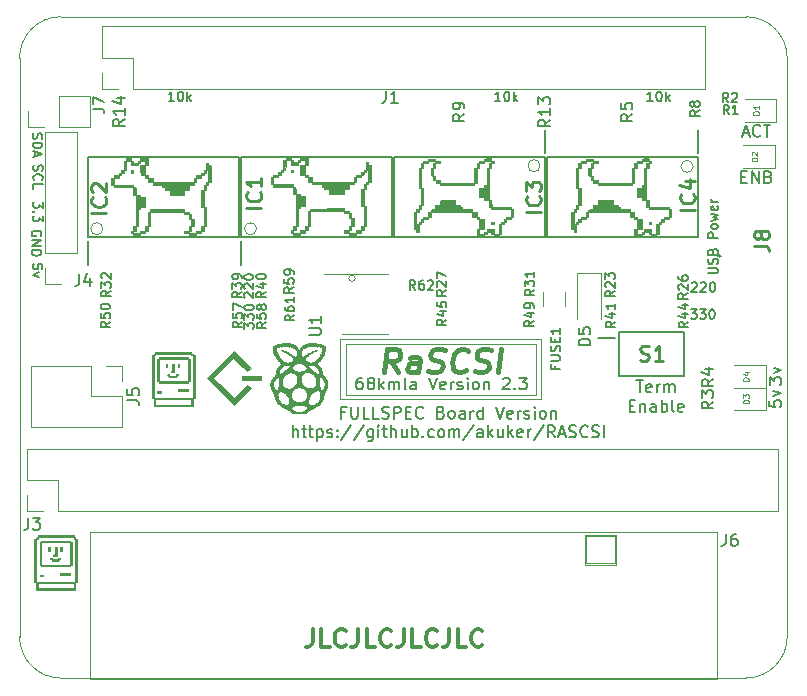
<source format=gbr>
%TF.GenerationSoftware,KiCad,Pcbnew,(5.1.4)-1*%
%TF.CreationDate,2020-09-12T17:46:14-05:00*%
%TF.ProjectId,rascsi_2p3,72617363-7369-45f3-9270-332e6b696361,rev?*%
%TF.SameCoordinates,PX59d60c0PY325aa00*%
%TF.FileFunction,Legend,Top*%
%TF.FilePolarity,Positive*%
%FSLAX46Y46*%
G04 Gerber Fmt 4.6, Leading zero omitted, Abs format (unit mm)*
G04 Created by KiCad (PCBNEW (5.1.4)-1) date 2020-09-12 17:46:14*
%MOMM*%
%LPD*%
G04 APERTURE LIST*
%ADD10C,0.120000*%
%ADD11C,0.300000*%
%ADD12C,0.150000*%
%ADD13C,0.400000*%
%ADD14C,0.050000*%
%ADD15C,0.200000*%
%ADD16C,0.100000*%
%ADD17C,0.010000*%
%ADD18C,0.254000*%
G04 APERTURE END LIST*
D10*
X108720185Y-11850000D02*
G75*
G03X108720185Y-11850000I-270185J0D01*
G01*
D11*
X105119428Y-41565071D02*
X105119428Y-42636500D01*
X105048000Y-42850785D01*
X104905142Y-42993642D01*
X104690857Y-43065071D01*
X104548000Y-43065071D01*
X106548000Y-43065071D02*
X105833714Y-43065071D01*
X105833714Y-41565071D01*
X107905142Y-42922214D02*
X107833714Y-42993642D01*
X107619428Y-43065071D01*
X107476571Y-43065071D01*
X107262285Y-42993642D01*
X107119428Y-42850785D01*
X107048000Y-42707928D01*
X106976571Y-42422214D01*
X106976571Y-42207928D01*
X107048000Y-41922214D01*
X107119428Y-41779357D01*
X107262285Y-41636500D01*
X107476571Y-41565071D01*
X107619428Y-41565071D01*
X107833714Y-41636500D01*
X107905142Y-41707928D01*
X108976571Y-41565071D02*
X108976571Y-42636500D01*
X108905142Y-42850785D01*
X108762285Y-42993642D01*
X108548000Y-43065071D01*
X108405142Y-43065071D01*
X110405142Y-43065071D02*
X109690857Y-43065071D01*
X109690857Y-41565071D01*
X111762285Y-42922214D02*
X111690857Y-42993642D01*
X111476571Y-43065071D01*
X111333714Y-43065071D01*
X111119428Y-42993642D01*
X110976571Y-42850785D01*
X110905142Y-42707928D01*
X110833714Y-42422214D01*
X110833714Y-42207928D01*
X110905142Y-41922214D01*
X110976571Y-41779357D01*
X111119428Y-41636500D01*
X111333714Y-41565071D01*
X111476571Y-41565071D01*
X111690857Y-41636500D01*
X111762285Y-41707928D01*
X112833714Y-41565071D02*
X112833714Y-42636500D01*
X112762285Y-42850785D01*
X112619428Y-42993642D01*
X112405142Y-43065071D01*
X112262285Y-43065071D01*
X114262285Y-43065071D02*
X113548000Y-43065071D01*
X113548000Y-41565071D01*
X115619428Y-42922214D02*
X115548000Y-42993642D01*
X115333714Y-43065071D01*
X115190857Y-43065071D01*
X114976571Y-42993642D01*
X114833714Y-42850785D01*
X114762285Y-42707928D01*
X114690857Y-42422214D01*
X114690857Y-42207928D01*
X114762285Y-41922214D01*
X114833714Y-41779357D01*
X114976571Y-41636500D01*
X115190857Y-41565071D01*
X115333714Y-41565071D01*
X115548000Y-41636500D01*
X115619428Y-41707928D01*
X116690857Y-41565071D02*
X116690857Y-42636500D01*
X116619428Y-42850785D01*
X116476571Y-42993642D01*
X116262285Y-43065071D01*
X116119428Y-43065071D01*
X118119428Y-43065071D02*
X117405142Y-43065071D01*
X117405142Y-41565071D01*
X119476571Y-42922214D02*
X119405142Y-42993642D01*
X119190857Y-43065071D01*
X119048000Y-43065071D01*
X118833714Y-42993642D01*
X118690857Y-42850785D01*
X118619428Y-42707928D01*
X118548000Y-42422214D01*
X118548000Y-42207928D01*
X118619428Y-41922214D01*
X118690857Y-41779357D01*
X118833714Y-41636500D01*
X119048000Y-41565071D01*
X119190857Y-41565071D01*
X119405142Y-41636500D01*
X119476571Y-41707928D01*
D12*
X111333666Y4008120D02*
X111333666Y3293834D01*
X111286047Y3150977D01*
X111190809Y3055739D01*
X111047952Y3008120D01*
X110952714Y3008120D01*
X112333666Y3008120D02*
X111762238Y3008120D01*
X112047952Y3008120D02*
X112047952Y4008120D01*
X111952714Y3865262D01*
X111857476Y3770024D01*
X111762238Y3722405D01*
X141416904Y-3262571D02*
X141750238Y-3262571D01*
X141893095Y-3786380D02*
X141416904Y-3786380D01*
X141416904Y-2786380D01*
X141893095Y-2786380D01*
X142321666Y-3786380D02*
X142321666Y-2786380D01*
X142893095Y-3786380D01*
X142893095Y-2786380D01*
X143702619Y-3262571D02*
X143845476Y-3310190D01*
X143893095Y-3357809D01*
X143940714Y-3453047D01*
X143940714Y-3595904D01*
X143893095Y-3691142D01*
X143845476Y-3738761D01*
X143750238Y-3786380D01*
X143369285Y-3786380D01*
X143369285Y-2786380D01*
X143702619Y-2786380D01*
X143797857Y-2834000D01*
X143845476Y-2881619D01*
X143893095Y-2976857D01*
X143893095Y-3072095D01*
X143845476Y-3167333D01*
X143797857Y-3214952D01*
X143702619Y-3262571D01*
X143369285Y-3262571D01*
X141535952Y436334D02*
X142012142Y436334D01*
X141440714Y150620D02*
X141774047Y1150620D01*
X142107380Y150620D01*
X143012142Y245858D02*
X142964523Y198239D01*
X142821666Y150620D01*
X142726428Y150620D01*
X142583571Y198239D01*
X142488333Y293477D01*
X142440714Y388715D01*
X142393095Y579191D01*
X142393095Y722048D01*
X142440714Y912524D01*
X142488333Y1007762D01*
X142583571Y1103000D01*
X142726428Y1150620D01*
X142821666Y1150620D01*
X142964523Y1103000D01*
X143012142Y1055381D01*
X143297857Y1150620D02*
X143869285Y1150620D01*
X143583571Y150620D02*
X143583571Y1150620D01*
X138597404Y-11436214D02*
X139245023Y-11436214D01*
X139321214Y-11398119D01*
X139359309Y-11360023D01*
X139397404Y-11283833D01*
X139397404Y-11131452D01*
X139359309Y-11055261D01*
X139321214Y-11017166D01*
X139245023Y-10979071D01*
X138597404Y-10979071D01*
X139359309Y-10636214D02*
X139397404Y-10521928D01*
X139397404Y-10331452D01*
X139359309Y-10255261D01*
X139321214Y-10217166D01*
X139245023Y-10179071D01*
X139168833Y-10179071D01*
X139092642Y-10217166D01*
X139054547Y-10255261D01*
X139016452Y-10331452D01*
X138978357Y-10483833D01*
X138940261Y-10560023D01*
X138902166Y-10598119D01*
X138825976Y-10636214D01*
X138749785Y-10636214D01*
X138673595Y-10598119D01*
X138635500Y-10560023D01*
X138597404Y-10483833D01*
X138597404Y-10293357D01*
X138635500Y-10179071D01*
X138978357Y-9569547D02*
X139016452Y-9455261D01*
X139054547Y-9417166D01*
X139130738Y-9379071D01*
X139245023Y-9379071D01*
X139321214Y-9417166D01*
X139359309Y-9455261D01*
X139397404Y-9531452D01*
X139397404Y-9836214D01*
X138597404Y-9836214D01*
X138597404Y-9569547D01*
X138635500Y-9493357D01*
X138673595Y-9455261D01*
X138749785Y-9417166D01*
X138825976Y-9417166D01*
X138902166Y-9455261D01*
X138940261Y-9493357D01*
X138978357Y-9569547D01*
X138978357Y-9836214D01*
X139397404Y-8426690D02*
X138597404Y-8426690D01*
X138597404Y-8121928D01*
X138635500Y-8045738D01*
X138673595Y-8007642D01*
X138749785Y-7969547D01*
X138864071Y-7969547D01*
X138940261Y-8007642D01*
X138978357Y-8045738D01*
X139016452Y-8121928D01*
X139016452Y-8426690D01*
X139397404Y-7512404D02*
X139359309Y-7588595D01*
X139321214Y-7626690D01*
X139245023Y-7664785D01*
X139016452Y-7664785D01*
X138940261Y-7626690D01*
X138902166Y-7588595D01*
X138864071Y-7512404D01*
X138864071Y-7398119D01*
X138902166Y-7321928D01*
X138940261Y-7283833D01*
X139016452Y-7245738D01*
X139245023Y-7245738D01*
X139321214Y-7283833D01*
X139359309Y-7321928D01*
X139397404Y-7398119D01*
X139397404Y-7512404D01*
X138864071Y-6979071D02*
X139397404Y-6826690D01*
X139016452Y-6674309D01*
X139397404Y-6521928D01*
X138864071Y-6369547D01*
X139359309Y-5760023D02*
X139397404Y-5836214D01*
X139397404Y-5988595D01*
X139359309Y-6064785D01*
X139283119Y-6102880D01*
X138978357Y-6102880D01*
X138902166Y-6064785D01*
X138864071Y-5988595D01*
X138864071Y-5836214D01*
X138902166Y-5760023D01*
X138978357Y-5721928D01*
X139054547Y-5721928D01*
X139130738Y-6102880D01*
X139397404Y-5379071D02*
X138864071Y-5379071D01*
X139016452Y-5379071D02*
X138940261Y-5340976D01*
X138902166Y-5302880D01*
X138864071Y-5226690D01*
X138864071Y-5150500D01*
X140099166Y-33520380D02*
X140099166Y-34234666D01*
X140051547Y-34377523D01*
X139956309Y-34472761D01*
X139813452Y-34520380D01*
X139718214Y-34520380D01*
X141003928Y-33520380D02*
X140813452Y-33520380D01*
X140718214Y-33568000D01*
X140670595Y-33615619D01*
X140575357Y-33758476D01*
X140527738Y-33948952D01*
X140527738Y-34329904D01*
X140575357Y-34425142D01*
X140622976Y-34472761D01*
X140718214Y-34520380D01*
X140908690Y-34520380D01*
X141003928Y-34472761D01*
X141051547Y-34425142D01*
X141099166Y-34329904D01*
X141099166Y-34091809D01*
X141051547Y-33996571D01*
X141003928Y-33948952D01*
X140908690Y-33901333D01*
X140718214Y-33901333D01*
X140622976Y-33948952D01*
X140575357Y-33996571D01*
X140527738Y-34091809D01*
D10*
X137324953Y-2381500D02*
G75*
G03X137324953Y-2381500I-511953J0D01*
G01*
X124370953Y-2318000D02*
G75*
G03X124370953Y-2318000I-511953J0D01*
G01*
D12*
X143812380Y-20844285D02*
X143812380Y-20225238D01*
X144193333Y-20558571D01*
X144193333Y-20415714D01*
X144240952Y-20320476D01*
X144288571Y-20272857D01*
X144383809Y-20225238D01*
X144621904Y-20225238D01*
X144717142Y-20272857D01*
X144764761Y-20320476D01*
X144812380Y-20415714D01*
X144812380Y-20701428D01*
X144764761Y-20796666D01*
X144717142Y-20844285D01*
X144145714Y-19891904D02*
X144812380Y-19653809D01*
X144145714Y-19415714D01*
X143782380Y-22212857D02*
X143782380Y-22689047D01*
X144258571Y-22736666D01*
X144210952Y-22689047D01*
X144163333Y-22593809D01*
X144163333Y-22355714D01*
X144210952Y-22260476D01*
X144258571Y-22212857D01*
X144353809Y-22165238D01*
X144591904Y-22165238D01*
X144687142Y-22212857D01*
X144734761Y-22260476D01*
X144782380Y-22355714D01*
X144782380Y-22593809D01*
X144734761Y-22689047D01*
X144687142Y-22736666D01*
X144115714Y-21831904D02*
X144782380Y-21593809D01*
X144115714Y-21355714D01*
X103453333Y-25312880D02*
X103453333Y-24312880D01*
X103881904Y-25312880D02*
X103881904Y-24789071D01*
X103834285Y-24693833D01*
X103739047Y-24646214D01*
X103596190Y-24646214D01*
X103500952Y-24693833D01*
X103453333Y-24741452D01*
X104215238Y-24646214D02*
X104596190Y-24646214D01*
X104358095Y-24312880D02*
X104358095Y-25170023D01*
X104405714Y-25265261D01*
X104500952Y-25312880D01*
X104596190Y-25312880D01*
X104786666Y-24646214D02*
X105167619Y-24646214D01*
X104929523Y-24312880D02*
X104929523Y-25170023D01*
X104977142Y-25265261D01*
X105072380Y-25312880D01*
X105167619Y-25312880D01*
X105500952Y-24646214D02*
X105500952Y-25646214D01*
X105500952Y-24693833D02*
X105596190Y-24646214D01*
X105786666Y-24646214D01*
X105881904Y-24693833D01*
X105929523Y-24741452D01*
X105977142Y-24836690D01*
X105977142Y-25122404D01*
X105929523Y-25217642D01*
X105881904Y-25265261D01*
X105786666Y-25312880D01*
X105596190Y-25312880D01*
X105500952Y-25265261D01*
X106358095Y-25265261D02*
X106453333Y-25312880D01*
X106643809Y-25312880D01*
X106739047Y-25265261D01*
X106786666Y-25170023D01*
X106786666Y-25122404D01*
X106739047Y-25027166D01*
X106643809Y-24979547D01*
X106500952Y-24979547D01*
X106405714Y-24931928D01*
X106358095Y-24836690D01*
X106358095Y-24789071D01*
X106405714Y-24693833D01*
X106500952Y-24646214D01*
X106643809Y-24646214D01*
X106739047Y-24693833D01*
X107215238Y-25217642D02*
X107262857Y-25265261D01*
X107215238Y-25312880D01*
X107167619Y-25265261D01*
X107215238Y-25217642D01*
X107215238Y-25312880D01*
X107215238Y-24693833D02*
X107262857Y-24741452D01*
X107215238Y-24789071D01*
X107167619Y-24741452D01*
X107215238Y-24693833D01*
X107215238Y-24789071D01*
X108405714Y-24265261D02*
X107548571Y-25550976D01*
X109453333Y-24265261D02*
X108596190Y-25550976D01*
X110215238Y-24646214D02*
X110215238Y-25455738D01*
X110167619Y-25550976D01*
X110120000Y-25598595D01*
X110024761Y-25646214D01*
X109881904Y-25646214D01*
X109786666Y-25598595D01*
X110215238Y-25265261D02*
X110120000Y-25312880D01*
X109929523Y-25312880D01*
X109834285Y-25265261D01*
X109786666Y-25217642D01*
X109739047Y-25122404D01*
X109739047Y-24836690D01*
X109786666Y-24741452D01*
X109834285Y-24693833D01*
X109929523Y-24646214D01*
X110120000Y-24646214D01*
X110215238Y-24693833D01*
X110691428Y-25312880D02*
X110691428Y-24646214D01*
X110691428Y-24312880D02*
X110643809Y-24360500D01*
X110691428Y-24408119D01*
X110739047Y-24360500D01*
X110691428Y-24312880D01*
X110691428Y-24408119D01*
X111024761Y-24646214D02*
X111405714Y-24646214D01*
X111167619Y-24312880D02*
X111167619Y-25170023D01*
X111215238Y-25265261D01*
X111310476Y-25312880D01*
X111405714Y-25312880D01*
X111739047Y-25312880D02*
X111739047Y-24312880D01*
X112167619Y-25312880D02*
X112167619Y-24789071D01*
X112120000Y-24693833D01*
X112024761Y-24646214D01*
X111881904Y-24646214D01*
X111786666Y-24693833D01*
X111739047Y-24741452D01*
X113072380Y-24646214D02*
X113072380Y-25312880D01*
X112643809Y-24646214D02*
X112643809Y-25170023D01*
X112691428Y-25265261D01*
X112786666Y-25312880D01*
X112929523Y-25312880D01*
X113024761Y-25265261D01*
X113072380Y-25217642D01*
X113548571Y-25312880D02*
X113548571Y-24312880D01*
X113548571Y-24693833D02*
X113643809Y-24646214D01*
X113834285Y-24646214D01*
X113929523Y-24693833D01*
X113977142Y-24741452D01*
X114024761Y-24836690D01*
X114024761Y-25122404D01*
X113977142Y-25217642D01*
X113929523Y-25265261D01*
X113834285Y-25312880D01*
X113643809Y-25312880D01*
X113548571Y-25265261D01*
X114453333Y-25217642D02*
X114500952Y-25265261D01*
X114453333Y-25312880D01*
X114405714Y-25265261D01*
X114453333Y-25217642D01*
X114453333Y-25312880D01*
X115358095Y-25265261D02*
X115262857Y-25312880D01*
X115072380Y-25312880D01*
X114977142Y-25265261D01*
X114929523Y-25217642D01*
X114881904Y-25122404D01*
X114881904Y-24836690D01*
X114929523Y-24741452D01*
X114977142Y-24693833D01*
X115072380Y-24646214D01*
X115262857Y-24646214D01*
X115358095Y-24693833D01*
X115929523Y-25312880D02*
X115834285Y-25265261D01*
X115786666Y-25217642D01*
X115739047Y-25122404D01*
X115739047Y-24836690D01*
X115786666Y-24741452D01*
X115834285Y-24693833D01*
X115929523Y-24646214D01*
X116072380Y-24646214D01*
X116167619Y-24693833D01*
X116215238Y-24741452D01*
X116262857Y-24836690D01*
X116262857Y-25122404D01*
X116215238Y-25217642D01*
X116167619Y-25265261D01*
X116072380Y-25312880D01*
X115929523Y-25312880D01*
X116691428Y-25312880D02*
X116691428Y-24646214D01*
X116691428Y-24741452D02*
X116739047Y-24693833D01*
X116834285Y-24646214D01*
X116977142Y-24646214D01*
X117072380Y-24693833D01*
X117120000Y-24789071D01*
X117120000Y-25312880D01*
X117120000Y-24789071D02*
X117167619Y-24693833D01*
X117262857Y-24646214D01*
X117405714Y-24646214D01*
X117500952Y-24693833D01*
X117548571Y-24789071D01*
X117548571Y-25312880D01*
X118739047Y-24265261D02*
X117881904Y-25550976D01*
X119500952Y-25312880D02*
X119500952Y-24789071D01*
X119453333Y-24693833D01*
X119358095Y-24646214D01*
X119167619Y-24646214D01*
X119072380Y-24693833D01*
X119500952Y-25265261D02*
X119405714Y-25312880D01*
X119167619Y-25312880D01*
X119072380Y-25265261D01*
X119024761Y-25170023D01*
X119024761Y-25074785D01*
X119072380Y-24979547D01*
X119167619Y-24931928D01*
X119405714Y-24931928D01*
X119500952Y-24884309D01*
X119977142Y-25312880D02*
X119977142Y-24312880D01*
X120072380Y-24931928D02*
X120358095Y-25312880D01*
X120358095Y-24646214D02*
X119977142Y-25027166D01*
X121215238Y-24646214D02*
X121215238Y-25312880D01*
X120786666Y-24646214D02*
X120786666Y-25170023D01*
X120834285Y-25265261D01*
X120929523Y-25312880D01*
X121072380Y-25312880D01*
X121167619Y-25265261D01*
X121215238Y-25217642D01*
X121691428Y-25312880D02*
X121691428Y-24312880D01*
X121786666Y-24931928D02*
X122072380Y-25312880D01*
X122072380Y-24646214D02*
X121691428Y-25027166D01*
X122881904Y-25265261D02*
X122786666Y-25312880D01*
X122596190Y-25312880D01*
X122500952Y-25265261D01*
X122453333Y-25170023D01*
X122453333Y-24789071D01*
X122500952Y-24693833D01*
X122596190Y-24646214D01*
X122786666Y-24646214D01*
X122881904Y-24693833D01*
X122929523Y-24789071D01*
X122929523Y-24884309D01*
X122453333Y-24979547D01*
X123358095Y-25312880D02*
X123358095Y-24646214D01*
X123358095Y-24836690D02*
X123405714Y-24741452D01*
X123453333Y-24693833D01*
X123548571Y-24646214D01*
X123643809Y-24646214D01*
X124691428Y-24265261D02*
X123834285Y-25550976D01*
X125596190Y-25312880D02*
X125262857Y-24836690D01*
X125024761Y-25312880D02*
X125024761Y-24312880D01*
X125405714Y-24312880D01*
X125500952Y-24360500D01*
X125548571Y-24408119D01*
X125596190Y-24503357D01*
X125596190Y-24646214D01*
X125548571Y-24741452D01*
X125500952Y-24789071D01*
X125405714Y-24836690D01*
X125024761Y-24836690D01*
X125977142Y-25027166D02*
X126453333Y-25027166D01*
X125881904Y-25312880D02*
X126215238Y-24312880D01*
X126548571Y-25312880D01*
X126834285Y-25265261D02*
X126977142Y-25312880D01*
X127215238Y-25312880D01*
X127310476Y-25265261D01*
X127358095Y-25217642D01*
X127405714Y-25122404D01*
X127405714Y-25027166D01*
X127358095Y-24931928D01*
X127310476Y-24884309D01*
X127215238Y-24836690D01*
X127024761Y-24789071D01*
X126929523Y-24741452D01*
X126881904Y-24693833D01*
X126834285Y-24598595D01*
X126834285Y-24503357D01*
X126881904Y-24408119D01*
X126929523Y-24360500D01*
X127024761Y-24312880D01*
X127262857Y-24312880D01*
X127405714Y-24360500D01*
X128405714Y-25217642D02*
X128358095Y-25265261D01*
X128215238Y-25312880D01*
X128120000Y-25312880D01*
X127977142Y-25265261D01*
X127881904Y-25170023D01*
X127834285Y-25074785D01*
X127786666Y-24884309D01*
X127786666Y-24741452D01*
X127834285Y-24550976D01*
X127881904Y-24455738D01*
X127977142Y-24360500D01*
X128120000Y-24312880D01*
X128215238Y-24312880D01*
X128358095Y-24360500D01*
X128405714Y-24408119D01*
X128786666Y-25265261D02*
X128929523Y-25312880D01*
X129167619Y-25312880D01*
X129262857Y-25265261D01*
X129310476Y-25217642D01*
X129358095Y-25122404D01*
X129358095Y-25027166D01*
X129310476Y-24931928D01*
X129262857Y-24884309D01*
X129167619Y-24836690D01*
X128977142Y-24789071D01*
X128881904Y-24741452D01*
X128834285Y-24693833D01*
X128786666Y-24598595D01*
X128786666Y-24503357D01*
X128834285Y-24408119D01*
X128881904Y-24360500D01*
X128977142Y-24312880D01*
X129215238Y-24312880D01*
X129358095Y-24360500D01*
X129786666Y-25312880D02*
X129786666Y-24312880D01*
X99368095Y-13480476D02*
X99330000Y-13442380D01*
X99291904Y-13366190D01*
X99291904Y-13175714D01*
X99330000Y-13099523D01*
X99368095Y-13061428D01*
X99444285Y-13023333D01*
X99520476Y-13023333D01*
X99634761Y-13061428D01*
X100091904Y-13518571D01*
X100091904Y-13023333D01*
X99368095Y-12718571D02*
X99330000Y-12680476D01*
X99291904Y-12604285D01*
X99291904Y-12413809D01*
X99330000Y-12337619D01*
X99368095Y-12299523D01*
X99444285Y-12261428D01*
X99520476Y-12261428D01*
X99634761Y-12299523D01*
X100091904Y-12756666D01*
X100091904Y-12261428D01*
X99291904Y-11766190D02*
X99291904Y-11690000D01*
X99330000Y-11613809D01*
X99368095Y-11575714D01*
X99444285Y-11537619D01*
X99596666Y-11499523D01*
X99787142Y-11499523D01*
X99939523Y-11537619D01*
X100015714Y-11575714D01*
X100053809Y-11613809D01*
X100091904Y-11690000D01*
X100091904Y-11766190D01*
X100053809Y-11842380D01*
X100015714Y-11880476D01*
X99939523Y-11918571D01*
X99787142Y-11956666D01*
X99596666Y-11956666D01*
X99444285Y-11918571D01*
X99368095Y-11880476D01*
X99330000Y-11842380D01*
X99291904Y-11766190D01*
D10*
X89950000Y6826000D02*
X87283000Y6826000D01*
X89950000Y4159000D02*
X89950000Y6826000D01*
X138337000Y4159000D02*
X89950000Y4159000D01*
X138337000Y9493000D02*
X138337000Y4159000D01*
X87283000Y9493000D02*
X138337000Y9493000D01*
X87283000Y6826000D02*
X87283000Y9493000D01*
X87283000Y4159000D02*
X87283000Y5556000D01*
X88680000Y4159000D02*
X87283000Y4159000D01*
X128304000Y-35973000D02*
X128304000Y-33687000D01*
X130717000Y-35973000D02*
X128304000Y-35973000D01*
X130717000Y-33687000D02*
X130717000Y-35973000D01*
X128304000Y-33687000D02*
X130717000Y-33687000D01*
X128177000Y-36100000D02*
X128177000Y-33560000D01*
X130844000Y-36100000D02*
X128177000Y-36100000D01*
X130844000Y-33560000D02*
X130844000Y-36100000D01*
X128177000Y-33560000D02*
X130844000Y-33560000D01*
X139353000Y-33306000D02*
X86267000Y-33306000D01*
X139353000Y-45752000D02*
X139353000Y-33306000D01*
X86267000Y-45752000D02*
X139353000Y-45752000D01*
X86267000Y-33306000D02*
X86267000Y-45752000D01*
D12*
X133923809Y3162096D02*
X133466666Y3162096D01*
X133695238Y3162096D02*
X133695238Y3962096D01*
X133619047Y3847810D01*
X133542857Y3771620D01*
X133466666Y3733524D01*
X134419047Y3962096D02*
X134495238Y3962096D01*
X134571428Y3924000D01*
X134609523Y3885905D01*
X134647619Y3809715D01*
X134685714Y3657334D01*
X134685714Y3466858D01*
X134647619Y3314477D01*
X134609523Y3238286D01*
X134571428Y3200191D01*
X134495238Y3162096D01*
X134419047Y3162096D01*
X134342857Y3200191D01*
X134304761Y3238286D01*
X134266666Y3314477D01*
X134228571Y3466858D01*
X134228571Y3657334D01*
X134266666Y3809715D01*
X134304761Y3885905D01*
X134342857Y3924000D01*
X134419047Y3962096D01*
X135028571Y3162096D02*
X135028571Y3962096D01*
X135104761Y3466858D02*
X135333333Y3162096D01*
X135333333Y3695429D02*
X135028571Y3390667D01*
X121020609Y3162096D02*
X120563466Y3162096D01*
X120792038Y3162096D02*
X120792038Y3962096D01*
X120715847Y3847810D01*
X120639657Y3771620D01*
X120563466Y3733524D01*
X121515847Y3962096D02*
X121592038Y3962096D01*
X121668228Y3924000D01*
X121706323Y3885905D01*
X121744419Y3809715D01*
X121782514Y3657334D01*
X121782514Y3466858D01*
X121744419Y3314477D01*
X121706323Y3238286D01*
X121668228Y3200191D01*
X121592038Y3162096D01*
X121515847Y3162096D01*
X121439657Y3200191D01*
X121401561Y3238286D01*
X121363466Y3314477D01*
X121325371Y3466858D01*
X121325371Y3657334D01*
X121363466Y3809715D01*
X121401561Y3885905D01*
X121439657Y3924000D01*
X121515847Y3962096D01*
X122125371Y3162096D02*
X122125371Y3962096D01*
X122201561Y3466858D02*
X122430133Y3162096D01*
X122430133Y3695429D02*
X122125371Y3390667D01*
X81447390Y431429D02*
X81409295Y317143D01*
X81409295Y126667D01*
X81447390Y50477D01*
X81485485Y12381D01*
X81561676Y-25714D01*
X81637866Y-25714D01*
X81714057Y12381D01*
X81752152Y50477D01*
X81790247Y126667D01*
X81828342Y279048D01*
X81866438Y355239D01*
X81904533Y393334D01*
X81980723Y431429D01*
X82056914Y431429D01*
X82133104Y393334D01*
X82171200Y355239D01*
X82209295Y279048D01*
X82209295Y88572D01*
X82171200Y-25714D01*
X81409295Y-368571D02*
X82209295Y-368571D01*
X82209295Y-559047D01*
X82171200Y-673333D01*
X82095009Y-749523D01*
X82018819Y-787619D01*
X81866438Y-825714D01*
X81752152Y-825714D01*
X81599771Y-787619D01*
X81523580Y-749523D01*
X81447390Y-673333D01*
X81409295Y-559047D01*
X81409295Y-368571D01*
X81637866Y-1130476D02*
X81637866Y-1511428D01*
X81409295Y-1054285D02*
X82209295Y-1320952D01*
X81409295Y-1587619D01*
X81498190Y-2280019D02*
X81460095Y-2394304D01*
X81460095Y-2584780D01*
X81498190Y-2660971D01*
X81536285Y-2699066D01*
X81612476Y-2737161D01*
X81688666Y-2737161D01*
X81764857Y-2699066D01*
X81802952Y-2660971D01*
X81841047Y-2584780D01*
X81879142Y-2432400D01*
X81917238Y-2356209D01*
X81955333Y-2318114D01*
X82031523Y-2280019D01*
X82107714Y-2280019D01*
X82183904Y-2318114D01*
X82222000Y-2356209D01*
X82260095Y-2432400D01*
X82260095Y-2622876D01*
X82222000Y-2737161D01*
X81536285Y-3537161D02*
X81498190Y-3499066D01*
X81460095Y-3384780D01*
X81460095Y-3308590D01*
X81498190Y-3194304D01*
X81574380Y-3118114D01*
X81650571Y-3080019D01*
X81802952Y-3041923D01*
X81917238Y-3041923D01*
X82069619Y-3080019D01*
X82145809Y-3118114D01*
X82222000Y-3194304D01*
X82260095Y-3308590D01*
X82260095Y-3384780D01*
X82222000Y-3499066D01*
X82183904Y-3537161D01*
X81460095Y-4260971D02*
X81460095Y-3880019D01*
X82260095Y-3880019D01*
X82260095Y-5391504D02*
X82260095Y-5886742D01*
X81955333Y-5620076D01*
X81955333Y-5734361D01*
X81917238Y-5810552D01*
X81879142Y-5848647D01*
X81802952Y-5886742D01*
X81612476Y-5886742D01*
X81536285Y-5848647D01*
X81498190Y-5810552D01*
X81460095Y-5734361D01*
X81460095Y-5505790D01*
X81498190Y-5429600D01*
X81536285Y-5391504D01*
X81536285Y-6229600D02*
X81498190Y-6267695D01*
X81460095Y-6229600D01*
X81498190Y-6191504D01*
X81536285Y-6229600D01*
X81460095Y-6229600D01*
X82260095Y-6534361D02*
X82260095Y-7029600D01*
X81955333Y-6762933D01*
X81955333Y-6877219D01*
X81917238Y-6953409D01*
X81879142Y-6991504D01*
X81802952Y-7029600D01*
X81612476Y-7029600D01*
X81536285Y-6991504D01*
X81498190Y-6953409D01*
X81460095Y-6877219D01*
X81460095Y-6648647D01*
X81498190Y-6572457D01*
X81536285Y-6534361D01*
X82120400Y-8261676D02*
X82158495Y-8185485D01*
X82158495Y-8071200D01*
X82120400Y-7956914D01*
X82044209Y-7880723D01*
X81968019Y-7842628D01*
X81815638Y-7804533D01*
X81701352Y-7804533D01*
X81548971Y-7842628D01*
X81472780Y-7880723D01*
X81396590Y-7956914D01*
X81358495Y-8071200D01*
X81358495Y-8147390D01*
X81396590Y-8261676D01*
X81434685Y-8299771D01*
X81701352Y-8299771D01*
X81701352Y-8147390D01*
X81358495Y-8642628D02*
X82158495Y-8642628D01*
X81358495Y-9099771D01*
X82158495Y-9099771D01*
X81358495Y-9480723D02*
X82158495Y-9480723D01*
X82158495Y-9671200D01*
X82120400Y-9785485D01*
X82044209Y-9861676D01*
X81968019Y-9899771D01*
X81815638Y-9937866D01*
X81701352Y-9937866D01*
X81548971Y-9899771D01*
X81472780Y-9861676D01*
X81396590Y-9785485D01*
X81358495Y-9671200D01*
X81358495Y-9480723D01*
X82209295Y-11042914D02*
X82209295Y-10661961D01*
X81828342Y-10623866D01*
X81866438Y-10661961D01*
X81904533Y-10738152D01*
X81904533Y-10928628D01*
X81866438Y-11004819D01*
X81828342Y-11042914D01*
X81752152Y-11081009D01*
X81561676Y-11081009D01*
X81485485Y-11042914D01*
X81447390Y-11004819D01*
X81409295Y-10928628D01*
X81409295Y-10738152D01*
X81447390Y-10661961D01*
X81485485Y-10623866D01*
X81942628Y-11347676D02*
X81409295Y-11538152D01*
X81942628Y-11728628D01*
X99341904Y-16118571D02*
X99341904Y-15623333D01*
X99646666Y-15890000D01*
X99646666Y-15775714D01*
X99684761Y-15699523D01*
X99722857Y-15661428D01*
X99799047Y-15623333D01*
X99989523Y-15623333D01*
X100065714Y-15661428D01*
X100103809Y-15699523D01*
X100141904Y-15775714D01*
X100141904Y-16004285D01*
X100103809Y-16080476D01*
X100065714Y-16118571D01*
X99341904Y-15356666D02*
X99341904Y-14861428D01*
X99646666Y-15128095D01*
X99646666Y-15013809D01*
X99684761Y-14937619D01*
X99722857Y-14899523D01*
X99799047Y-14861428D01*
X99989523Y-14861428D01*
X100065714Y-14899523D01*
X100103809Y-14937619D01*
X100141904Y-15013809D01*
X100141904Y-15242380D01*
X100103809Y-15318571D01*
X100065714Y-15356666D01*
X99341904Y-14366190D02*
X99341904Y-14290000D01*
X99380000Y-14213809D01*
X99418095Y-14175714D01*
X99494285Y-14137619D01*
X99646666Y-14099523D01*
X99837142Y-14099523D01*
X99989523Y-14137619D01*
X100065714Y-14175714D01*
X100103809Y-14213809D01*
X100141904Y-14290000D01*
X100141904Y-14366190D01*
X100103809Y-14442380D01*
X100065714Y-14480476D01*
X99989523Y-14518571D01*
X99837142Y-14556666D01*
X99646666Y-14556666D01*
X99494285Y-14518571D01*
X99418095Y-14480476D01*
X99380000Y-14442380D01*
X99341904Y-14366190D01*
X137130628Y-14478304D02*
X137625866Y-14478304D01*
X137359200Y-14783066D01*
X137473485Y-14783066D01*
X137549676Y-14821161D01*
X137587771Y-14859257D01*
X137625866Y-14935447D01*
X137625866Y-15125923D01*
X137587771Y-15202114D01*
X137549676Y-15240209D01*
X137473485Y-15278304D01*
X137244914Y-15278304D01*
X137168723Y-15240209D01*
X137130628Y-15202114D01*
X137892533Y-14478304D02*
X138387771Y-14478304D01*
X138121104Y-14783066D01*
X138235390Y-14783066D01*
X138311580Y-14821161D01*
X138349676Y-14859257D01*
X138387771Y-14935447D01*
X138387771Y-15125923D01*
X138349676Y-15202114D01*
X138311580Y-15240209D01*
X138235390Y-15278304D01*
X138006819Y-15278304D01*
X137930628Y-15240209D01*
X137892533Y-15202114D01*
X138883009Y-14478304D02*
X138959200Y-14478304D01*
X139035390Y-14516400D01*
X139073485Y-14554495D01*
X139111580Y-14630685D01*
X139149676Y-14783066D01*
X139149676Y-14973542D01*
X139111580Y-15125923D01*
X139073485Y-15202114D01*
X139035390Y-15240209D01*
X138959200Y-15278304D01*
X138883009Y-15278304D01*
X138806819Y-15240209D01*
X138768723Y-15202114D01*
X138730628Y-15125923D01*
X138692533Y-14973542D01*
X138692533Y-14783066D01*
X138730628Y-14630685D01*
X138768723Y-14554495D01*
X138806819Y-14516400D01*
X138883009Y-14478304D01*
X137219523Y-12268495D02*
X137257619Y-12230400D01*
X137333809Y-12192304D01*
X137524285Y-12192304D01*
X137600476Y-12230400D01*
X137638571Y-12268495D01*
X137676666Y-12344685D01*
X137676666Y-12420876D01*
X137638571Y-12535161D01*
X137181428Y-12992304D01*
X137676666Y-12992304D01*
X137981428Y-12268495D02*
X138019523Y-12230400D01*
X138095714Y-12192304D01*
X138286190Y-12192304D01*
X138362380Y-12230400D01*
X138400476Y-12268495D01*
X138438571Y-12344685D01*
X138438571Y-12420876D01*
X138400476Y-12535161D01*
X137943333Y-12992304D01*
X138438571Y-12992304D01*
X138933809Y-12192304D02*
X139010000Y-12192304D01*
X139086190Y-12230400D01*
X139124285Y-12268495D01*
X139162380Y-12344685D01*
X139200476Y-12497066D01*
X139200476Y-12687542D01*
X139162380Y-12839923D01*
X139124285Y-12916114D01*
X139086190Y-12954209D01*
X139010000Y-12992304D01*
X138933809Y-12992304D01*
X138857619Y-12954209D01*
X138819523Y-12916114D01*
X138781428Y-12839923D01*
X138743333Y-12687542D01*
X138743333Y-12497066D01*
X138781428Y-12344685D01*
X138819523Y-12268495D01*
X138857619Y-12230400D01*
X138933809Y-12192304D01*
X93385409Y3162096D02*
X92928266Y3162096D01*
X93156838Y3162096D02*
X93156838Y3962096D01*
X93080647Y3847810D01*
X93004457Y3771620D01*
X92928266Y3733524D01*
X93880647Y3962096D02*
X93956838Y3962096D01*
X94033028Y3924000D01*
X94071123Y3885905D01*
X94109219Y3809715D01*
X94147314Y3657334D01*
X94147314Y3466858D01*
X94109219Y3314477D01*
X94071123Y3238286D01*
X94033028Y3200191D01*
X93956838Y3162096D01*
X93880647Y3162096D01*
X93804457Y3200191D01*
X93766361Y3238286D01*
X93728266Y3314477D01*
X93690171Y3466858D01*
X93690171Y3657334D01*
X93728266Y3809715D01*
X93766361Y3885905D01*
X93804457Y3924000D01*
X93880647Y3962096D01*
X94490171Y3162096D02*
X94490171Y3962096D01*
X94566361Y3466858D02*
X94794933Y3162096D01*
X94794933Y3695429D02*
X94490171Y3390667D01*
X107858095Y-23201571D02*
X107524761Y-23201571D01*
X107524761Y-23725380D02*
X107524761Y-22725380D01*
X108000952Y-22725380D01*
X108381904Y-22725380D02*
X108381904Y-23534904D01*
X108429523Y-23630142D01*
X108477142Y-23677761D01*
X108572380Y-23725380D01*
X108762857Y-23725380D01*
X108858095Y-23677761D01*
X108905714Y-23630142D01*
X108953333Y-23534904D01*
X108953333Y-22725380D01*
X109905714Y-23725380D02*
X109429523Y-23725380D01*
X109429523Y-22725380D01*
X110715238Y-23725380D02*
X110239047Y-23725380D01*
X110239047Y-22725380D01*
X111000952Y-23677761D02*
X111143809Y-23725380D01*
X111381904Y-23725380D01*
X111477142Y-23677761D01*
X111524761Y-23630142D01*
X111572380Y-23534904D01*
X111572380Y-23439666D01*
X111524761Y-23344428D01*
X111477142Y-23296809D01*
X111381904Y-23249190D01*
X111191428Y-23201571D01*
X111096190Y-23153952D01*
X111048571Y-23106333D01*
X111000952Y-23011095D01*
X111000952Y-22915857D01*
X111048571Y-22820619D01*
X111096190Y-22773000D01*
X111191428Y-22725380D01*
X111429523Y-22725380D01*
X111572380Y-22773000D01*
X112000952Y-23725380D02*
X112000952Y-22725380D01*
X112381904Y-22725380D01*
X112477142Y-22773000D01*
X112524761Y-22820619D01*
X112572380Y-22915857D01*
X112572380Y-23058714D01*
X112524761Y-23153952D01*
X112477142Y-23201571D01*
X112381904Y-23249190D01*
X112000952Y-23249190D01*
X113000952Y-23201571D02*
X113334285Y-23201571D01*
X113477142Y-23725380D02*
X113000952Y-23725380D01*
X113000952Y-22725380D01*
X113477142Y-22725380D01*
X114477142Y-23630142D02*
X114429523Y-23677761D01*
X114286666Y-23725380D01*
X114191428Y-23725380D01*
X114048571Y-23677761D01*
X113953333Y-23582523D01*
X113905714Y-23487285D01*
X113858095Y-23296809D01*
X113858095Y-23153952D01*
X113905714Y-22963476D01*
X113953333Y-22868238D01*
X114048571Y-22773000D01*
X114191428Y-22725380D01*
X114286666Y-22725380D01*
X114429523Y-22773000D01*
X114477142Y-22820619D01*
X116000952Y-23201571D02*
X116143809Y-23249190D01*
X116191428Y-23296809D01*
X116239047Y-23392047D01*
X116239047Y-23534904D01*
X116191428Y-23630142D01*
X116143809Y-23677761D01*
X116048571Y-23725380D01*
X115667619Y-23725380D01*
X115667619Y-22725380D01*
X116000952Y-22725380D01*
X116096190Y-22773000D01*
X116143809Y-22820619D01*
X116191428Y-22915857D01*
X116191428Y-23011095D01*
X116143809Y-23106333D01*
X116096190Y-23153952D01*
X116000952Y-23201571D01*
X115667619Y-23201571D01*
X116810476Y-23725380D02*
X116715238Y-23677761D01*
X116667619Y-23630142D01*
X116620000Y-23534904D01*
X116620000Y-23249190D01*
X116667619Y-23153952D01*
X116715238Y-23106333D01*
X116810476Y-23058714D01*
X116953333Y-23058714D01*
X117048571Y-23106333D01*
X117096190Y-23153952D01*
X117143809Y-23249190D01*
X117143809Y-23534904D01*
X117096190Y-23630142D01*
X117048571Y-23677761D01*
X116953333Y-23725380D01*
X116810476Y-23725380D01*
X118000952Y-23725380D02*
X118000952Y-23201571D01*
X117953333Y-23106333D01*
X117858095Y-23058714D01*
X117667619Y-23058714D01*
X117572380Y-23106333D01*
X118000952Y-23677761D02*
X117905714Y-23725380D01*
X117667619Y-23725380D01*
X117572380Y-23677761D01*
X117524761Y-23582523D01*
X117524761Y-23487285D01*
X117572380Y-23392047D01*
X117667619Y-23344428D01*
X117905714Y-23344428D01*
X118000952Y-23296809D01*
X118477142Y-23725380D02*
X118477142Y-23058714D01*
X118477142Y-23249190D02*
X118524761Y-23153952D01*
X118572380Y-23106333D01*
X118667619Y-23058714D01*
X118762857Y-23058714D01*
X119524761Y-23725380D02*
X119524761Y-22725380D01*
X119524761Y-23677761D02*
X119429523Y-23725380D01*
X119239047Y-23725380D01*
X119143809Y-23677761D01*
X119096190Y-23630142D01*
X119048571Y-23534904D01*
X119048571Y-23249190D01*
X119096190Y-23153952D01*
X119143809Y-23106333D01*
X119239047Y-23058714D01*
X119429523Y-23058714D01*
X119524761Y-23106333D01*
X120620000Y-22725380D02*
X120953333Y-23725380D01*
X121286666Y-22725380D01*
X122000952Y-23677761D02*
X121905714Y-23725380D01*
X121715238Y-23725380D01*
X121620000Y-23677761D01*
X121572380Y-23582523D01*
X121572380Y-23201571D01*
X121620000Y-23106333D01*
X121715238Y-23058714D01*
X121905714Y-23058714D01*
X122000952Y-23106333D01*
X122048571Y-23201571D01*
X122048571Y-23296809D01*
X121572380Y-23392047D01*
X122477142Y-23725380D02*
X122477142Y-23058714D01*
X122477142Y-23249190D02*
X122524761Y-23153952D01*
X122572380Y-23106333D01*
X122667619Y-23058714D01*
X122762857Y-23058714D01*
X123048571Y-23677761D02*
X123143809Y-23725380D01*
X123334285Y-23725380D01*
X123429523Y-23677761D01*
X123477142Y-23582523D01*
X123477142Y-23534904D01*
X123429523Y-23439666D01*
X123334285Y-23392047D01*
X123191428Y-23392047D01*
X123096190Y-23344428D01*
X123048571Y-23249190D01*
X123048571Y-23201571D01*
X123096190Y-23106333D01*
X123191428Y-23058714D01*
X123334285Y-23058714D01*
X123429523Y-23106333D01*
X123905714Y-23725380D02*
X123905714Y-23058714D01*
X123905714Y-22725380D02*
X123858095Y-22773000D01*
X123905714Y-22820619D01*
X123953333Y-22773000D01*
X123905714Y-22725380D01*
X123905714Y-22820619D01*
X124524761Y-23725380D02*
X124429523Y-23677761D01*
X124381904Y-23630142D01*
X124334285Y-23534904D01*
X124334285Y-23249190D01*
X124381904Y-23153952D01*
X124429523Y-23106333D01*
X124524761Y-23058714D01*
X124667619Y-23058714D01*
X124762857Y-23106333D01*
X124810476Y-23153952D01*
X124858095Y-23249190D01*
X124858095Y-23534904D01*
X124810476Y-23630142D01*
X124762857Y-23677761D01*
X124667619Y-23725380D01*
X124524761Y-23725380D01*
X125286666Y-23058714D02*
X125286666Y-23725380D01*
X125286666Y-23153952D02*
X125334285Y-23106333D01*
X125429523Y-23058714D01*
X125572380Y-23058714D01*
X125667619Y-23106333D01*
X125715238Y-23201571D01*
X125715238Y-23725380D01*
D10*
X107452500Y-22079000D02*
X107452500Y-16999000D01*
X124407000Y-22079000D02*
X107452500Y-22079000D01*
X124470500Y-16999000D02*
X124470500Y-22079000D01*
X87350453Y-7652000D02*
G75*
G03X87350453Y-7652000I-511953J0D01*
G01*
X100367953Y-7652000D02*
G75*
G03X100367953Y-7652000I-511953J0D01*
G01*
D12*
X132519023Y-20503380D02*
X133090452Y-20503380D01*
X132804738Y-21503380D02*
X132804738Y-20503380D01*
X133804738Y-21455761D02*
X133709500Y-21503380D01*
X133519023Y-21503380D01*
X133423785Y-21455761D01*
X133376166Y-21360523D01*
X133376166Y-20979571D01*
X133423785Y-20884333D01*
X133519023Y-20836714D01*
X133709500Y-20836714D01*
X133804738Y-20884333D01*
X133852357Y-20979571D01*
X133852357Y-21074809D01*
X133376166Y-21170047D01*
X134280928Y-21503380D02*
X134280928Y-20836714D01*
X134280928Y-21027190D02*
X134328547Y-20931952D01*
X134376166Y-20884333D01*
X134471404Y-20836714D01*
X134566642Y-20836714D01*
X134899976Y-21503380D02*
X134899976Y-20836714D01*
X134899976Y-20931952D02*
X134947595Y-20884333D01*
X135042833Y-20836714D01*
X135185690Y-20836714D01*
X135280928Y-20884333D01*
X135328547Y-20979571D01*
X135328547Y-21503380D01*
X135328547Y-20979571D02*
X135376166Y-20884333D01*
X135471404Y-20836714D01*
X135614261Y-20836714D01*
X135709500Y-20884333D01*
X135757119Y-20979571D01*
X135757119Y-21503380D01*
X131947595Y-22629571D02*
X132280928Y-22629571D01*
X132423785Y-23153380D02*
X131947595Y-23153380D01*
X131947595Y-22153380D01*
X132423785Y-22153380D01*
X132852357Y-22486714D02*
X132852357Y-23153380D01*
X132852357Y-22581952D02*
X132899976Y-22534333D01*
X132995214Y-22486714D01*
X133138071Y-22486714D01*
X133233309Y-22534333D01*
X133280928Y-22629571D01*
X133280928Y-23153380D01*
X134185690Y-23153380D02*
X134185690Y-22629571D01*
X134138071Y-22534333D01*
X134042833Y-22486714D01*
X133852357Y-22486714D01*
X133757119Y-22534333D01*
X134185690Y-23105761D02*
X134090452Y-23153380D01*
X133852357Y-23153380D01*
X133757119Y-23105761D01*
X133709500Y-23010523D01*
X133709500Y-22915285D01*
X133757119Y-22820047D01*
X133852357Y-22772428D01*
X134090452Y-22772428D01*
X134185690Y-22724809D01*
X134661880Y-23153380D02*
X134661880Y-22153380D01*
X134661880Y-22534333D02*
X134757119Y-22486714D01*
X134947595Y-22486714D01*
X135042833Y-22534333D01*
X135090452Y-22581952D01*
X135138071Y-22677190D01*
X135138071Y-22962904D01*
X135090452Y-23058142D01*
X135042833Y-23105761D01*
X134947595Y-23153380D01*
X134757119Y-23153380D01*
X134661880Y-23105761D01*
X135709500Y-23153380D02*
X135614261Y-23105761D01*
X135566642Y-23010523D01*
X135566642Y-22153380D01*
X136471404Y-23105761D02*
X136376166Y-23153380D01*
X136185690Y-23153380D01*
X136090452Y-23105761D01*
X136042833Y-23010523D01*
X136042833Y-22629571D01*
X136090452Y-22534333D01*
X136185690Y-22486714D01*
X136376166Y-22486714D01*
X136471404Y-22534333D01*
X136519023Y-22629571D01*
X136519023Y-22724809D01*
X136042833Y-22820047D01*
D10*
X107960500Y-21698000D02*
X107960500Y-21444000D01*
X108024000Y-21698000D02*
X107960500Y-21698000D01*
X124470500Y-16999000D02*
X107452500Y-16999000D01*
X107960500Y-17380000D02*
X107960500Y-21634500D01*
X124026000Y-17380000D02*
X107960500Y-17380000D01*
X124026000Y-21698000D02*
X124026000Y-17380000D01*
X108024000Y-21698000D02*
X124026000Y-21698000D01*
D12*
X109286904Y-20261380D02*
X109096428Y-20261380D01*
X109001190Y-20309000D01*
X108953571Y-20356619D01*
X108858333Y-20499476D01*
X108810714Y-20689952D01*
X108810714Y-21070904D01*
X108858333Y-21166142D01*
X108905952Y-21213761D01*
X109001190Y-21261380D01*
X109191666Y-21261380D01*
X109286904Y-21213761D01*
X109334523Y-21166142D01*
X109382142Y-21070904D01*
X109382142Y-20832809D01*
X109334523Y-20737571D01*
X109286904Y-20689952D01*
X109191666Y-20642333D01*
X109001190Y-20642333D01*
X108905952Y-20689952D01*
X108858333Y-20737571D01*
X108810714Y-20832809D01*
X109953571Y-20689952D02*
X109858333Y-20642333D01*
X109810714Y-20594714D01*
X109763095Y-20499476D01*
X109763095Y-20451857D01*
X109810714Y-20356619D01*
X109858333Y-20309000D01*
X109953571Y-20261380D01*
X110144047Y-20261380D01*
X110239285Y-20309000D01*
X110286904Y-20356619D01*
X110334523Y-20451857D01*
X110334523Y-20499476D01*
X110286904Y-20594714D01*
X110239285Y-20642333D01*
X110144047Y-20689952D01*
X109953571Y-20689952D01*
X109858333Y-20737571D01*
X109810714Y-20785190D01*
X109763095Y-20880428D01*
X109763095Y-21070904D01*
X109810714Y-21166142D01*
X109858333Y-21213761D01*
X109953571Y-21261380D01*
X110144047Y-21261380D01*
X110239285Y-21213761D01*
X110286904Y-21166142D01*
X110334523Y-21070904D01*
X110334523Y-20880428D01*
X110286904Y-20785190D01*
X110239285Y-20737571D01*
X110144047Y-20689952D01*
X110763095Y-21261380D02*
X110763095Y-20261380D01*
X110858333Y-20880428D02*
X111144047Y-21261380D01*
X111144047Y-20594714D02*
X110763095Y-20975666D01*
X111572619Y-21261380D02*
X111572619Y-20594714D01*
X111572619Y-20689952D02*
X111620238Y-20642333D01*
X111715476Y-20594714D01*
X111858333Y-20594714D01*
X111953571Y-20642333D01*
X112001190Y-20737571D01*
X112001190Y-21261380D01*
X112001190Y-20737571D02*
X112048809Y-20642333D01*
X112144047Y-20594714D01*
X112286904Y-20594714D01*
X112382142Y-20642333D01*
X112429761Y-20737571D01*
X112429761Y-21261380D01*
X113048809Y-21261380D02*
X112953571Y-21213761D01*
X112905952Y-21118523D01*
X112905952Y-20261380D01*
X113858333Y-21261380D02*
X113858333Y-20737571D01*
X113810714Y-20642333D01*
X113715476Y-20594714D01*
X113525000Y-20594714D01*
X113429761Y-20642333D01*
X113858333Y-21213761D02*
X113763095Y-21261380D01*
X113525000Y-21261380D01*
X113429761Y-21213761D01*
X113382142Y-21118523D01*
X113382142Y-21023285D01*
X113429761Y-20928047D01*
X113525000Y-20880428D01*
X113763095Y-20880428D01*
X113858333Y-20832809D01*
X114953571Y-20261380D02*
X115286904Y-21261380D01*
X115620238Y-20261380D01*
X116334523Y-21213761D02*
X116239285Y-21261380D01*
X116048809Y-21261380D01*
X115953571Y-21213761D01*
X115905952Y-21118523D01*
X115905952Y-20737571D01*
X115953571Y-20642333D01*
X116048809Y-20594714D01*
X116239285Y-20594714D01*
X116334523Y-20642333D01*
X116382142Y-20737571D01*
X116382142Y-20832809D01*
X115905952Y-20928047D01*
X116810714Y-21261380D02*
X116810714Y-20594714D01*
X116810714Y-20785190D02*
X116858333Y-20689952D01*
X116905952Y-20642333D01*
X117001190Y-20594714D01*
X117096428Y-20594714D01*
X117382142Y-21213761D02*
X117477380Y-21261380D01*
X117667857Y-21261380D01*
X117763095Y-21213761D01*
X117810714Y-21118523D01*
X117810714Y-21070904D01*
X117763095Y-20975666D01*
X117667857Y-20928047D01*
X117525000Y-20928047D01*
X117429761Y-20880428D01*
X117382142Y-20785190D01*
X117382142Y-20737571D01*
X117429761Y-20642333D01*
X117525000Y-20594714D01*
X117667857Y-20594714D01*
X117763095Y-20642333D01*
X118239285Y-21261380D02*
X118239285Y-20594714D01*
X118239285Y-20261380D02*
X118191666Y-20309000D01*
X118239285Y-20356619D01*
X118286904Y-20309000D01*
X118239285Y-20261380D01*
X118239285Y-20356619D01*
X118858333Y-21261380D02*
X118763095Y-21213761D01*
X118715476Y-21166142D01*
X118667857Y-21070904D01*
X118667857Y-20785190D01*
X118715476Y-20689952D01*
X118763095Y-20642333D01*
X118858333Y-20594714D01*
X119001190Y-20594714D01*
X119096428Y-20642333D01*
X119144047Y-20689952D01*
X119191666Y-20785190D01*
X119191666Y-21070904D01*
X119144047Y-21166142D01*
X119096428Y-21213761D01*
X119001190Y-21261380D01*
X118858333Y-21261380D01*
X119620238Y-20594714D02*
X119620238Y-21261380D01*
X119620238Y-20689952D02*
X119667857Y-20642333D01*
X119763095Y-20594714D01*
X119905952Y-20594714D01*
X120001190Y-20642333D01*
X120048809Y-20737571D01*
X120048809Y-21261380D01*
X121239285Y-20356619D02*
X121286904Y-20309000D01*
X121382142Y-20261380D01*
X121620238Y-20261380D01*
X121715476Y-20309000D01*
X121763095Y-20356619D01*
X121810714Y-20451857D01*
X121810714Y-20547095D01*
X121763095Y-20689952D01*
X121191666Y-21261380D01*
X121810714Y-21261380D01*
X122239285Y-21166142D02*
X122286904Y-21213761D01*
X122239285Y-21261380D01*
X122191666Y-21213761D01*
X122239285Y-21166142D01*
X122239285Y-21261380D01*
X122620238Y-20261380D02*
X123239285Y-20261380D01*
X122905952Y-20642333D01*
X123048809Y-20642333D01*
X123144047Y-20689952D01*
X123191666Y-20737571D01*
X123239285Y-20832809D01*
X123239285Y-21070904D01*
X123191666Y-21166142D01*
X123144047Y-21213761D01*
X123048809Y-21261380D01*
X122763095Y-21261380D01*
X122667857Y-21213761D01*
X122620238Y-21166142D01*
D13*
X112340738Y-19808761D02*
X111793119Y-18856380D01*
X111197880Y-19808761D02*
X111447880Y-17808761D01*
X112209785Y-17808761D01*
X112388357Y-17904000D01*
X112471690Y-17999238D01*
X112543119Y-18189714D01*
X112507404Y-18475428D01*
X112388357Y-18665904D01*
X112281214Y-18761142D01*
X112078833Y-18856380D01*
X111316928Y-18856380D01*
X114055023Y-19808761D02*
X114185976Y-18761142D01*
X114114547Y-18570666D01*
X113935976Y-18475428D01*
X113555023Y-18475428D01*
X113352642Y-18570666D01*
X114066928Y-19713523D02*
X113864547Y-19808761D01*
X113388357Y-19808761D01*
X113209785Y-19713523D01*
X113138357Y-19523047D01*
X113162166Y-19332571D01*
X113281214Y-19142095D01*
X113483595Y-19046857D01*
X113959785Y-19046857D01*
X114162166Y-18951619D01*
X114924071Y-19713523D02*
X115197880Y-19808761D01*
X115674071Y-19808761D01*
X115876452Y-19713523D01*
X115983595Y-19618285D01*
X116102642Y-19427809D01*
X116126452Y-19237333D01*
X116055023Y-19046857D01*
X115971690Y-18951619D01*
X115793119Y-18856380D01*
X115424071Y-18761142D01*
X115245500Y-18665904D01*
X115162166Y-18570666D01*
X115090738Y-18380190D01*
X115114547Y-18189714D01*
X115233595Y-17999238D01*
X115340738Y-17904000D01*
X115543119Y-17808761D01*
X116019309Y-17808761D01*
X116293119Y-17904000D01*
X118078833Y-19618285D02*
X117971690Y-19713523D01*
X117674071Y-19808761D01*
X117483595Y-19808761D01*
X117209785Y-19713523D01*
X117043119Y-19523047D01*
X116971690Y-19332571D01*
X116924071Y-18951619D01*
X116959785Y-18665904D01*
X117102642Y-18284952D01*
X117221690Y-18094476D01*
X117435976Y-17904000D01*
X117733595Y-17808761D01*
X117924071Y-17808761D01*
X118197880Y-17904000D01*
X118281214Y-17999238D01*
X118828833Y-19713523D02*
X119102642Y-19808761D01*
X119578833Y-19808761D01*
X119781214Y-19713523D01*
X119888357Y-19618285D01*
X120007404Y-19427809D01*
X120031214Y-19237333D01*
X119959785Y-19046857D01*
X119876452Y-18951619D01*
X119697880Y-18856380D01*
X119328833Y-18761142D01*
X119150261Y-18665904D01*
X119066928Y-18570666D01*
X118995500Y-18380190D01*
X119019309Y-18189714D01*
X119138357Y-17999238D01*
X119245500Y-17904000D01*
X119447880Y-17808761D01*
X119924071Y-17808761D01*
X120197880Y-17904000D01*
X120816928Y-19808761D02*
X121066928Y-17808761D01*
D14*
X83800000Y-45696000D02*
X141800000Y-45696000D01*
X83800000Y-45696000D02*
G75*
G02X80300000Y-42196000I0J3500000D01*
G01*
X145300000Y-42196000D02*
G75*
G02X141800000Y-45696000I-3500000J0D01*
G01*
X80300000Y6800000D02*
X80300000Y-42196000D01*
X145300000Y6800000D02*
X145300000Y-42196000D01*
X83800000Y10300000D02*
X141800000Y10300000D01*
X80300000Y6800000D02*
G75*
G02X83800000Y10300000I3500000J0D01*
G01*
X141800000Y10300000D02*
G75*
G02X145300000Y6800000I0J-3500000D01*
G01*
D15*
%TO.C,J8*%
X139655000Y-9959000D02*
G75*
G02X139455000Y-9959000I-100000J0D01*
G01*
X139455000Y-9959000D02*
G75*
G02X139655000Y-9959000I100000J0D01*
G01*
X139455000Y-9959000D02*
X139455000Y-9959000D01*
X139655000Y-9959000D02*
X139655000Y-9959000D01*
D16*
X145305000Y-12584000D02*
X145305000Y-4585000D01*
D10*
%TO.C,U1*%
X109550000Y-11455000D02*
X106100000Y-11455000D01*
X109550000Y-11455000D02*
X111500000Y-11455000D01*
X109550000Y-16575000D02*
X107600000Y-16575000D01*
X109550000Y-16575000D02*
X111500000Y-16575000D01*
D16*
%TO.C,X8*%
G36*
X98430000Y-22590000D02*
G01*
X96140000Y-20300000D01*
X98420000Y-18020000D01*
X99860000Y-19460000D01*
X99580000Y-19740000D01*
X98410000Y-18570000D01*
X96700000Y-20280000D01*
X98430000Y-22010000D01*
X99570000Y-20870000D01*
X99860000Y-21160000D01*
X98430000Y-22590000D01*
G37*
X98430000Y-22590000D02*
X96140000Y-20300000D01*
X98420000Y-18020000D01*
X99860000Y-19460000D01*
X99580000Y-19740000D01*
X98410000Y-18570000D01*
X96700000Y-20280000D01*
X98430000Y-22010000D01*
X99570000Y-20870000D01*
X99860000Y-21160000D01*
X98430000Y-22590000D01*
G36*
X99140000Y-20110000D02*
G01*
X100740000Y-20110000D01*
X100740000Y-20490000D01*
X99140000Y-20490000D01*
X99140000Y-20110000D01*
G37*
X99140000Y-20110000D02*
X100740000Y-20110000D01*
X100740000Y-20490000D01*
X99140000Y-20490000D01*
X99140000Y-20110000D01*
D17*
%TO.C,X6*%
G36*
X103454333Y-2855634D02*
G01*
X103251133Y-2855634D01*
X103251133Y-2652434D01*
X103454333Y-2652434D01*
X103454333Y-2855634D01*
X103454333Y-2855634D01*
G37*
X103454333Y-2855634D02*
X103251133Y-2855634D01*
X103251133Y-2652434D01*
X103454333Y-2652434D01*
X103454333Y-2855634D01*
G36*
X104487267Y-3262034D02*
G01*
X104487267Y-3076810D01*
X104279833Y-3072055D01*
X104072400Y-3067301D01*
X104067871Y-2648200D01*
X104063342Y-2229101D01*
X104487267Y-2229101D01*
X104487267Y-3075767D01*
X104690467Y-3075767D01*
X104690467Y-3262034D01*
X104487267Y-3262034D01*
X104487267Y-3262034D01*
G37*
X104487267Y-3262034D02*
X104487267Y-3076810D01*
X104279833Y-3072055D01*
X104072400Y-3067301D01*
X104067871Y-2648200D01*
X104063342Y-2229101D01*
X104487267Y-2229101D01*
X104487267Y-3075767D01*
X104690467Y-3075767D01*
X104690467Y-3262034D01*
X104487267Y-3262034D01*
G36*
X104487267Y-1822701D02*
G01*
X104063933Y-1822701D01*
X104063933Y-1619501D01*
X104690467Y-1619501D01*
X104690467Y-2229101D01*
X104487267Y-2229101D01*
X104487267Y-1822701D01*
X104487267Y-1822701D01*
G37*
X104487267Y-1822701D02*
X104063933Y-1822701D01*
X104063933Y-1619501D01*
X104690467Y-1619501D01*
X104690467Y-2229101D01*
X104487267Y-2229101D01*
X104487267Y-1822701D01*
G36*
X102218200Y-3262034D02*
G01*
X101794867Y-3262034D01*
X101794867Y-3075767D01*
X102218200Y-3075767D01*
X102218200Y-3262034D01*
X102218200Y-3262034D01*
G37*
X102218200Y-3262034D02*
X101794867Y-3262034D01*
X101794867Y-3075767D01*
X102218200Y-3075767D01*
X102218200Y-3262034D01*
G36*
X101794867Y-3888567D02*
G01*
X101591667Y-3888567D01*
X101591667Y-3262034D01*
X101794867Y-3262034D01*
X101794867Y-3888567D01*
X101794867Y-3888567D01*
G37*
X101794867Y-3888567D02*
X101591667Y-3888567D01*
X101591667Y-3262034D01*
X101794867Y-3262034D01*
X101794867Y-3888567D01*
G36*
X103454333Y-3888567D02*
G01*
X103454333Y-4090151D01*
X103560166Y-4095192D01*
X103666000Y-4100234D01*
X103670624Y-4400801D01*
X103675248Y-4701367D01*
X104062317Y-4701367D01*
X104067358Y-4807201D01*
X104072400Y-4913034D01*
X104279833Y-4917788D01*
X104487267Y-4922543D01*
X104487267Y-5734300D01*
X104063933Y-5734300D01*
X104063933Y-5937501D01*
X103861097Y-5937501D01*
X103852267Y-7385301D01*
X103763367Y-7390419D01*
X103674466Y-7395537D01*
X103674466Y-7783234D01*
X103454333Y-7783234D01*
X103454333Y-7393767D01*
X103674466Y-7393767D01*
X103674466Y-4702983D01*
X103462800Y-4692901D01*
X103453552Y-4091767D01*
X101794867Y-4091767D01*
X101794867Y-3888567D01*
X103454333Y-3888567D01*
X103454333Y-3888567D01*
G37*
X103454333Y-3888567D02*
X103454333Y-4090151D01*
X103560166Y-4095192D01*
X103666000Y-4100234D01*
X103670624Y-4400801D01*
X103675248Y-4701367D01*
X104062317Y-4701367D01*
X104067358Y-4807201D01*
X104072400Y-4913034D01*
X104279833Y-4917788D01*
X104487267Y-4922543D01*
X104487267Y-5734300D01*
X104063933Y-5734300D01*
X104063933Y-5937501D01*
X103861097Y-5937501D01*
X103852267Y-7385301D01*
X103763367Y-7390419D01*
X103674466Y-7395537D01*
X103674466Y-7783234D01*
X103454333Y-7783234D01*
X103454333Y-7393767D01*
X103674466Y-7393767D01*
X103674466Y-4702983D01*
X103462800Y-4692901D01*
X103453552Y-4091767D01*
X101794867Y-4091767D01*
X101794867Y-3888567D01*
X103454333Y-3888567D01*
G36*
X103454333Y-7986434D02*
G01*
X103251133Y-7986434D01*
X103251133Y-7783234D01*
X103454333Y-7783234D01*
X103454333Y-7986434D01*
X103454333Y-7986434D01*
G37*
X103454333Y-7986434D02*
X103251133Y-7986434D01*
X103251133Y-7783234D01*
X103454333Y-7783234D01*
X103454333Y-7986434D01*
G36*
X104063933Y-7986434D02*
G01*
X104063933Y-7783234D01*
X104487267Y-7783234D01*
X104487267Y-7986434D01*
X104065549Y-7986434D01*
X104055467Y-8198100D01*
X103766575Y-8202720D01*
X103670887Y-8203587D01*
X103587196Y-8203087D01*
X103521287Y-8201357D01*
X103478945Y-8198533D01*
X103466008Y-8195664D01*
X103459702Y-8173601D01*
X103455463Y-8128602D01*
X103454333Y-8085212D01*
X103454333Y-7986434D01*
X104063933Y-7986434D01*
X104063933Y-7986434D01*
G37*
X104063933Y-7986434D02*
X104063933Y-7783234D01*
X104487267Y-7783234D01*
X104487267Y-7986434D01*
X104065549Y-7986434D01*
X104055467Y-8198100D01*
X103766575Y-8202720D01*
X103670887Y-8203587D01*
X103587196Y-8203087D01*
X103521287Y-8201357D01*
X103478945Y-8198533D01*
X103466008Y-8195664D01*
X103459702Y-8173601D01*
X103455463Y-8128602D01*
X103454333Y-8085212D01*
X103454333Y-7986434D01*
X104063933Y-7986434D01*
G36*
X104487267Y-7393767D02*
G01*
X104690467Y-7393767D01*
X104690467Y-7783234D01*
X104487267Y-7783234D01*
X104487267Y-7393767D01*
X104487267Y-7393767D01*
G37*
X104487267Y-7393767D02*
X104690467Y-7393767D01*
X104690467Y-7783234D01*
X104487267Y-7783234D01*
X104487267Y-7393767D01*
G36*
X104690467Y-6140701D02*
G01*
X104891976Y-6140701D01*
X104897055Y-6043334D01*
X104902133Y-5945967D01*
X107772333Y-5937309D01*
X107772333Y-6139658D01*
X107979767Y-6144413D01*
X108187200Y-6149167D01*
X108192241Y-6255001D01*
X108197283Y-6360834D01*
X108381933Y-6360834D01*
X108381933Y-6750301D01*
X108195666Y-6750301D01*
X108195666Y-6360834D01*
X107772333Y-6360834D01*
X107772333Y-6140701D01*
X104893666Y-6140701D01*
X104893666Y-7393767D01*
X104690467Y-7393767D01*
X104690467Y-6140701D01*
X104690467Y-6140701D01*
G37*
X104690467Y-6140701D02*
X104891976Y-6140701D01*
X104897055Y-6043334D01*
X104902133Y-5945967D01*
X107772333Y-5937309D01*
X107772333Y-6139658D01*
X107979767Y-6144413D01*
X108187200Y-6149167D01*
X108192241Y-6255001D01*
X108197283Y-6360834D01*
X108381933Y-6360834D01*
X108381933Y-6750301D01*
X108195666Y-6750301D01*
X108195666Y-6360834D01*
X107772333Y-6360834D01*
X107772333Y-6140701D01*
X104893666Y-6140701D01*
X104893666Y-7393767D01*
X104690467Y-7393767D01*
X104690467Y-6140701D01*
G36*
X105096866Y-3262034D02*
G01*
X105096866Y-3668434D01*
X104690467Y-3668434D01*
X104690467Y-3262034D01*
X105096866Y-3262034D01*
X105096866Y-3262034D01*
G37*
X105096866Y-3262034D02*
X105096866Y-3668434D01*
X104690467Y-3668434D01*
X104690467Y-3262034D01*
X105096866Y-3262034D01*
G36*
X109821266Y-3888567D02*
G01*
X109618066Y-3888567D01*
X109618066Y-3668434D01*
X109821266Y-3668434D01*
X109821266Y-3888567D01*
X109821266Y-3888567D01*
G37*
X109821266Y-3888567D02*
X109618066Y-3888567D01*
X109618066Y-3668434D01*
X109821266Y-3668434D01*
X109821266Y-3888567D01*
G36*
X109618066Y-4278034D02*
G01*
X109431800Y-4278034D01*
X109431800Y-3888567D01*
X109618066Y-3888567D01*
X109618066Y-4278034D01*
X109618066Y-4278034D01*
G37*
X109618066Y-4278034D02*
X109431800Y-4278034D01*
X109431800Y-3888567D01*
X109618066Y-3888567D01*
X109618066Y-4278034D01*
G36*
X109431800Y-5734300D02*
G01*
X109228600Y-5734300D01*
X109228600Y-4278034D01*
X109431800Y-4278034D01*
X109431800Y-5734300D01*
X109431800Y-5734300D01*
G37*
X109431800Y-5734300D02*
X109228600Y-5734300D01*
X109228600Y-4278034D01*
X109431800Y-4278034D01*
X109431800Y-5734300D01*
G36*
X109618066Y-5734300D02*
G01*
X109618066Y-7393767D01*
X109431800Y-7393767D01*
X109431800Y-5734300D01*
X109618066Y-5734300D01*
X109618066Y-5734300D01*
G37*
X109618066Y-5734300D02*
X109618066Y-7393767D01*
X109431800Y-7393767D01*
X109431800Y-5734300D01*
X109618066Y-5734300D01*
G36*
X109431800Y-7783234D02*
G01*
X109228600Y-7783234D01*
X109228600Y-7393767D01*
X109431800Y-7393767D01*
X109431800Y-7783234D01*
X109431800Y-7783234D01*
G37*
X109431800Y-7783234D02*
X109228600Y-7783234D01*
X109228600Y-7393767D01*
X109431800Y-7393767D01*
X109431800Y-7783234D01*
G36*
X109228600Y-7986434D02*
G01*
X108806883Y-7986434D01*
X108801841Y-8092267D01*
X108796800Y-8198100D01*
X108204133Y-8198100D01*
X108199092Y-8092267D01*
X108194050Y-7986434D01*
X107772333Y-7986434D01*
X107772333Y-7783234D01*
X108195666Y-7783234D01*
X108195666Y-7986434D01*
X108805266Y-7986434D01*
X108805266Y-7783234D01*
X109228600Y-7783234D01*
X109228600Y-7986434D01*
X109228600Y-7986434D01*
G37*
X109228600Y-7986434D02*
X108806883Y-7986434D01*
X108801841Y-8092267D01*
X108796800Y-8198100D01*
X108204133Y-8198100D01*
X108199092Y-8092267D01*
X108194050Y-7986434D01*
X107772333Y-7986434D01*
X107772333Y-7783234D01*
X108195666Y-7783234D01*
X108195666Y-7986434D01*
X108805266Y-7986434D01*
X108805266Y-7783234D01*
X109228600Y-7783234D01*
X109228600Y-7986434D01*
G36*
X108195666Y-7393767D02*
G01*
X108381933Y-7393767D01*
X108381933Y-6750301D01*
X108470833Y-6750560D01*
X108525604Y-6753187D01*
X108567756Y-6759614D01*
X108581303Y-6764508D01*
X108589365Y-6778104D01*
X108594937Y-6809499D01*
X108598218Y-6862450D01*
X108599409Y-6940718D01*
X108598711Y-7048061D01*
X108598236Y-7081749D01*
X108593600Y-7385301D01*
X108487766Y-7390342D01*
X108381933Y-7395383D01*
X108381933Y-7783234D01*
X108195666Y-7783234D01*
X108195666Y-7393767D01*
X108195666Y-7393767D01*
G37*
X108195666Y-7393767D02*
X108381933Y-7393767D01*
X108381933Y-6750301D01*
X108470833Y-6750560D01*
X108525604Y-6753187D01*
X108567756Y-6759614D01*
X108581303Y-6764508D01*
X108589365Y-6778104D01*
X108594937Y-6809499D01*
X108598218Y-6862450D01*
X108599409Y-6940718D01*
X108598711Y-7048061D01*
X108598236Y-7081749D01*
X108593600Y-7385301D01*
X108487766Y-7390342D01*
X108381933Y-7395383D01*
X108381933Y-7783234D01*
X108195666Y-7783234D01*
X108195666Y-7393767D01*
G36*
X102218200Y-2855634D02*
G01*
X102429866Y-2855696D01*
X102418392Y-2652434D01*
X102641533Y-2652434D01*
X102641533Y-1822701D01*
X102827800Y-1822701D01*
X102827800Y-1619501D01*
X103251133Y-1619501D01*
X103251133Y-1822701D01*
X102828402Y-1822701D01*
X102823868Y-2233334D01*
X102819333Y-2643967D01*
X102730433Y-2649085D01*
X102641533Y-2654204D01*
X102641533Y-2854018D01*
X102535700Y-2859059D01*
X102429866Y-2864101D01*
X102419784Y-3075767D01*
X102218200Y-3075767D01*
X102218200Y-2855634D01*
X102218200Y-2855634D01*
G37*
X102218200Y-2855634D02*
X102429866Y-2855696D01*
X102418392Y-2652434D01*
X102641533Y-2652434D01*
X102641533Y-1822701D01*
X102827800Y-1822701D01*
X102827800Y-1619501D01*
X103251133Y-1619501D01*
X103251133Y-1822701D01*
X102828402Y-1822701D01*
X102823868Y-2233334D01*
X102819333Y-2643967D01*
X102730433Y-2649085D01*
X102641533Y-2654204D01*
X102641533Y-2854018D01*
X102535700Y-2859059D01*
X102429866Y-2864101D01*
X102419784Y-3075767D01*
X102218200Y-3075767D01*
X102218200Y-2855634D01*
G36*
X104063933Y-2008967D02*
G01*
X103862349Y-2008967D01*
X103857308Y-2114800D01*
X103852267Y-2220634D01*
X103251133Y-2229882D01*
X103251133Y-1822701D01*
X103454333Y-1822701D01*
X103454333Y-2008967D01*
X103860733Y-2008967D01*
X103860733Y-1822701D01*
X104063933Y-1822701D01*
X104063933Y-2008967D01*
X104063933Y-2008967D01*
G37*
X104063933Y-2008967D02*
X103862349Y-2008967D01*
X103857308Y-2114800D01*
X103852267Y-2220634D01*
X103251133Y-2229882D01*
X103251133Y-1822701D01*
X103454333Y-1822701D01*
X103454333Y-2008967D01*
X103860733Y-2008967D01*
X103860733Y-1822701D01*
X104063933Y-1822701D01*
X104063933Y-2008967D01*
G36*
X109821266Y-2652434D02*
G01*
X109618066Y-2652434D01*
X109618066Y-2855634D01*
X109433416Y-2855634D01*
X109428375Y-2961467D01*
X109423333Y-3067301D01*
X109326823Y-3072353D01*
X109230313Y-3077406D01*
X109225223Y-3165487D01*
X109220133Y-3253567D01*
X109012700Y-3258322D01*
X108805266Y-3263076D01*
X108805266Y-3668434D01*
X108593600Y-3668372D01*
X108593600Y-3880101D01*
X108394633Y-3884871D01*
X108195666Y-3889642D01*
X108195666Y-4276991D01*
X107780800Y-4286501D01*
X107776045Y-4493934D01*
X107771291Y-4701367D01*
X106536200Y-4701367D01*
X106536200Y-4278034D01*
X106112867Y-4278034D01*
X106112867Y-4091767D01*
X105926600Y-4091767D01*
X105926600Y-3888567D01*
X105096866Y-3888567D01*
X105096866Y-3668592D01*
X106845233Y-3664280D01*
X108593600Y-3659967D01*
X108598371Y-3461000D01*
X108603141Y-3262034D01*
X108805266Y-3262034D01*
X108805266Y-3075767D01*
X109228600Y-3075767D01*
X109228600Y-2855634D01*
X109431800Y-2855634D01*
X109431800Y-2652434D01*
X109617319Y-2652434D01*
X109626533Y-2017434D01*
X109723071Y-2012380D01*
X109819608Y-2007327D01*
X109824671Y-2113980D01*
X109829733Y-2220634D01*
X109931333Y-2229101D01*
X110032933Y-2237567D01*
X110037350Y-2953001D01*
X110041767Y-3668434D01*
X109821266Y-3668434D01*
X109821266Y-2652434D01*
X109821266Y-2652434D01*
G37*
X109821266Y-2652434D02*
X109618066Y-2652434D01*
X109618066Y-2855634D01*
X109433416Y-2855634D01*
X109428375Y-2961467D01*
X109423333Y-3067301D01*
X109326823Y-3072353D01*
X109230313Y-3077406D01*
X109225223Y-3165487D01*
X109220133Y-3253567D01*
X109012700Y-3258322D01*
X108805266Y-3263076D01*
X108805266Y-3668434D01*
X108593600Y-3668372D01*
X108593600Y-3880101D01*
X108394633Y-3884871D01*
X108195666Y-3889642D01*
X108195666Y-4276991D01*
X107780800Y-4286501D01*
X107776045Y-4493934D01*
X107771291Y-4701367D01*
X106536200Y-4701367D01*
X106536200Y-4278034D01*
X106112867Y-4278034D01*
X106112867Y-4091767D01*
X105926600Y-4091767D01*
X105926600Y-3888567D01*
X105096866Y-3888567D01*
X105096866Y-3668592D01*
X106845233Y-3664280D01*
X108593600Y-3659967D01*
X108598371Y-3461000D01*
X108603141Y-3262034D01*
X108805266Y-3262034D01*
X108805266Y-3075767D01*
X109228600Y-3075767D01*
X109228600Y-2855634D01*
X109431800Y-2855634D01*
X109431800Y-2652434D01*
X109617319Y-2652434D01*
X109626533Y-2017434D01*
X109723071Y-2012380D01*
X109819608Y-2007327D01*
X109824671Y-2113980D01*
X109829733Y-2220634D01*
X109931333Y-2229101D01*
X110032933Y-2237567D01*
X110037350Y-2953001D01*
X110041767Y-3668434D01*
X109821266Y-3668434D01*
X109821266Y-2652434D01*
%TO.C,X4*%
G36*
X133595667Y-7050866D02*
G01*
X133798867Y-7050866D01*
X133798867Y-7254066D01*
X133595667Y-7254066D01*
X133595667Y-7050866D01*
X133595667Y-7050866D01*
G37*
X133595667Y-7050866D02*
X133798867Y-7050866D01*
X133798867Y-7254066D01*
X133595667Y-7254066D01*
X133595667Y-7050866D01*
G36*
X132562733Y-6644466D02*
G01*
X132562733Y-6829690D01*
X132770167Y-6834445D01*
X132977600Y-6839199D01*
X132982129Y-7258300D01*
X132986658Y-7677399D01*
X132562733Y-7677399D01*
X132562733Y-6830733D01*
X132359533Y-6830733D01*
X132359533Y-6644466D01*
X132562733Y-6644466D01*
X132562733Y-6644466D01*
G37*
X132562733Y-6644466D02*
X132562733Y-6829690D01*
X132770167Y-6834445D01*
X132977600Y-6839199D01*
X132982129Y-7258300D01*
X132986658Y-7677399D01*
X132562733Y-7677399D01*
X132562733Y-6830733D01*
X132359533Y-6830733D01*
X132359533Y-6644466D01*
X132562733Y-6644466D01*
G36*
X132562733Y-8083799D02*
G01*
X132986067Y-8083799D01*
X132986067Y-8286999D01*
X132359533Y-8286999D01*
X132359533Y-7677399D01*
X132562733Y-7677399D01*
X132562733Y-8083799D01*
X132562733Y-8083799D01*
G37*
X132562733Y-8083799D02*
X132986067Y-8083799D01*
X132986067Y-8286999D01*
X132359533Y-8286999D01*
X132359533Y-7677399D01*
X132562733Y-7677399D01*
X132562733Y-8083799D01*
G36*
X134831800Y-6644466D02*
G01*
X135255133Y-6644466D01*
X135255133Y-6830733D01*
X134831800Y-6830733D01*
X134831800Y-6644466D01*
X134831800Y-6644466D01*
G37*
X134831800Y-6644466D02*
X135255133Y-6644466D01*
X135255133Y-6830733D01*
X134831800Y-6830733D01*
X134831800Y-6644466D01*
G36*
X135255133Y-6017933D02*
G01*
X135458333Y-6017933D01*
X135458333Y-6644466D01*
X135255133Y-6644466D01*
X135255133Y-6017933D01*
X135255133Y-6017933D01*
G37*
X135255133Y-6017933D02*
X135458333Y-6017933D01*
X135458333Y-6644466D01*
X135255133Y-6644466D01*
X135255133Y-6017933D01*
G36*
X133595667Y-6017933D02*
G01*
X133595667Y-5816349D01*
X133489834Y-5811308D01*
X133384000Y-5806266D01*
X133379376Y-5505699D01*
X133374752Y-5205133D01*
X132987683Y-5205133D01*
X132982642Y-5099299D01*
X132977600Y-4993466D01*
X132770167Y-4988712D01*
X132562733Y-4983957D01*
X132562733Y-4172200D01*
X132986067Y-4172200D01*
X132986067Y-3968999D01*
X133188903Y-3968999D01*
X133197733Y-2521199D01*
X133286633Y-2516081D01*
X133375534Y-2510963D01*
X133375534Y-2123266D01*
X133595667Y-2123266D01*
X133595667Y-2512733D01*
X133375534Y-2512733D01*
X133375534Y-5203517D01*
X133587200Y-5213599D01*
X133596448Y-5814733D01*
X135255133Y-5814733D01*
X135255133Y-6017933D01*
X133595667Y-6017933D01*
X133595667Y-6017933D01*
G37*
X133595667Y-6017933D02*
X133595667Y-5816349D01*
X133489834Y-5811308D01*
X133384000Y-5806266D01*
X133379376Y-5505699D01*
X133374752Y-5205133D01*
X132987683Y-5205133D01*
X132982642Y-5099299D01*
X132977600Y-4993466D01*
X132770167Y-4988712D01*
X132562733Y-4983957D01*
X132562733Y-4172200D01*
X132986067Y-4172200D01*
X132986067Y-3968999D01*
X133188903Y-3968999D01*
X133197733Y-2521199D01*
X133286633Y-2516081D01*
X133375534Y-2510963D01*
X133375534Y-2123266D01*
X133595667Y-2123266D01*
X133595667Y-2512733D01*
X133375534Y-2512733D01*
X133375534Y-5203517D01*
X133587200Y-5213599D01*
X133596448Y-5814733D01*
X135255133Y-5814733D01*
X135255133Y-6017933D01*
X133595667Y-6017933D01*
G36*
X133595667Y-1920066D02*
G01*
X133798867Y-1920066D01*
X133798867Y-2123266D01*
X133595667Y-2123266D01*
X133595667Y-1920066D01*
X133595667Y-1920066D01*
G37*
X133595667Y-1920066D02*
X133798867Y-1920066D01*
X133798867Y-2123266D01*
X133595667Y-2123266D01*
X133595667Y-1920066D01*
G36*
X132986067Y-1920066D02*
G01*
X132986067Y-2123266D01*
X132562733Y-2123266D01*
X132562733Y-1920066D01*
X132984451Y-1920066D01*
X132994533Y-1708400D01*
X133283425Y-1703780D01*
X133379113Y-1702913D01*
X133462804Y-1703413D01*
X133528713Y-1705143D01*
X133571055Y-1707967D01*
X133583992Y-1710836D01*
X133590298Y-1732899D01*
X133594537Y-1777898D01*
X133595667Y-1821288D01*
X133595667Y-1920066D01*
X132986067Y-1920066D01*
X132986067Y-1920066D01*
G37*
X132986067Y-1920066D02*
X132986067Y-2123266D01*
X132562733Y-2123266D01*
X132562733Y-1920066D01*
X132984451Y-1920066D01*
X132994533Y-1708400D01*
X133283425Y-1703780D01*
X133379113Y-1702913D01*
X133462804Y-1703413D01*
X133528713Y-1705143D01*
X133571055Y-1707967D01*
X133583992Y-1710836D01*
X133590298Y-1732899D01*
X133594537Y-1777898D01*
X133595667Y-1821288D01*
X133595667Y-1920066D01*
X132986067Y-1920066D01*
G36*
X132562733Y-2512733D02*
G01*
X132359533Y-2512733D01*
X132359533Y-2123266D01*
X132562733Y-2123266D01*
X132562733Y-2512733D01*
X132562733Y-2512733D01*
G37*
X132562733Y-2512733D02*
X132359533Y-2512733D01*
X132359533Y-2123266D01*
X132562733Y-2123266D01*
X132562733Y-2512733D01*
G36*
X132359533Y-3765799D02*
G01*
X132158024Y-3765799D01*
X132152945Y-3863166D01*
X132147867Y-3960533D01*
X129277667Y-3969191D01*
X129277667Y-3766842D01*
X129070233Y-3762087D01*
X128862800Y-3757333D01*
X128857759Y-3651499D01*
X128852717Y-3545666D01*
X128668067Y-3545666D01*
X128668067Y-3156199D01*
X128854334Y-3156199D01*
X128854334Y-3545666D01*
X129277667Y-3545666D01*
X129277667Y-3765799D01*
X132156334Y-3765799D01*
X132156334Y-2512733D01*
X132359533Y-2512733D01*
X132359533Y-3765799D01*
X132359533Y-3765799D01*
G37*
X132359533Y-3765799D02*
X132158024Y-3765799D01*
X132152945Y-3863166D01*
X132147867Y-3960533D01*
X129277667Y-3969191D01*
X129277667Y-3766842D01*
X129070233Y-3762087D01*
X128862800Y-3757333D01*
X128857759Y-3651499D01*
X128852717Y-3545666D01*
X128668067Y-3545666D01*
X128668067Y-3156199D01*
X128854334Y-3156199D01*
X128854334Y-3545666D01*
X129277667Y-3545666D01*
X129277667Y-3765799D01*
X132156334Y-3765799D01*
X132156334Y-2512733D01*
X132359533Y-2512733D01*
X132359533Y-3765799D01*
G36*
X131953134Y-6644466D02*
G01*
X131953134Y-6238066D01*
X132359533Y-6238066D01*
X132359533Y-6644466D01*
X131953134Y-6644466D01*
X131953134Y-6644466D01*
G37*
X131953134Y-6644466D02*
X131953134Y-6238066D01*
X132359533Y-6238066D01*
X132359533Y-6644466D01*
X131953134Y-6644466D01*
G36*
X127228734Y-6017933D02*
G01*
X127431934Y-6017933D01*
X127431934Y-6238066D01*
X127228734Y-6238066D01*
X127228734Y-6017933D01*
X127228734Y-6017933D01*
G37*
X127228734Y-6017933D02*
X127431934Y-6017933D01*
X127431934Y-6238066D01*
X127228734Y-6238066D01*
X127228734Y-6017933D01*
G36*
X127431934Y-5628466D02*
G01*
X127618200Y-5628466D01*
X127618200Y-6017933D01*
X127431934Y-6017933D01*
X127431934Y-5628466D01*
X127431934Y-5628466D01*
G37*
X127431934Y-5628466D02*
X127618200Y-5628466D01*
X127618200Y-6017933D01*
X127431934Y-6017933D01*
X127431934Y-5628466D01*
G36*
X127618200Y-4172200D02*
G01*
X127821400Y-4172200D01*
X127821400Y-5628466D01*
X127618200Y-5628466D01*
X127618200Y-4172200D01*
X127618200Y-4172200D01*
G37*
X127618200Y-4172200D02*
X127821400Y-4172200D01*
X127821400Y-5628466D01*
X127618200Y-5628466D01*
X127618200Y-4172200D01*
G36*
X127431934Y-4172200D02*
G01*
X127431934Y-2512733D01*
X127618200Y-2512733D01*
X127618200Y-4172200D01*
X127431934Y-4172200D01*
X127431934Y-4172200D01*
G37*
X127431934Y-4172200D02*
X127431934Y-2512733D01*
X127618200Y-2512733D01*
X127618200Y-4172200D01*
X127431934Y-4172200D01*
G36*
X127618200Y-2123266D02*
G01*
X127821400Y-2123266D01*
X127821400Y-2512733D01*
X127618200Y-2512733D01*
X127618200Y-2123266D01*
X127618200Y-2123266D01*
G37*
X127618200Y-2123266D02*
X127821400Y-2123266D01*
X127821400Y-2512733D01*
X127618200Y-2512733D01*
X127618200Y-2123266D01*
G36*
X127821400Y-1920066D02*
G01*
X128243117Y-1920066D01*
X128248159Y-1814233D01*
X128253200Y-1708400D01*
X128845867Y-1708400D01*
X128850908Y-1814233D01*
X128855950Y-1920066D01*
X129277667Y-1920066D01*
X129277667Y-2123266D01*
X128854334Y-2123266D01*
X128854334Y-1920066D01*
X128244734Y-1920066D01*
X128244734Y-2123266D01*
X127821400Y-2123266D01*
X127821400Y-1920066D01*
X127821400Y-1920066D01*
G37*
X127821400Y-1920066D02*
X128243117Y-1920066D01*
X128248159Y-1814233D01*
X128253200Y-1708400D01*
X128845867Y-1708400D01*
X128850908Y-1814233D01*
X128855950Y-1920066D01*
X129277667Y-1920066D01*
X129277667Y-2123266D01*
X128854334Y-2123266D01*
X128854334Y-1920066D01*
X128244734Y-1920066D01*
X128244734Y-2123266D01*
X127821400Y-2123266D01*
X127821400Y-1920066D01*
G36*
X128854334Y-2512733D02*
G01*
X128668067Y-2512733D01*
X128668067Y-3156199D01*
X128579167Y-3155940D01*
X128524396Y-3153313D01*
X128482244Y-3146886D01*
X128468697Y-3141992D01*
X128460635Y-3128396D01*
X128455063Y-3097001D01*
X128451782Y-3044050D01*
X128450591Y-2965782D01*
X128451289Y-2858439D01*
X128451764Y-2824751D01*
X128456400Y-2521199D01*
X128562234Y-2516158D01*
X128668067Y-2511117D01*
X128668067Y-2123266D01*
X128854334Y-2123266D01*
X128854334Y-2512733D01*
X128854334Y-2512733D01*
G37*
X128854334Y-2512733D02*
X128668067Y-2512733D01*
X128668067Y-3156199D01*
X128579167Y-3155940D01*
X128524396Y-3153313D01*
X128482244Y-3146886D01*
X128468697Y-3141992D01*
X128460635Y-3128396D01*
X128455063Y-3097001D01*
X128451782Y-3044050D01*
X128450591Y-2965782D01*
X128451289Y-2858439D01*
X128451764Y-2824751D01*
X128456400Y-2521199D01*
X128562234Y-2516158D01*
X128668067Y-2511117D01*
X128668067Y-2123266D01*
X128854334Y-2123266D01*
X128854334Y-2512733D01*
G36*
X134831800Y-7050866D02*
G01*
X134620134Y-7050804D01*
X134631608Y-7254066D01*
X134408467Y-7254066D01*
X134408467Y-8083799D01*
X134222200Y-8083799D01*
X134222200Y-8286999D01*
X133798867Y-8286999D01*
X133798867Y-8083799D01*
X134221598Y-8083799D01*
X134226132Y-7673166D01*
X134230667Y-7262533D01*
X134319567Y-7257415D01*
X134408467Y-7252296D01*
X134408467Y-7052482D01*
X134514300Y-7047441D01*
X134620134Y-7042399D01*
X134630216Y-6830733D01*
X134831800Y-6830733D01*
X134831800Y-7050866D01*
X134831800Y-7050866D01*
G37*
X134831800Y-7050866D02*
X134620134Y-7050804D01*
X134631608Y-7254066D01*
X134408467Y-7254066D01*
X134408467Y-8083799D01*
X134222200Y-8083799D01*
X134222200Y-8286999D01*
X133798867Y-8286999D01*
X133798867Y-8083799D01*
X134221598Y-8083799D01*
X134226132Y-7673166D01*
X134230667Y-7262533D01*
X134319567Y-7257415D01*
X134408467Y-7252296D01*
X134408467Y-7052482D01*
X134514300Y-7047441D01*
X134620134Y-7042399D01*
X134630216Y-6830733D01*
X134831800Y-6830733D01*
X134831800Y-7050866D01*
G36*
X132986067Y-7897533D02*
G01*
X133187651Y-7897533D01*
X133192692Y-7791700D01*
X133197733Y-7685866D01*
X133798867Y-7676618D01*
X133798867Y-8083799D01*
X133595667Y-8083799D01*
X133595667Y-7897533D01*
X133189267Y-7897533D01*
X133189267Y-8083799D01*
X132986067Y-8083799D01*
X132986067Y-7897533D01*
X132986067Y-7897533D01*
G37*
X132986067Y-7897533D02*
X133187651Y-7897533D01*
X133192692Y-7791700D01*
X133197733Y-7685866D01*
X133798867Y-7676618D01*
X133798867Y-8083799D01*
X133595667Y-8083799D01*
X133595667Y-7897533D01*
X133189267Y-7897533D01*
X133189267Y-8083799D01*
X132986067Y-8083799D01*
X132986067Y-7897533D01*
G36*
X127228734Y-7254066D02*
G01*
X127431934Y-7254066D01*
X127431934Y-7050866D01*
X127616584Y-7050866D01*
X127621625Y-6945033D01*
X127626667Y-6839199D01*
X127723177Y-6834147D01*
X127819687Y-6829094D01*
X127824777Y-6741013D01*
X127829867Y-6652933D01*
X128037300Y-6648178D01*
X128244734Y-6643424D01*
X128244734Y-6238066D01*
X128456400Y-6238128D01*
X128456400Y-6026399D01*
X128655367Y-6021629D01*
X128854334Y-6016858D01*
X128854334Y-5629509D01*
X129269200Y-5619999D01*
X129273955Y-5412566D01*
X129278709Y-5205133D01*
X130513800Y-5205133D01*
X130513800Y-5628466D01*
X130937133Y-5628466D01*
X130937133Y-5814733D01*
X131123400Y-5814733D01*
X131123400Y-6017933D01*
X131953134Y-6017933D01*
X131953134Y-6237908D01*
X130204767Y-6242220D01*
X128456400Y-6246533D01*
X128451629Y-6445500D01*
X128446859Y-6644466D01*
X128244734Y-6644466D01*
X128244734Y-6830733D01*
X127821400Y-6830733D01*
X127821400Y-7050866D01*
X127618200Y-7050866D01*
X127618200Y-7254066D01*
X127432681Y-7254066D01*
X127423467Y-7889066D01*
X127326929Y-7894120D01*
X127230392Y-7899173D01*
X127225329Y-7792520D01*
X127220267Y-7685866D01*
X127118667Y-7677399D01*
X127017067Y-7668933D01*
X127012650Y-6953499D01*
X127008233Y-6238066D01*
X127228734Y-6238066D01*
X127228734Y-7254066D01*
X127228734Y-7254066D01*
G37*
X127228734Y-7254066D02*
X127431934Y-7254066D01*
X127431934Y-7050866D01*
X127616584Y-7050866D01*
X127621625Y-6945033D01*
X127626667Y-6839199D01*
X127723177Y-6834147D01*
X127819687Y-6829094D01*
X127824777Y-6741013D01*
X127829867Y-6652933D01*
X128037300Y-6648178D01*
X128244734Y-6643424D01*
X128244734Y-6238066D01*
X128456400Y-6238128D01*
X128456400Y-6026399D01*
X128655367Y-6021629D01*
X128854334Y-6016858D01*
X128854334Y-5629509D01*
X129269200Y-5619999D01*
X129273955Y-5412566D01*
X129278709Y-5205133D01*
X130513800Y-5205133D01*
X130513800Y-5628466D01*
X130937133Y-5628466D01*
X130937133Y-5814733D01*
X131123400Y-5814733D01*
X131123400Y-6017933D01*
X131953134Y-6017933D01*
X131953134Y-6237908D01*
X130204767Y-6242220D01*
X128456400Y-6246533D01*
X128451629Y-6445500D01*
X128446859Y-6644466D01*
X128244734Y-6644466D01*
X128244734Y-6830733D01*
X127821400Y-6830733D01*
X127821400Y-7050866D01*
X127618200Y-7050866D01*
X127618200Y-7254066D01*
X127432681Y-7254066D01*
X127423467Y-7889066D01*
X127326929Y-7894120D01*
X127230392Y-7899173D01*
X127225329Y-7792520D01*
X127220267Y-7685866D01*
X127118667Y-7677399D01*
X127017067Y-7668933D01*
X127012650Y-6953499D01*
X127008233Y-6238066D01*
X127228734Y-6238066D01*
X127228734Y-7254066D01*
D15*
%TO.C,IC4*%
X137742000Y715000D02*
X137742000Y-1235000D01*
X124952000Y-1585000D02*
X137752000Y-1585000D01*
X124952000Y-8385000D02*
X124952000Y-1585000D01*
X137752000Y-8385000D02*
X124952000Y-8385000D01*
X137752000Y-1585000D02*
X137752000Y-8385000D01*
%TO.C,IC3*%
X124788000Y715000D02*
X124788000Y-1235000D01*
X111998000Y-1585000D02*
X124798000Y-1585000D01*
X111998000Y-8385000D02*
X111998000Y-1585000D01*
X124798000Y-8385000D02*
X111998000Y-8385000D01*
X124798000Y-1585000D02*
X124798000Y-8385000D01*
%TO.C,IC2*%
X86100000Y-10685000D02*
X86100000Y-8735000D01*
X98890000Y-8385000D02*
X86090000Y-8385000D01*
X98890000Y-1585000D02*
X98890000Y-8385000D01*
X86090000Y-1585000D02*
X98890000Y-1585000D01*
X86090000Y-8385000D02*
X86090000Y-1585000D01*
%TO.C,IC1*%
X99054000Y-10685000D02*
X99054000Y-8735000D01*
X111844000Y-8385000D02*
X99044000Y-8385000D01*
X111844000Y-1585000D02*
X111844000Y-8385000D01*
X99044000Y-1585000D02*
X111844000Y-1585000D01*
X99044000Y-8385000D02*
X99044000Y-1585000D01*
D10*
%TO.C,D5*%
X129494500Y-11420000D02*
X127494500Y-11420000D01*
X127494500Y-11420000D02*
X127494500Y-15270000D01*
X129494500Y-11420000D02*
X129494500Y-15270000D01*
D17*
%TO.C,X1*%
G36*
X83871318Y-34939682D02*
G01*
X83732773Y-34939682D01*
X83732773Y-34639500D01*
X83871318Y-34639500D01*
X83871318Y-34939682D01*
X83871318Y-34939682D01*
G37*
X83871318Y-34939682D02*
X83732773Y-34939682D01*
X83732773Y-34639500D01*
X83871318Y-34639500D01*
X83871318Y-34939682D01*
G36*
X82878409Y-34939682D02*
G01*
X82716773Y-34939682D01*
X82716773Y-34639500D01*
X82878409Y-34639500D01*
X82878409Y-34939682D01*
X82878409Y-34939682D01*
G37*
X82878409Y-34939682D02*
X82716773Y-34939682D01*
X82716773Y-34639500D01*
X82878409Y-34639500D01*
X82878409Y-34939682D01*
G36*
X83455682Y-35355318D02*
G01*
X83155500Y-35355318D01*
X83155500Y-35286046D01*
X83161222Y-35236980D01*
X83188211Y-35218895D01*
X83224773Y-35216773D01*
X83294046Y-35216773D01*
X83294046Y-34639500D01*
X83455682Y-34639500D01*
X83455682Y-35355318D01*
X83455682Y-35355318D01*
G37*
X83455682Y-35355318D02*
X83155500Y-35355318D01*
X83155500Y-35286046D01*
X83161222Y-35236980D01*
X83188211Y-35218895D01*
X83224773Y-35216773D01*
X83294046Y-35216773D01*
X83294046Y-34639500D01*
X83455682Y-34639500D01*
X83455682Y-35355318D01*
G36*
X83712566Y-35522676D02*
G01*
X83730651Y-35549665D01*
X83732773Y-35586227D01*
X83727051Y-35635293D01*
X83700062Y-35653378D01*
X83663500Y-35655500D01*
X83614434Y-35661222D01*
X83596350Y-35688211D01*
X83594227Y-35724773D01*
X83594227Y-35794046D01*
X83016955Y-35794046D01*
X83016955Y-35724773D01*
X83011233Y-35675707D01*
X82984244Y-35657622D01*
X82947682Y-35655500D01*
X82898616Y-35649778D01*
X82880531Y-35622789D01*
X82878409Y-35586227D01*
X82884131Y-35537161D01*
X82911120Y-35519077D01*
X82947682Y-35516955D01*
X82996748Y-35522676D01*
X83014832Y-35549665D01*
X83016955Y-35586227D01*
X83016955Y-35655500D01*
X83594227Y-35655500D01*
X83594227Y-35586227D01*
X83599949Y-35537161D01*
X83626938Y-35519077D01*
X83663500Y-35516955D01*
X83712566Y-35522676D01*
X83712566Y-35522676D01*
G37*
X83712566Y-35522676D02*
X83730651Y-35549665D01*
X83732773Y-35586227D01*
X83727051Y-35635293D01*
X83700062Y-35653378D01*
X83663500Y-35655500D01*
X83614434Y-35661222D01*
X83596350Y-35688211D01*
X83594227Y-35724773D01*
X83594227Y-35794046D01*
X83016955Y-35794046D01*
X83016955Y-35724773D01*
X83011233Y-35675707D01*
X82984244Y-35657622D01*
X82947682Y-35655500D01*
X82898616Y-35649778D01*
X82880531Y-35622789D01*
X82878409Y-35586227D01*
X82884131Y-35537161D01*
X82911120Y-35519077D01*
X82947682Y-35516955D01*
X82996748Y-35522676D01*
X83014832Y-35549665D01*
X83016955Y-35586227D01*
X83016955Y-35655500D01*
X83594227Y-35655500D01*
X83594227Y-35586227D01*
X83599949Y-35537161D01*
X83626938Y-35519077D01*
X83663500Y-35516955D01*
X83712566Y-35522676D01*
G36*
X84610227Y-34131500D02*
G01*
X84615949Y-34180566D01*
X84642938Y-34198651D01*
X84679500Y-34200773D01*
X84748773Y-34200773D01*
X84748773Y-36094227D01*
X84679500Y-36094227D01*
X84630434Y-36099949D01*
X84612350Y-36126938D01*
X84610227Y-36163500D01*
X84610227Y-36232773D01*
X82139500Y-36232773D01*
X82139500Y-36163500D01*
X82133778Y-36114434D01*
X82106789Y-36096350D01*
X82070227Y-36094227D01*
X82000955Y-36094227D01*
X82000955Y-34200773D01*
X82070227Y-34200773D01*
X82139500Y-34200773D01*
X82139500Y-36094227D01*
X84610227Y-36094227D01*
X84610227Y-34200773D01*
X82139500Y-34200773D01*
X82070227Y-34200773D01*
X82119293Y-34195051D01*
X82137378Y-34168062D01*
X82139500Y-34131500D01*
X82139500Y-34062227D01*
X84610227Y-34062227D01*
X84610227Y-34131500D01*
X84610227Y-34131500D01*
G37*
X84610227Y-34131500D02*
X84615949Y-34180566D01*
X84642938Y-34198651D01*
X84679500Y-34200773D01*
X84748773Y-34200773D01*
X84748773Y-36094227D01*
X84679500Y-36094227D01*
X84630434Y-36099949D01*
X84612350Y-36126938D01*
X84610227Y-36163500D01*
X84610227Y-36232773D01*
X82139500Y-36232773D01*
X82139500Y-36163500D01*
X82133778Y-36114434D01*
X82106789Y-36096350D01*
X82070227Y-36094227D01*
X82000955Y-36094227D01*
X82000955Y-34200773D01*
X82070227Y-34200773D01*
X82139500Y-34200773D01*
X82139500Y-36094227D01*
X84610227Y-36094227D01*
X84610227Y-34200773D01*
X82139500Y-34200773D01*
X82070227Y-34200773D01*
X82119293Y-34195051D01*
X82137378Y-34168062D01*
X82139500Y-34131500D01*
X82139500Y-34062227D01*
X84610227Y-34062227D01*
X84610227Y-34131500D01*
G36*
X84610227Y-36948591D02*
G01*
X83732773Y-36948591D01*
X83732773Y-36810046D01*
X84610227Y-36810046D01*
X84610227Y-36948591D01*
X84610227Y-36948591D01*
G37*
X84610227Y-36948591D02*
X83732773Y-36948591D01*
X83732773Y-36810046D01*
X84610227Y-36810046D01*
X84610227Y-36948591D01*
G36*
X82301136Y-37087136D02*
G01*
X82000955Y-37087136D01*
X82000955Y-36948591D01*
X82301136Y-36948591D01*
X82301136Y-37087136D01*
X82301136Y-37087136D01*
G37*
X82301136Y-37087136D02*
X82000955Y-37087136D01*
X82000955Y-36948591D01*
X82301136Y-36948591D01*
X82301136Y-37087136D01*
G36*
X84887318Y-33704318D02*
G01*
X84891180Y-33758617D01*
X84910767Y-33780888D01*
X84956591Y-33785136D01*
X85005657Y-33790858D01*
X85023741Y-33817847D01*
X85025864Y-33854409D01*
X85030369Y-33900951D01*
X85053221Y-33920040D01*
X85106682Y-33923682D01*
X85187500Y-33923682D01*
X85187500Y-37525864D01*
X85025864Y-37525864D01*
X85025864Y-38241682D01*
X81723864Y-38241682D01*
X81723864Y-37664409D01*
X81862409Y-37664409D01*
X81862409Y-38103136D01*
X84887318Y-38103136D01*
X84887318Y-37664409D01*
X81862409Y-37664409D01*
X81723864Y-37664409D01*
X81723864Y-37525864D01*
X81562227Y-37525864D01*
X81562227Y-33923682D01*
X81643046Y-33923682D01*
X81723864Y-33923682D01*
X81723864Y-37525864D01*
X85025864Y-37525864D01*
X85025864Y-33923682D01*
X84956591Y-33923682D01*
X84907525Y-33917960D01*
X84889440Y-33890971D01*
X84887318Y-33854409D01*
X84887318Y-33785136D01*
X81862409Y-33785136D01*
X81862409Y-33854409D01*
X81856688Y-33903475D01*
X81829698Y-33921560D01*
X81793136Y-33923682D01*
X81723864Y-33923682D01*
X81643046Y-33923682D01*
X81697344Y-33919820D01*
X81719615Y-33900233D01*
X81723864Y-33854409D01*
X81729585Y-33805343D01*
X81756575Y-33787259D01*
X81793136Y-33785136D01*
X81839678Y-33780631D01*
X81858768Y-33757779D01*
X81862409Y-33704318D01*
X81862409Y-33623500D01*
X84887318Y-33623500D01*
X84887318Y-33704318D01*
X84887318Y-33704318D01*
G37*
X84887318Y-33704318D02*
X84891180Y-33758617D01*
X84910767Y-33780888D01*
X84956591Y-33785136D01*
X85005657Y-33790858D01*
X85023741Y-33817847D01*
X85025864Y-33854409D01*
X85030369Y-33900951D01*
X85053221Y-33920040D01*
X85106682Y-33923682D01*
X85187500Y-33923682D01*
X85187500Y-37525864D01*
X85025864Y-37525864D01*
X85025864Y-38241682D01*
X81723864Y-38241682D01*
X81723864Y-37664409D01*
X81862409Y-37664409D01*
X81862409Y-38103136D01*
X84887318Y-38103136D01*
X84887318Y-37664409D01*
X81862409Y-37664409D01*
X81723864Y-37664409D01*
X81723864Y-37525864D01*
X81562227Y-37525864D01*
X81562227Y-33923682D01*
X81643046Y-33923682D01*
X81723864Y-33923682D01*
X81723864Y-37525864D01*
X85025864Y-37525864D01*
X85025864Y-33923682D01*
X84956591Y-33923682D01*
X84907525Y-33917960D01*
X84889440Y-33890971D01*
X84887318Y-33854409D01*
X84887318Y-33785136D01*
X81862409Y-33785136D01*
X81862409Y-33854409D01*
X81856688Y-33903475D01*
X81829698Y-33921560D01*
X81793136Y-33923682D01*
X81723864Y-33923682D01*
X81643046Y-33923682D01*
X81697344Y-33919820D01*
X81719615Y-33900233D01*
X81723864Y-33854409D01*
X81729585Y-33805343D01*
X81756575Y-33787259D01*
X81793136Y-33785136D01*
X81839678Y-33780631D01*
X81858768Y-33757779D01*
X81862409Y-33704318D01*
X81862409Y-33623500D01*
X84887318Y-33623500D01*
X84887318Y-33704318D01*
D10*
%TO.C,J7*%
X86250000Y950000D02*
X86250000Y3610000D01*
X83650000Y950000D02*
X86250000Y950000D01*
X83650000Y3610000D02*
X86250000Y3610000D01*
X83650000Y950000D02*
X83650000Y3610000D01*
X82380000Y950000D02*
X81050000Y950000D01*
X81050000Y950000D02*
X81050000Y2280000D01*
%TO.C,J5*%
X81230000Y-19240000D02*
X81230000Y-24440000D01*
X86370000Y-19240000D02*
X81230000Y-19240000D01*
X88970000Y-24440000D02*
X81230000Y-24440000D01*
X86370000Y-19240000D02*
X86370000Y-21840000D01*
X86370000Y-21840000D02*
X88970000Y-21840000D01*
X88970000Y-21840000D02*
X88970000Y-24440000D01*
X87640000Y-19240000D02*
X88970000Y-19240000D01*
X88970000Y-19240000D02*
X88970000Y-20570000D01*
%TO.C,J3*%
X144556500Y-31524500D02*
X144556500Y-26324500D01*
X83536500Y-31524500D02*
X144556500Y-31524500D01*
X80936500Y-26324500D02*
X144556500Y-26324500D01*
X83536500Y-31524500D02*
X83536500Y-28924500D01*
X83536500Y-28924500D02*
X80936500Y-28924500D01*
X80936500Y-28924500D02*
X80936500Y-26324500D01*
X82266500Y-31524500D02*
X80936500Y-31524500D01*
X80936500Y-31524500D02*
X80936500Y-30194500D01*
D17*
%TO.C,X3*%
G36*
X93821818Y-19380182D02*
G01*
X93683273Y-19380182D01*
X93683273Y-19080000D01*
X93821818Y-19080000D01*
X93821818Y-19380182D01*
X93821818Y-19380182D01*
G37*
X93821818Y-19380182D02*
X93683273Y-19380182D01*
X93683273Y-19080000D01*
X93821818Y-19080000D01*
X93821818Y-19380182D01*
G36*
X92828909Y-19380182D02*
G01*
X92667273Y-19380182D01*
X92667273Y-19080000D01*
X92828909Y-19080000D01*
X92828909Y-19380182D01*
X92828909Y-19380182D01*
G37*
X92828909Y-19380182D02*
X92667273Y-19380182D01*
X92667273Y-19080000D01*
X92828909Y-19080000D01*
X92828909Y-19380182D01*
G36*
X93406182Y-19795818D02*
G01*
X93106000Y-19795818D01*
X93106000Y-19726546D01*
X93111722Y-19677480D01*
X93138711Y-19659395D01*
X93175273Y-19657273D01*
X93244546Y-19657273D01*
X93244546Y-19080000D01*
X93406182Y-19080000D01*
X93406182Y-19795818D01*
X93406182Y-19795818D01*
G37*
X93406182Y-19795818D02*
X93106000Y-19795818D01*
X93106000Y-19726546D01*
X93111722Y-19677480D01*
X93138711Y-19659395D01*
X93175273Y-19657273D01*
X93244546Y-19657273D01*
X93244546Y-19080000D01*
X93406182Y-19080000D01*
X93406182Y-19795818D01*
G36*
X93663066Y-19963176D02*
G01*
X93681151Y-19990165D01*
X93683273Y-20026727D01*
X93677551Y-20075793D01*
X93650562Y-20093878D01*
X93614000Y-20096000D01*
X93564934Y-20101722D01*
X93546850Y-20128711D01*
X93544727Y-20165273D01*
X93544727Y-20234546D01*
X92967455Y-20234546D01*
X92967455Y-20165273D01*
X92961733Y-20116207D01*
X92934744Y-20098122D01*
X92898182Y-20096000D01*
X92849116Y-20090278D01*
X92831031Y-20063289D01*
X92828909Y-20026727D01*
X92834631Y-19977661D01*
X92861620Y-19959577D01*
X92898182Y-19957455D01*
X92947248Y-19963176D01*
X92965332Y-19990165D01*
X92967455Y-20026727D01*
X92967455Y-20096000D01*
X93544727Y-20096000D01*
X93544727Y-20026727D01*
X93550449Y-19977661D01*
X93577438Y-19959577D01*
X93614000Y-19957455D01*
X93663066Y-19963176D01*
X93663066Y-19963176D01*
G37*
X93663066Y-19963176D02*
X93681151Y-19990165D01*
X93683273Y-20026727D01*
X93677551Y-20075793D01*
X93650562Y-20093878D01*
X93614000Y-20096000D01*
X93564934Y-20101722D01*
X93546850Y-20128711D01*
X93544727Y-20165273D01*
X93544727Y-20234546D01*
X92967455Y-20234546D01*
X92967455Y-20165273D01*
X92961733Y-20116207D01*
X92934744Y-20098122D01*
X92898182Y-20096000D01*
X92849116Y-20090278D01*
X92831031Y-20063289D01*
X92828909Y-20026727D01*
X92834631Y-19977661D01*
X92861620Y-19959577D01*
X92898182Y-19957455D01*
X92947248Y-19963176D01*
X92965332Y-19990165D01*
X92967455Y-20026727D01*
X92967455Y-20096000D01*
X93544727Y-20096000D01*
X93544727Y-20026727D01*
X93550449Y-19977661D01*
X93577438Y-19959577D01*
X93614000Y-19957455D01*
X93663066Y-19963176D01*
G36*
X94560727Y-18572000D02*
G01*
X94566449Y-18621066D01*
X94593438Y-18639151D01*
X94630000Y-18641273D01*
X94699273Y-18641273D01*
X94699273Y-20534727D01*
X94630000Y-20534727D01*
X94580934Y-20540449D01*
X94562850Y-20567438D01*
X94560727Y-20604000D01*
X94560727Y-20673273D01*
X92090000Y-20673273D01*
X92090000Y-20604000D01*
X92084278Y-20554934D01*
X92057289Y-20536850D01*
X92020727Y-20534727D01*
X91951455Y-20534727D01*
X91951455Y-18641273D01*
X92020727Y-18641273D01*
X92090000Y-18641273D01*
X92090000Y-20534727D01*
X94560727Y-20534727D01*
X94560727Y-18641273D01*
X92090000Y-18641273D01*
X92020727Y-18641273D01*
X92069793Y-18635551D01*
X92087878Y-18608562D01*
X92090000Y-18572000D01*
X92090000Y-18502727D01*
X94560727Y-18502727D01*
X94560727Y-18572000D01*
X94560727Y-18572000D01*
G37*
X94560727Y-18572000D02*
X94566449Y-18621066D01*
X94593438Y-18639151D01*
X94630000Y-18641273D01*
X94699273Y-18641273D01*
X94699273Y-20534727D01*
X94630000Y-20534727D01*
X94580934Y-20540449D01*
X94562850Y-20567438D01*
X94560727Y-20604000D01*
X94560727Y-20673273D01*
X92090000Y-20673273D01*
X92090000Y-20604000D01*
X92084278Y-20554934D01*
X92057289Y-20536850D01*
X92020727Y-20534727D01*
X91951455Y-20534727D01*
X91951455Y-18641273D01*
X92020727Y-18641273D01*
X92090000Y-18641273D01*
X92090000Y-20534727D01*
X94560727Y-20534727D01*
X94560727Y-18641273D01*
X92090000Y-18641273D01*
X92020727Y-18641273D01*
X92069793Y-18635551D01*
X92087878Y-18608562D01*
X92090000Y-18572000D01*
X92090000Y-18502727D01*
X94560727Y-18502727D01*
X94560727Y-18572000D01*
G36*
X94560727Y-21389091D02*
G01*
X93683273Y-21389091D01*
X93683273Y-21250546D01*
X94560727Y-21250546D01*
X94560727Y-21389091D01*
X94560727Y-21389091D01*
G37*
X94560727Y-21389091D02*
X93683273Y-21389091D01*
X93683273Y-21250546D01*
X94560727Y-21250546D01*
X94560727Y-21389091D01*
G36*
X92251636Y-21527636D02*
G01*
X91951455Y-21527636D01*
X91951455Y-21389091D01*
X92251636Y-21389091D01*
X92251636Y-21527636D01*
X92251636Y-21527636D01*
G37*
X92251636Y-21527636D02*
X91951455Y-21527636D01*
X91951455Y-21389091D01*
X92251636Y-21389091D01*
X92251636Y-21527636D01*
G36*
X94837818Y-18144818D02*
G01*
X94841680Y-18199117D01*
X94861267Y-18221388D01*
X94907091Y-18225636D01*
X94956157Y-18231358D01*
X94974241Y-18258347D01*
X94976364Y-18294909D01*
X94980869Y-18341451D01*
X95003721Y-18360540D01*
X95057182Y-18364182D01*
X95138000Y-18364182D01*
X95138000Y-21966364D01*
X94976364Y-21966364D01*
X94976364Y-22682182D01*
X91674364Y-22682182D01*
X91674364Y-22104909D01*
X91812909Y-22104909D01*
X91812909Y-22543636D01*
X94837818Y-22543636D01*
X94837818Y-22104909D01*
X91812909Y-22104909D01*
X91674364Y-22104909D01*
X91674364Y-21966364D01*
X91512727Y-21966364D01*
X91512727Y-18364182D01*
X91593546Y-18364182D01*
X91674364Y-18364182D01*
X91674364Y-21966364D01*
X94976364Y-21966364D01*
X94976364Y-18364182D01*
X94907091Y-18364182D01*
X94858025Y-18358460D01*
X94839940Y-18331471D01*
X94837818Y-18294909D01*
X94837818Y-18225636D01*
X91812909Y-18225636D01*
X91812909Y-18294909D01*
X91807188Y-18343975D01*
X91780198Y-18362060D01*
X91743636Y-18364182D01*
X91674364Y-18364182D01*
X91593546Y-18364182D01*
X91647844Y-18360320D01*
X91670115Y-18340733D01*
X91674364Y-18294909D01*
X91680085Y-18245843D01*
X91707075Y-18227759D01*
X91743636Y-18225636D01*
X91790178Y-18221131D01*
X91809268Y-18198279D01*
X91812909Y-18144818D01*
X91812909Y-18064000D01*
X94837818Y-18064000D01*
X94837818Y-18144818D01*
X94837818Y-18144818D01*
G37*
X94837818Y-18144818D02*
X94841680Y-18199117D01*
X94861267Y-18221388D01*
X94907091Y-18225636D01*
X94956157Y-18231358D01*
X94974241Y-18258347D01*
X94976364Y-18294909D01*
X94980869Y-18341451D01*
X95003721Y-18360540D01*
X95057182Y-18364182D01*
X95138000Y-18364182D01*
X95138000Y-21966364D01*
X94976364Y-21966364D01*
X94976364Y-22682182D01*
X91674364Y-22682182D01*
X91674364Y-22104909D01*
X91812909Y-22104909D01*
X91812909Y-22543636D01*
X94837818Y-22543636D01*
X94837818Y-22104909D01*
X91812909Y-22104909D01*
X91674364Y-22104909D01*
X91674364Y-21966364D01*
X91512727Y-21966364D01*
X91512727Y-18364182D01*
X91593546Y-18364182D01*
X91674364Y-18364182D01*
X91674364Y-21966364D01*
X94976364Y-21966364D01*
X94976364Y-18364182D01*
X94907091Y-18364182D01*
X94858025Y-18358460D01*
X94839940Y-18331471D01*
X94837818Y-18294909D01*
X94837818Y-18225636D01*
X91812909Y-18225636D01*
X91812909Y-18294909D01*
X91807188Y-18343975D01*
X91780198Y-18362060D01*
X91743636Y-18364182D01*
X91674364Y-18364182D01*
X91593546Y-18364182D01*
X91647844Y-18360320D01*
X91670115Y-18340733D01*
X91674364Y-18294909D01*
X91680085Y-18245843D01*
X91707075Y-18227759D01*
X91743636Y-18225636D01*
X91790178Y-18221131D01*
X91809268Y-18198279D01*
X91812909Y-18144818D01*
X91812909Y-18064000D01*
X94837818Y-18064000D01*
X94837818Y-18144818D01*
%TO.C,X7*%
G36*
X102885857Y-17321226D02*
G01*
X102904047Y-17322167D01*
X102915809Y-17323847D01*
X102922152Y-17326361D01*
X102922499Y-17326638D01*
X102930786Y-17331759D01*
X102944632Y-17338427D01*
X102961733Y-17345732D01*
X102979782Y-17352764D01*
X102996474Y-17358614D01*
X103009502Y-17362371D01*
X103015331Y-17363269D01*
X103024637Y-17362457D01*
X103039456Y-17360295D01*
X103057023Y-17357201D01*
X103062233Y-17356190D01*
X103088414Y-17352250D01*
X103111948Y-17351901D01*
X103134964Y-17355542D01*
X103159591Y-17363572D01*
X103187958Y-17376393D01*
X103198685Y-17381838D01*
X103243821Y-17405219D01*
X103294222Y-17402685D01*
X103324857Y-17401936D01*
X103350771Y-17403507D01*
X103373579Y-17408063D01*
X103394897Y-17416273D01*
X103416342Y-17428802D01*
X103439529Y-17446318D01*
X103466074Y-17469488D01*
X103474193Y-17476954D01*
X103489732Y-17490743D01*
X103504100Y-17502392D01*
X103515622Y-17510611D01*
X103522284Y-17514037D01*
X103531988Y-17515107D01*
X103546939Y-17515273D01*
X103563965Y-17514503D01*
X103564574Y-17514457D01*
X103595783Y-17512097D01*
X103632643Y-17538223D01*
X103687212Y-17581622D01*
X103739362Y-17632551D01*
X103788450Y-17690265D01*
X103833833Y-17754016D01*
X103870057Y-17814266D01*
X103881933Y-17836801D01*
X103895078Y-17863552D01*
X103908549Y-17892426D01*
X103921407Y-17921330D01*
X103932711Y-17948171D01*
X103941520Y-17970856D01*
X103945131Y-17981333D01*
X103949644Y-17994525D01*
X103953533Y-18004297D01*
X103955400Y-18007751D01*
X103957826Y-18005156D01*
X103962624Y-17995920D01*
X103969197Y-17981330D01*
X103976948Y-17962675D01*
X103980888Y-17952718D01*
X104018655Y-17865887D01*
X104061880Y-17785191D01*
X104110421Y-17710885D01*
X104131465Y-17682788D01*
X104151884Y-17658516D01*
X104176900Y-17631799D01*
X104204616Y-17604435D01*
X104233137Y-17578225D01*
X104260566Y-17554967D01*
X104285007Y-17536460D01*
X104287534Y-17534721D01*
X104323721Y-17510141D01*
X104400683Y-17515603D01*
X104444946Y-17473507D01*
X104469675Y-17450974D01*
X104490643Y-17434147D01*
X104509204Y-17421986D01*
X104517763Y-17417447D01*
X104528973Y-17412085D01*
X104538289Y-17408300D01*
X104547545Y-17405805D01*
X104558576Y-17404316D01*
X104573215Y-17403547D01*
X104593298Y-17403213D01*
X104610090Y-17403095D01*
X104673863Y-17402708D01*
X104717099Y-17381146D01*
X104744646Y-17368057D01*
X104767422Y-17359154D01*
X104787769Y-17354030D01*
X104808029Y-17352278D01*
X104830544Y-17353492D01*
X104856115Y-17357016D01*
X104875803Y-17360068D01*
X104891158Y-17361729D01*
X104904142Y-17361638D01*
X104916722Y-17359431D01*
X104930860Y-17354746D01*
X104948522Y-17347219D01*
X104971671Y-17336488D01*
X104974535Y-17335145D01*
X104987289Y-17329321D01*
X104997700Y-17325355D01*
X105007907Y-17322889D01*
X105020053Y-17321567D01*
X105036279Y-17321034D01*
X105058726Y-17320933D01*
X105060010Y-17320933D01*
X105080786Y-17321222D01*
X105098379Y-17322011D01*
X105111124Y-17323187D01*
X105117358Y-17324634D01*
X105117656Y-17324907D01*
X105122431Y-17329006D01*
X105132290Y-17335559D01*
X105142247Y-17341496D01*
X105164383Y-17354112D01*
X105208833Y-17343967D01*
X105243391Y-17336701D01*
X105271667Y-17332262D01*
X105295304Y-17330504D01*
X105315948Y-17331277D01*
X105329035Y-17333158D01*
X105357459Y-17340913D01*
X105387191Y-17353160D01*
X105413897Y-17368079D01*
X105416732Y-17369990D01*
X105423402Y-17374222D01*
X105430160Y-17377178D01*
X105438695Y-17379117D01*
X105450693Y-17380299D01*
X105467844Y-17380986D01*
X105490815Y-17381423D01*
X105514994Y-17381921D01*
X105532637Y-17382747D01*
X105545677Y-17384182D01*
X105556045Y-17386505D01*
X105565671Y-17389996D01*
X105573140Y-17393349D01*
X105590171Y-17403003D01*
X105607481Y-17415371D01*
X105615383Y-17422190D01*
X105634103Y-17439998D01*
X105659593Y-17435563D01*
X105675374Y-17433673D01*
X105692988Y-17433488D01*
X105714821Y-17435061D01*
X105733766Y-17437222D01*
X105774517Y-17443750D01*
X105808760Y-17452681D01*
X105838294Y-17464783D01*
X105864919Y-17480827D01*
X105890433Y-17501581D01*
X105895628Y-17506429D01*
X105908013Y-17517956D01*
X105916608Y-17524642D01*
X105923673Y-17527569D01*
X105931471Y-17527817D01*
X105938602Y-17526972D01*
X105955622Y-17526452D01*
X105977843Y-17528279D01*
X106002483Y-17531982D01*
X106026759Y-17537089D01*
X106047886Y-17543131D01*
X106058358Y-17547219D01*
X106088028Y-17565221D01*
X106112086Y-17589052D01*
X106129791Y-17617679D01*
X106140397Y-17650068D01*
X106142527Y-17664250D01*
X106142883Y-17694296D01*
X106138711Y-17725694D01*
X106130628Y-17754575D01*
X106126552Y-17764316D01*
X106117805Y-17782924D01*
X106138288Y-17825631D01*
X106150812Y-17854233D01*
X106158315Y-17878419D01*
X106161074Y-17900375D01*
X106159365Y-17922291D01*
X106153526Y-17946151D01*
X106146525Y-17964541D01*
X106136547Y-17985255D01*
X106125728Y-18003867D01*
X106125519Y-18004186D01*
X106116608Y-18018322D01*
X106109892Y-18030114D01*
X106106500Y-18037539D01*
X106106299Y-18038594D01*
X106107844Y-18045559D01*
X106111695Y-18056557D01*
X106113166Y-18060191D01*
X106116981Y-18072459D01*
X106118353Y-18086786D01*
X106117544Y-18106138D01*
X106117377Y-18108174D01*
X106114116Y-18130648D01*
X106107770Y-18152363D01*
X106097593Y-18174963D01*
X106082842Y-18200091D01*
X106062770Y-18229393D01*
X106061905Y-18230593D01*
X106033245Y-18270302D01*
X106038465Y-18292059D01*
X106041034Y-18305494D01*
X106041289Y-18317524D01*
X106039083Y-18331737D01*
X106036380Y-18343366D01*
X106027960Y-18372158D01*
X106017489Y-18396527D01*
X106003650Y-18418529D01*
X105985126Y-18440221D01*
X105960599Y-18463660D01*
X105957691Y-18466245D01*
X105947759Y-18475375D01*
X105941799Y-18482812D01*
X105938557Y-18491347D01*
X105936783Y-18503769D01*
X105935849Y-18514928D01*
X105933617Y-18533230D01*
X105930158Y-18550648D01*
X105926306Y-18563179D01*
X105910443Y-18592533D01*
X105887851Y-18622743D01*
X105859919Y-18652259D01*
X105828038Y-18679532D01*
X105810758Y-18692041D01*
X105793846Y-18704110D01*
X105782489Y-18714198D01*
X105774917Y-18724565D01*
X105769358Y-18737472D01*
X105765599Y-18749629D01*
X105759700Y-18766984D01*
X105752395Y-18784155D01*
X105747877Y-18792838D01*
X105730470Y-18816063D01*
X105706484Y-18838795D01*
X105677766Y-18859730D01*
X105646165Y-18877568D01*
X105613529Y-18891006D01*
X105604649Y-18893748D01*
X105587588Y-18899017D01*
X105576944Y-18903845D01*
X105570869Y-18909618D01*
X105567515Y-18917727D01*
X105566407Y-18922484D01*
X105556866Y-18948322D01*
X105539698Y-18973018D01*
X105515730Y-18995883D01*
X105485789Y-19016230D01*
X105450702Y-19033369D01*
X105420350Y-19044051D01*
X105404917Y-19048887D01*
X105392708Y-19053156D01*
X105385961Y-19056064D01*
X105385466Y-19056411D01*
X105387743Y-19059584D01*
X105396055Y-19066634D01*
X105409370Y-19076776D01*
X105426654Y-19089222D01*
X105446849Y-19103168D01*
X105487640Y-19131103D01*
X105522277Y-19155532D01*
X105551868Y-19177306D01*
X105577521Y-19197272D01*
X105600343Y-19216280D01*
X105621442Y-19235180D01*
X105631743Y-19244904D01*
X105690178Y-19305836D01*
X105741156Y-19369559D01*
X105785035Y-19436734D01*
X105822178Y-19508021D01*
X105852945Y-19584079D01*
X105877696Y-19665570D01*
X105889829Y-19717438D01*
X105896201Y-19750015D01*
X105901448Y-19782267D01*
X105905771Y-19815979D01*
X105909372Y-19852934D01*
X105912454Y-19894918D01*
X105915021Y-19939822D01*
X105918316Y-20003895D01*
X105937591Y-20037189D01*
X105947252Y-20053101D01*
X105956106Y-20065113D01*
X105966258Y-20075425D01*
X105979812Y-20086238D01*
X105994541Y-20096743D01*
X106020341Y-20116221D01*
X106049278Y-20140553D01*
X106079350Y-20167863D01*
X106108558Y-20196275D01*
X106134900Y-20223912D01*
X106155213Y-20247447D01*
X106193653Y-20298844D01*
X106229714Y-20354371D01*
X106262734Y-20412618D01*
X106292047Y-20472179D01*
X106316992Y-20531646D01*
X106336905Y-20589611D01*
X106351122Y-20644667D01*
X106356452Y-20674409D01*
X106359231Y-20691083D01*
X106362102Y-20704580D01*
X106364565Y-20712654D01*
X106365196Y-20713738D01*
X106366151Y-20718893D01*
X106366953Y-20731224D01*
X106367602Y-20749519D01*
X106368100Y-20772563D01*
X106368447Y-20799144D01*
X106368644Y-20828048D01*
X106368692Y-20858062D01*
X106368591Y-20887971D01*
X106368342Y-20916564D01*
X106367946Y-20942626D01*
X106367404Y-20964944D01*
X106366717Y-20982305D01*
X106365884Y-20993494D01*
X106365021Y-20997281D01*
X106362278Y-21002517D01*
X106359555Y-21013189D01*
X106358456Y-21019756D01*
X106355405Y-21035811D01*
X106350142Y-21057684D01*
X106343290Y-21083213D01*
X106335469Y-21110236D01*
X106327301Y-21136591D01*
X106319407Y-21160118D01*
X106313696Y-21175475D01*
X106282350Y-21245107D01*
X106243926Y-21314684D01*
X106199601Y-21382272D01*
X106150553Y-21445934D01*
X106145906Y-21451454D01*
X106134630Y-21465924D01*
X106126683Y-21478483D01*
X106123278Y-21487177D01*
X106123233Y-21487893D01*
X106122125Y-21495197D01*
X106119055Y-21509194D01*
X106114405Y-21528444D01*
X106108557Y-21551504D01*
X106101893Y-21576934D01*
X106094794Y-21603291D01*
X106087642Y-21629133D01*
X106080819Y-21653019D01*
X106074707Y-21673507D01*
X106070910Y-21685500D01*
X106066265Y-21699193D01*
X106059326Y-21719086D01*
X106050714Y-21743428D01*
X106041047Y-21770469D01*
X106030946Y-21798460D01*
X106028593Y-21804941D01*
X106014445Y-21845081D01*
X106003481Y-21879093D01*
X105995252Y-21908497D01*
X105989308Y-21934814D01*
X105987868Y-21942525D01*
X105968033Y-22030269D01*
X105940092Y-22115796D01*
X105904192Y-22198794D01*
X105860478Y-22278948D01*
X105809094Y-22355943D01*
X105777759Y-22396655D01*
X105758047Y-22419709D01*
X105733567Y-22446266D01*
X105706140Y-22474511D01*
X105677586Y-22502630D01*
X105649728Y-22528809D01*
X105624386Y-22551234D01*
X105613752Y-22560050D01*
X105574397Y-22589844D01*
X105531359Y-22619056D01*
X105486629Y-22646509D01*
X105442201Y-22671026D01*
X105400068Y-22691430D01*
X105371009Y-22703387D01*
X105353462Y-22710800D01*
X105336729Y-22719311D01*
X105324443Y-22727071D01*
X105294333Y-22749335D01*
X105258556Y-22774564D01*
X105218849Y-22801622D01*
X105176951Y-22829370D01*
X105134599Y-22856670D01*
X105093532Y-22882383D01*
X105055486Y-22905373D01*
X105027325Y-22921639D01*
X104998755Y-22937119D01*
X104965678Y-22954096D01*
X104929915Y-22971715D01*
X104893284Y-22989120D01*
X104857603Y-23005455D01*
X104824694Y-23019864D01*
X104796373Y-23031491D01*
X104783469Y-23036370D01*
X104763409Y-23043747D01*
X104748271Y-23049928D01*
X104736009Y-23056183D01*
X104724574Y-23063781D01*
X104711919Y-23073991D01*
X104695996Y-23088083D01*
X104687194Y-23096051D01*
X104632074Y-23144149D01*
X104579444Y-23186019D01*
X104527714Y-23222849D01*
X104475291Y-23255830D01*
X104466392Y-23261026D01*
X104423685Y-23285700D01*
X103957951Y-23285690D01*
X103492216Y-23285680D01*
X103455073Y-23264846D01*
X103408847Y-23237523D01*
X103365090Y-23208581D01*
X103321943Y-23176649D01*
X103277541Y-23140355D01*
X103234687Y-23102572D01*
X103216792Y-23086888D01*
X103199503Y-23072727D01*
X103184494Y-23061393D01*
X103173437Y-23054191D01*
X103171107Y-23053015D01*
X103159842Y-23048162D01*
X103143229Y-23041179D01*
X103123765Y-23033111D01*
X103109099Y-23027097D01*
X103016809Y-22986912D01*
X102927022Y-22942526D01*
X102838254Y-22893105D01*
X102749017Y-22837814D01*
X102724665Y-22821259D01*
X103296202Y-22821259D01*
X103301448Y-22841747D01*
X103308298Y-22856456D01*
X103329202Y-22889549D01*
X103357382Y-22923902D01*
X103391882Y-22958788D01*
X103431747Y-22993478D01*
X103476022Y-23027245D01*
X103523752Y-23059361D01*
X103573983Y-23089099D01*
X103625760Y-23115731D01*
X103678127Y-23138528D01*
X103678739Y-23138769D01*
X103731688Y-23157989D01*
X103781531Y-23172436D01*
X103830784Y-23182581D01*
X103881965Y-23188898D01*
X103937592Y-23191861D01*
X103963147Y-23192220D01*
X103993958Y-23192207D01*
X104018467Y-23191763D01*
X104038837Y-23190726D01*
X104057227Y-23188929D01*
X104075800Y-23186210D01*
X104096716Y-23182404D01*
X104099495Y-23181865D01*
X104177329Y-23162647D01*
X104254044Y-23135821D01*
X104328541Y-23101988D01*
X104399717Y-23061748D01*
X104466473Y-23015702D01*
X104527707Y-22964450D01*
X104564343Y-22928296D01*
X104593005Y-22895908D01*
X104614996Y-22866092D01*
X104631171Y-22837547D01*
X104641772Y-22810927D01*
X104646688Y-22794388D01*
X104648775Y-22782796D01*
X104648319Y-22773225D01*
X104646285Y-22764950D01*
X104634492Y-22739877D01*
X104614503Y-22715567D01*
X104586564Y-22692168D01*
X104550925Y-22669824D01*
X104507831Y-22648682D01*
X104457532Y-22628888D01*
X104400273Y-22610586D01*
X104370146Y-22602311D01*
X104323598Y-22590818D01*
X104279623Y-22581514D01*
X104236668Y-22574242D01*
X104193178Y-22568846D01*
X104147598Y-22565168D01*
X104098374Y-22563054D01*
X104043950Y-22562346D01*
X103982772Y-22562887D01*
X103979050Y-22562953D01*
X103940078Y-22563750D01*
X103907894Y-22564679D01*
X103880819Y-22565854D01*
X103857176Y-22567393D01*
X103835285Y-22569410D01*
X103813467Y-22572021D01*
X103790045Y-22575342D01*
X103782304Y-22576518D01*
X103758270Y-22580264D01*
X103737244Y-22583645D01*
X103720612Y-22586432D01*
X103709760Y-22588390D01*
X103706104Y-22589240D01*
X103701433Y-22590607D01*
X103689934Y-22593517D01*
X103673029Y-22597623D01*
X103652144Y-22602578D01*
X103636150Y-22606311D01*
X103575551Y-22621983D01*
X103519471Y-22639733D01*
X103468454Y-22659276D01*
X103423047Y-22680326D01*
X103383793Y-22702597D01*
X103351238Y-22725803D01*
X103325926Y-22749659D01*
X103308403Y-22773878D01*
X103305368Y-22779816D01*
X103297543Y-22801504D01*
X103296202Y-22821259D01*
X102724665Y-22821259D01*
X102657827Y-22775822D01*
X102645591Y-22767113D01*
X102620688Y-22749318D01*
X102601413Y-22735679D01*
X102586508Y-22725428D01*
X102574713Y-22717799D01*
X102564769Y-22712024D01*
X102555416Y-22707336D01*
X102545394Y-22702967D01*
X102533445Y-22698151D01*
X102530400Y-22696943D01*
X102463898Y-22666521D01*
X102397484Y-22628260D01*
X102331942Y-22582758D01*
X102268055Y-22530615D01*
X102206609Y-22472429D01*
X102148386Y-22408799D01*
X102139974Y-22398816D01*
X102092913Y-22337202D01*
X102050160Y-22270855D01*
X102012348Y-22201139D01*
X101980107Y-22129417D01*
X101954071Y-22057054D01*
X101934871Y-21985413D01*
X101925924Y-21937004D01*
X101920626Y-21908727D01*
X101912710Y-21879134D01*
X101901463Y-21845683D01*
X101896562Y-21832474D01*
X101880266Y-21788323D01*
X101866766Y-21750037D01*
X102135934Y-21750037D01*
X102136004Y-21774900D01*
X102136942Y-21796591D01*
X102138890Y-21817750D01*
X102141990Y-21841014D01*
X102143774Y-21852716D01*
X102154013Y-21906310D01*
X102167994Y-21961542D01*
X102185152Y-22016990D01*
X102204923Y-22071229D01*
X102226746Y-22122837D01*
X102250056Y-22170391D01*
X102274290Y-22212467D01*
X102298884Y-22247643D01*
X102301281Y-22250650D01*
X102320397Y-22273194D01*
X102343300Y-22298391D01*
X102368541Y-22324800D01*
X102394670Y-22350978D01*
X102420237Y-22375485D01*
X102443793Y-22396878D01*
X102463887Y-22413716D01*
X102469866Y-22418290D01*
X102538719Y-22464771D01*
X102609040Y-22503531D01*
X102680360Y-22534350D01*
X102752206Y-22557007D01*
X102779245Y-22563366D01*
X102797441Y-22567163D01*
X102812232Y-22569884D01*
X102825607Y-22571673D01*
X102839553Y-22572676D01*
X102856058Y-22573037D01*
X102877110Y-22572900D01*
X102903783Y-22572427D01*
X102932917Y-22571614D01*
X102955579Y-22570325D01*
X102973759Y-22568352D01*
X102989445Y-22565484D01*
X103003236Y-22561917D01*
X103037637Y-22549762D01*
X103067230Y-22534861D01*
X103090562Y-22518010D01*
X103099360Y-22509180D01*
X103116936Y-22484174D01*
X103132387Y-22452493D01*
X103144988Y-22415811D01*
X103151689Y-22388233D01*
X103155604Y-22367485D01*
X103157999Y-22349717D01*
X103159053Y-22332027D01*
X103158947Y-22311515D01*
X103157962Y-22287304D01*
X103156617Y-22265360D01*
X103154940Y-22245685D01*
X103153130Y-22230240D01*
X103151387Y-22220988D01*
X103151134Y-22220231D01*
X103148650Y-22211327D01*
X103145478Y-22196662D01*
X103142169Y-22178856D01*
X103140952Y-22171583D01*
X103134142Y-22137015D01*
X103124398Y-22100305D01*
X103111236Y-22059841D01*
X103094170Y-22014011D01*
X103091504Y-22007233D01*
X103060393Y-21936343D01*
X103025082Y-21871095D01*
X102984492Y-21809848D01*
X102937546Y-21750961D01*
X102906207Y-21717250D01*
X103278470Y-21717250D01*
X103278807Y-21746440D01*
X103280035Y-21771233D01*
X103282503Y-21794165D01*
X103286560Y-21817775D01*
X103292553Y-21844599D01*
X103299968Y-21873883D01*
X103321314Y-21939060D01*
X103350185Y-22001067D01*
X103386095Y-22059474D01*
X103428557Y-22113847D01*
X103477084Y-22163756D01*
X103531190Y-22208768D01*
X103590388Y-22248451D01*
X103654192Y-22282375D01*
X103722115Y-22310107D01*
X103793670Y-22331215D01*
X103822545Y-22337576D01*
X103849996Y-22342248D01*
X103881313Y-22346267D01*
X103913978Y-22349419D01*
X103945473Y-22351495D01*
X103973278Y-22352281D01*
X103991750Y-22351803D01*
X104006384Y-22350825D01*
X104025668Y-22349507D01*
X104028102Y-22349338D01*
X104726486Y-22349338D01*
X104726910Y-22366880D01*
X104727996Y-22381212D01*
X104729854Y-22394083D01*
X104732599Y-22407244D01*
X104734754Y-22416156D01*
X104747211Y-22457658D01*
X104761891Y-22491071D01*
X104778836Y-22516485D01*
X104784907Y-22523107D01*
X104806623Y-22540568D01*
X104834671Y-22556656D01*
X104866930Y-22570456D01*
X104901277Y-22581052D01*
X104933666Y-22587285D01*
X104956505Y-22589335D01*
X104984705Y-22590481D01*
X105015362Y-22590732D01*
X105045574Y-22590095D01*
X105072440Y-22588578D01*
X105088622Y-22586870D01*
X105106578Y-22583705D01*
X105129318Y-22578736D01*
X105153557Y-22572721D01*
X105170547Y-22568033D01*
X105232878Y-22547811D01*
X105289898Y-22524612D01*
X105343029Y-22497566D01*
X105393696Y-22465804D01*
X105443320Y-22428457D01*
X105493326Y-22384654D01*
X105531476Y-22347509D01*
X105577944Y-22298781D01*
X105617756Y-22253003D01*
X105651646Y-22208985D01*
X105680343Y-22165536D01*
X105704577Y-22121466D01*
X105725081Y-22075585D01*
X105742585Y-22026702D01*
X105755432Y-21982717D01*
X105767512Y-21926584D01*
X105775470Y-21865395D01*
X105779184Y-21801554D01*
X105778533Y-21737468D01*
X105773393Y-21675542D01*
X105771645Y-21662422D01*
X105761114Y-21599662D01*
X105748462Y-21544365D01*
X105733436Y-21495732D01*
X105715778Y-21452968D01*
X105695233Y-21415275D01*
X105689659Y-21406615D01*
X105668564Y-21380067D01*
X105643858Y-21359156D01*
X105614413Y-21343233D01*
X105579103Y-21331651D01*
X105548294Y-21325456D01*
X105522636Y-21324128D01*
X105491670Y-21327013D01*
X105457158Y-21333666D01*
X105420864Y-21343643D01*
X105384551Y-21356500D01*
X105349982Y-21371793D01*
X105336389Y-21378845D01*
X105275358Y-21415750D01*
X105212575Y-21460868D01*
X105148105Y-21514141D01*
X105082014Y-21575514D01*
X105014371Y-21644929D01*
X104985005Y-21677033D01*
X104936213Y-21736787D01*
X104890753Y-21803386D01*
X104849206Y-21875669D01*
X104812152Y-21952474D01*
X104780170Y-22032640D01*
X104753840Y-22115005D01*
X104740654Y-22166468D01*
X104736271Y-22186483D01*
X104733028Y-22204562D01*
X104730709Y-22222811D01*
X104729097Y-22243332D01*
X104727977Y-22268231D01*
X104727176Y-22297623D01*
X104726612Y-22326836D01*
X104726486Y-22349338D01*
X104028102Y-22349338D01*
X104045808Y-22348109D01*
X104048900Y-22347892D01*
X104108999Y-22340187D01*
X104171378Y-22325699D01*
X104234240Y-22305066D01*
X104295790Y-22278928D01*
X104354232Y-22247922D01*
X104385830Y-22228072D01*
X104445767Y-22183175D01*
X104498957Y-22133215D01*
X104545316Y-22078302D01*
X104584763Y-22018543D01*
X104617213Y-21954048D01*
X104639055Y-21896132D01*
X104651798Y-21852628D01*
X104660300Y-21812523D01*
X104665018Y-21772561D01*
X104666412Y-21729484D01*
X104665983Y-21705011D01*
X104659973Y-21633237D01*
X104646427Y-21565093D01*
X104625227Y-21500312D01*
X104596255Y-21438624D01*
X104559392Y-21379760D01*
X104514521Y-21323451D01*
X104484920Y-21291996D01*
X104429057Y-21241809D01*
X104368315Y-21198242D01*
X104303320Y-21161480D01*
X104234694Y-21131708D01*
X104163064Y-21109111D01*
X104089052Y-21093875D01*
X104013284Y-21086184D01*
X103936383Y-21086224D01*
X103858974Y-21094180D01*
X103833000Y-21098655D01*
X103759017Y-21116499D01*
X103688877Y-21140953D01*
X103622957Y-21171596D01*
X103561631Y-21208009D01*
X103505276Y-21249773D01*
X103454269Y-21296468D01*
X103408985Y-21347675D01*
X103369801Y-21402973D01*
X103337092Y-21461943D01*
X103311236Y-21524166D01*
X103292607Y-21589222D01*
X103281583Y-21656691D01*
X103278470Y-21717250D01*
X102906207Y-21717250D01*
X102887735Y-21697381D01*
X102829458Y-21641888D01*
X102770571Y-21592179D01*
X102711510Y-21548452D01*
X102652714Y-21510909D01*
X102594620Y-21479750D01*
X102537664Y-21455174D01*
X102482286Y-21437382D01*
X102428921Y-21426574D01*
X102378008Y-21422950D01*
X102329983Y-21426710D01*
X102306665Y-21431555D01*
X102272161Y-21442044D01*
X102244453Y-21454711D01*
X102221915Y-21470858D01*
X102202921Y-21491782D01*
X102185846Y-21518783D01*
X102177664Y-21534673D01*
X102164469Y-21563227D01*
X102154466Y-21589011D01*
X102147186Y-21614133D01*
X102142161Y-21640702D01*
X102138921Y-21670829D01*
X102136997Y-21706621D01*
X102136589Y-21719366D01*
X102135934Y-21750037D01*
X101866766Y-21750037D01*
X101864164Y-21742658D01*
X101848732Y-21696960D01*
X101834444Y-21652712D01*
X101821775Y-21611395D01*
X101811199Y-21574492D01*
X101803193Y-21543485D01*
X101801288Y-21535216D01*
X101794787Y-21508063D01*
X101788633Y-21486521D01*
X101783139Y-21471598D01*
X101779647Y-21465366D01*
X101762081Y-21442976D01*
X101742785Y-21417542D01*
X101723146Y-21390965D01*
X101704545Y-21365142D01*
X101688369Y-21341972D01*
X101676001Y-21323354D01*
X101675225Y-21322130D01*
X101648202Y-21275751D01*
X101623088Y-21225745D01*
X101600615Y-21173977D01*
X101581514Y-21122308D01*
X101566520Y-21072603D01*
X101556364Y-21026725D01*
X101554536Y-21015166D01*
X101551339Y-20997408D01*
X101547744Y-20985123D01*
X101544186Y-20979796D01*
X101544166Y-20979789D01*
X101542545Y-20975113D01*
X101541166Y-20963286D01*
X101540036Y-20945605D01*
X101539156Y-20923367D01*
X101538533Y-20897868D01*
X101538169Y-20870406D01*
X101538070Y-20842277D01*
X101538228Y-20816853D01*
X101780266Y-20816853D01*
X101780705Y-20845061D01*
X101780994Y-20857883D01*
X101781858Y-20888906D01*
X101782937Y-20913548D01*
X101784452Y-20933892D01*
X101786623Y-20952023D01*
X101789670Y-20970025D01*
X101793815Y-20989983D01*
X101795993Y-20999699D01*
X101815086Y-21072227D01*
X101837928Y-21137710D01*
X101864868Y-21196854D01*
X101896253Y-21250370D01*
X101932432Y-21298965D01*
X101956534Y-21326000D01*
X101979899Y-21349127D01*
X101999235Y-21365102D01*
X102014768Y-21374094D01*
X102024550Y-21376370D01*
X102031819Y-21375446D01*
X102043603Y-21373007D01*
X102048856Y-21371739D01*
X102069901Y-21362435D01*
X102091494Y-21345312D01*
X102113233Y-21320966D01*
X102134721Y-21289990D01*
X102155555Y-21252980D01*
X102175337Y-21210532D01*
X102193667Y-21163238D01*
X102198443Y-21149331D01*
X102221773Y-21074137D01*
X102242307Y-20996171D01*
X102260373Y-20913975D01*
X102276296Y-20826092D01*
X102287819Y-20749933D01*
X102293910Y-20696004D01*
X102297920Y-20637928D01*
X102298726Y-20612349D01*
X102514695Y-20612349D01*
X102514755Y-20642228D01*
X102515192Y-20665738D01*
X102516182Y-20684974D01*
X102517902Y-20702031D01*
X102520529Y-20719004D01*
X102524239Y-20737988D01*
X102525961Y-20746129D01*
X102543135Y-20812753D01*
X102564925Y-20872955D01*
X102591850Y-20927719D01*
X102624425Y-20978033D01*
X102663166Y-21024879D01*
X102682541Y-21044887D01*
X102723569Y-21082096D01*
X102765756Y-21113437D01*
X102810577Y-21139692D01*
X102859503Y-21161639D01*
X102914007Y-21180060D01*
X102960933Y-21192387D01*
X102978694Y-21196383D01*
X102993858Y-21199146D01*
X103008587Y-21200840D01*
X103025044Y-21201629D01*
X103045391Y-21201677D01*
X103071790Y-21201148D01*
X103075233Y-21201059D01*
X103109947Y-21199726D01*
X103139087Y-21197525D01*
X103165528Y-21194160D01*
X103192144Y-21189332D01*
X103196177Y-21188495D01*
X103274193Y-21167839D01*
X103348829Y-21139457D01*
X103419905Y-21103459D01*
X103487244Y-21059956D01*
X103550667Y-21009058D01*
X103609995Y-20950877D01*
X103646706Y-20908683D01*
X103689824Y-20850512D01*
X103727923Y-20788002D01*
X103760643Y-20722234D01*
X103787625Y-20654289D01*
X103808509Y-20585246D01*
X103822935Y-20516188D01*
X103830543Y-20448193D01*
X103830834Y-20403606D01*
X104113189Y-20403606D01*
X104120712Y-20478517D01*
X104136381Y-20553893D01*
X104160160Y-20629424D01*
X104192012Y-20704799D01*
X104203869Y-20728766D01*
X104246186Y-20802444D01*
X104294623Y-20870329D01*
X104349033Y-20932274D01*
X104409267Y-20988131D01*
X104475178Y-21037753D01*
X104546615Y-21080993D01*
X104571716Y-21094005D01*
X104637452Y-21122742D01*
X104705109Y-21144695D01*
X104773571Y-21159667D01*
X104841722Y-21167462D01*
X104908443Y-21167881D01*
X104960631Y-21162685D01*
X104992331Y-21156441D01*
X105027858Y-21147022D01*
X105064368Y-21135361D01*
X105099021Y-21122387D01*
X105128972Y-21109032D01*
X105136866Y-21104956D01*
X105190605Y-21071513D01*
X105241055Y-21031218D01*
X105287043Y-20985277D01*
X105327399Y-20934896D01*
X105360950Y-20881280D01*
X105368718Y-20866349D01*
X105376877Y-20847699D01*
X105386106Y-20822936D01*
X105395743Y-20794233D01*
X105405127Y-20763765D01*
X105413598Y-20733707D01*
X105420493Y-20706232D01*
X105425151Y-20683516D01*
X105426012Y-20677966D01*
X105428271Y-20654973D01*
X105429718Y-20626031D01*
X105430359Y-20593617D01*
X105430199Y-20560210D01*
X105429242Y-20528288D01*
X105427492Y-20500327D01*
X105426450Y-20490741D01*
X105618250Y-20490741D01*
X105618331Y-20528519D01*
X105622936Y-20648651D01*
X105634078Y-20764510D01*
X105651980Y-20877461D01*
X105676862Y-20988869D01*
X105708946Y-21100100D01*
X105713023Y-21112685D01*
X105726060Y-21149573D01*
X105740887Y-21186586D01*
X105756705Y-21222012D01*
X105772711Y-21254134D01*
X105788104Y-21281238D01*
X105800204Y-21299180D01*
X105820248Y-21322099D01*
X105841423Y-21339851D01*
X105862540Y-21351716D01*
X105882410Y-21356974D01*
X105894633Y-21356401D01*
X105905971Y-21353080D01*
X105918738Y-21348043D01*
X105919124Y-21347867D01*
X105932121Y-21339232D01*
X105948198Y-21324355D01*
X105966424Y-21304454D01*
X105985870Y-21280746D01*
X106005608Y-21254448D01*
X106024708Y-21226777D01*
X106042241Y-21198949D01*
X106057278Y-21172183D01*
X106064677Y-21157222D01*
X106095411Y-21081373D01*
X106117816Y-21004039D01*
X106131884Y-20925249D01*
X106136016Y-20882040D01*
X106137406Y-20802072D01*
X106130821Y-20724188D01*
X106116403Y-20648773D01*
X106094292Y-20576212D01*
X106064630Y-20506888D01*
X106027556Y-20441187D01*
X105983212Y-20379492D01*
X105931739Y-20322188D01*
X105930303Y-20320756D01*
X105903052Y-20295165D01*
X105873889Y-20270423D01*
X105844219Y-20247539D01*
X105815448Y-20227526D01*
X105788982Y-20211394D01*
X105766227Y-20200154D01*
X105758708Y-20197331D01*
X105746685Y-20193615D01*
X105738167Y-20192607D01*
X105729685Y-20194638D01*
X105717772Y-20200038D01*
X105714720Y-20201529D01*
X105696936Y-20211830D01*
X105682309Y-20224372D01*
X105669998Y-20240447D01*
X105659158Y-20261346D01*
X105648946Y-20288361D01*
X105640823Y-20314684D01*
X105632517Y-20346592D01*
X105626294Y-20378373D01*
X105621966Y-20411806D01*
X105619347Y-20448669D01*
X105618250Y-20490741D01*
X105426450Y-20490741D01*
X105425633Y-20483233D01*
X105412329Y-20414225D01*
X105391868Y-20343824D01*
X105364929Y-20273853D01*
X105332186Y-20206136D01*
X105306003Y-20160774D01*
X105263704Y-20099638D01*
X105214462Y-20040913D01*
X105159762Y-19986213D01*
X105101092Y-19937147D01*
X105096858Y-19933953D01*
X105063958Y-19911091D01*
X105026927Y-19888394D01*
X104987659Y-19866818D01*
X104948046Y-19847317D01*
X104909982Y-19830844D01*
X104875360Y-19818354D01*
X104857466Y-19813278D01*
X104825474Y-19805365D01*
X104800142Y-19799213D01*
X104779897Y-19794603D01*
X104763166Y-19791319D01*
X104748377Y-19789143D01*
X104733957Y-19787856D01*
X104718333Y-19787240D01*
X104699933Y-19787079D01*
X104677184Y-19787155D01*
X104669083Y-19787192D01*
X104640690Y-19787371D01*
X104618761Y-19787784D01*
X104601297Y-19788658D01*
X104586294Y-19790219D01*
X104571751Y-19792692D01*
X104555667Y-19796306D01*
X104536041Y-19801285D01*
X104529612Y-19802962D01*
X104467211Y-19822600D01*
X104410613Y-19847632D01*
X104358577Y-19878753D01*
X104309865Y-19916657D01*
X104284351Y-19940342D01*
X104243631Y-19984341D01*
X104209391Y-20030400D01*
X104180726Y-20080049D01*
X104156733Y-20134818D01*
X104139867Y-20184768D01*
X104122730Y-20256421D01*
X104113850Y-20329470D01*
X104113189Y-20403606D01*
X103830834Y-20403606D01*
X103830973Y-20382343D01*
X103829374Y-20360139D01*
X103822818Y-20304388D01*
X103813954Y-20254864D01*
X103802259Y-20209514D01*
X103787208Y-20166287D01*
X103769417Y-20125516D01*
X103737992Y-20069150D01*
X103699622Y-20016780D01*
X103655144Y-19969149D01*
X103605396Y-19927000D01*
X103551213Y-19891074D01*
X103493434Y-19862115D01*
X103456697Y-19848160D01*
X103442482Y-19844070D01*
X103423296Y-19839496D01*
X103400635Y-19834694D01*
X103375995Y-19829923D01*
X103350869Y-19825440D01*
X103326754Y-19821502D01*
X103305144Y-19818367D01*
X103287535Y-19816291D01*
X103275422Y-19815532D01*
X103270544Y-19816126D01*
X103265400Y-19817204D01*
X103253580Y-19818790D01*
X103236840Y-19820671D01*
X103216939Y-19822633D01*
X103216920Y-19822635D01*
X103141072Y-19833851D01*
X103067232Y-19853214D01*
X102995696Y-19880579D01*
X102926759Y-19915800D01*
X102860717Y-19958734D01*
X102797868Y-20009235D01*
X102757194Y-20047733D01*
X102699790Y-20111302D01*
X102649967Y-20178596D01*
X102607624Y-20249802D01*
X102572660Y-20325106D01*
X102544973Y-20404695D01*
X102528488Y-20469295D01*
X102523595Y-20492380D01*
X102520027Y-20511379D01*
X102517575Y-20528486D01*
X102516025Y-20545892D01*
X102515167Y-20565791D01*
X102514789Y-20590375D01*
X102514695Y-20612349D01*
X102298726Y-20612349D01*
X102299799Y-20578342D01*
X102299496Y-20519881D01*
X102296958Y-20465181D01*
X102294020Y-20432292D01*
X102286752Y-20379897D01*
X102277278Y-20335192D01*
X102265425Y-20297648D01*
X102251022Y-20266736D01*
X102233896Y-20241927D01*
X102230877Y-20238472D01*
X102212383Y-20222418D01*
X102192432Y-20214001D01*
X102170446Y-20213203D01*
X102145850Y-20220008D01*
X102118067Y-20234401D01*
X102116657Y-20235275D01*
X102059505Y-20274780D01*
X102006210Y-20319358D01*
X101957783Y-20367942D01*
X101915232Y-20419465D01*
X101879570Y-20472860D01*
X101862997Y-20503157D01*
X101828944Y-20579611D01*
X101803288Y-20656931D01*
X101788140Y-20723060D01*
X101784878Y-20742026D01*
X101782563Y-20758936D01*
X101781092Y-20775743D01*
X101780361Y-20794397D01*
X101780266Y-20816853D01*
X101538228Y-20816853D01*
X101538241Y-20814779D01*
X101538684Y-20789207D01*
X101539404Y-20766860D01*
X101540407Y-20749034D01*
X101541695Y-20737025D01*
X101543274Y-20732131D01*
X101543341Y-20732102D01*
X101545842Y-20727592D01*
X101549463Y-20716274D01*
X101553790Y-20699669D01*
X101558405Y-20679293D01*
X101560254Y-20670354D01*
X101575775Y-20604591D01*
X101595463Y-20542308D01*
X101620386Y-20480398D01*
X101639950Y-20438783D01*
X101681482Y-20362490D01*
X101727710Y-20291919D01*
X101778219Y-20227574D01*
X101832596Y-20169962D01*
X101890428Y-20119588D01*
X101917416Y-20099454D01*
X101936199Y-20085825D01*
X101949601Y-20075035D01*
X101959355Y-20065335D01*
X101967196Y-20054975D01*
X101974859Y-20042206D01*
X101975733Y-20040637D01*
X101983663Y-20025633D01*
X101989899Y-20012514D01*
X101993251Y-20003811D01*
X101993429Y-20003055D01*
X101996081Y-19986529D01*
X101998985Y-19963423D01*
X102001951Y-19935613D01*
X102004607Y-19906901D01*
X102258200Y-19906901D01*
X102258295Y-19931615D01*
X102258703Y-19949374D01*
X102259600Y-19961689D01*
X102261166Y-19970069D01*
X102263579Y-19976026D01*
X102266973Y-19981012D01*
X102277626Y-19989334D01*
X102292598Y-19992107D01*
X102312603Y-19989340D01*
X102336488Y-19981747D01*
X102361476Y-19971555D01*
X102387608Y-19959242D01*
X102415660Y-19944336D01*
X102446407Y-19926368D01*
X102480625Y-19904867D01*
X102519089Y-19879364D01*
X102562575Y-19849387D01*
X102609047Y-19816479D01*
X102657448Y-19780746D01*
X102709305Y-19740444D01*
X102763477Y-19696579D01*
X102818826Y-19650156D01*
X102874213Y-19602181D01*
X102928497Y-19553660D01*
X102980541Y-19505599D01*
X103029205Y-19459003D01*
X103073349Y-19414879D01*
X103088756Y-19398606D01*
X103343260Y-19398606D01*
X103344674Y-19431835D01*
X103353726Y-19466235D01*
X103370188Y-19501163D01*
X103393826Y-19535973D01*
X103421525Y-19567153D01*
X103464739Y-19604961D01*
X103515122Y-19638911D01*
X103572214Y-19668830D01*
X103635561Y-19694542D01*
X103704704Y-19715871D01*
X103779188Y-19732643D01*
X103858555Y-19744683D01*
X103894383Y-19748389D01*
X103917891Y-19750369D01*
X103938501Y-19751736D01*
X103957873Y-19752478D01*
X103977669Y-19752580D01*
X103999550Y-19752030D01*
X104025178Y-19750814D01*
X104056215Y-19748919D01*
X104087000Y-19746840D01*
X104154666Y-19739952D01*
X104221785Y-19728887D01*
X104286519Y-19714073D01*
X104347031Y-19695938D01*
X104401484Y-19674909D01*
X104407488Y-19672228D01*
X104448458Y-19650954D01*
X104486440Y-19626003D01*
X104520383Y-19598341D01*
X104549236Y-19568936D01*
X104571949Y-19538756D01*
X104587471Y-19508768D01*
X104588828Y-19505152D01*
X104598903Y-19465990D01*
X104600852Y-19427086D01*
X104594621Y-19388288D01*
X104580156Y-19349446D01*
X104557402Y-19310410D01*
X104526306Y-19271029D01*
X104492380Y-19236327D01*
X104456937Y-19206082D01*
X104702675Y-19206082D01*
X104705039Y-19217363D01*
X104705174Y-19217866D01*
X104713701Y-19239538D01*
X104728665Y-19265795D01*
X104749675Y-19296209D01*
X104776343Y-19330355D01*
X104808280Y-19367805D01*
X104845097Y-19408132D01*
X104886405Y-19450911D01*
X104931816Y-19495715D01*
X104980940Y-19542116D01*
X105033388Y-19589689D01*
X105086066Y-19635690D01*
X105156009Y-19694678D01*
X105223110Y-19749296D01*
X105287043Y-19799315D01*
X105347479Y-19844506D01*
X105404090Y-19884640D01*
X105456549Y-19919488D01*
X105504528Y-19948821D01*
X105547699Y-19972411D01*
X105585733Y-19990029D01*
X105603352Y-19996747D01*
X105627723Y-20004423D01*
X105646122Y-20008126D01*
X105660011Y-20007944D01*
X105670848Y-20003960D01*
X105675089Y-20000975D01*
X105678892Y-19997577D01*
X105681564Y-19993644D01*
X105683283Y-19987767D01*
X105684227Y-19978535D01*
X105684576Y-19964540D01*
X105684507Y-19944372D01*
X105684331Y-19927950D01*
X105683027Y-19883197D01*
X105679960Y-19842460D01*
X105674748Y-19803491D01*
X105667008Y-19764042D01*
X105656357Y-19721868D01*
X105642413Y-19674721D01*
X105639734Y-19666200D01*
X105613120Y-19595577D01*
X105579268Y-19529166D01*
X105538034Y-19466736D01*
X105489273Y-19408059D01*
X105454376Y-19372681D01*
X105405677Y-19331295D01*
X105350446Y-19293141D01*
X105290261Y-19259020D01*
X105226698Y-19229735D01*
X105161338Y-19206086D01*
X105095756Y-19188876D01*
X105090507Y-19187794D01*
X105029688Y-19177977D01*
X104964153Y-19171817D01*
X104896880Y-19169435D01*
X104830845Y-19170949D01*
X104779149Y-19175248D01*
X104750850Y-19178743D01*
X104730041Y-19182164D01*
X104715772Y-19186060D01*
X104707089Y-19190979D01*
X104703041Y-19197470D01*
X104702675Y-19206082D01*
X104456937Y-19206082D01*
X104445771Y-19196554D01*
X104394662Y-19160913D01*
X104338244Y-19128973D01*
X104275710Y-19100302D01*
X104206249Y-19074469D01*
X104164139Y-19061115D01*
X104131960Y-19051924D01*
X104103475Y-19045001D01*
X104076447Y-19040040D01*
X104048637Y-19036733D01*
X104017809Y-19034775D01*
X103981726Y-19033857D01*
X103964233Y-19033708D01*
X103934783Y-19033686D01*
X103911537Y-19034081D01*
X103892232Y-19035089D01*
X103874607Y-19036901D01*
X103856403Y-19039712D01*
X103835357Y-19043715D01*
X103826650Y-19045485D01*
X103763596Y-19060342D01*
X103706434Y-19078132D01*
X103652821Y-19099820D01*
X103600413Y-19126370D01*
X103546868Y-19158745D01*
X103539231Y-19163742D01*
X103490164Y-19198671D01*
X103447275Y-19234496D01*
X103411023Y-19270724D01*
X103381868Y-19306861D01*
X103360270Y-19342413D01*
X103349718Y-19367191D01*
X103343260Y-19398606D01*
X103088756Y-19398606D01*
X103111834Y-19374231D01*
X103119266Y-19366036D01*
X103146984Y-19334720D01*
X103169525Y-19308060D01*
X103187804Y-19284832D01*
X103202736Y-19263813D01*
X103215236Y-19243777D01*
X103226218Y-19223501D01*
X103227133Y-19221682D01*
X103235119Y-19204919D01*
X103239757Y-19191876D01*
X103240338Y-19181949D01*
X103236150Y-19174534D01*
X103226483Y-19169025D01*
X103210626Y-19164818D01*
X103187869Y-19161308D01*
X103157501Y-19157891D01*
X103151433Y-19157265D01*
X103068916Y-19152287D01*
X102987134Y-19154137D01*
X102906949Y-19162629D01*
X102829220Y-19177581D01*
X102754808Y-19198806D01*
X102684573Y-19226120D01*
X102619377Y-19259339D01*
X102589194Y-19277936D01*
X102526128Y-19323705D01*
X102470027Y-19373859D01*
X102420659Y-19428729D01*
X102377787Y-19488649D01*
X102341177Y-19553948D01*
X102310596Y-19624959D01*
X102285807Y-19702013D01*
X102283796Y-19709466D01*
X102270562Y-19767034D01*
X102262321Y-19822638D01*
X102258563Y-19880200D01*
X102258200Y-19906901D01*
X102004607Y-19906901D01*
X102004786Y-19904974D01*
X102007299Y-19873380D01*
X102008584Y-19854583D01*
X102010887Y-19821077D01*
X102013271Y-19793640D01*
X102016073Y-19769878D01*
X102019630Y-19747397D01*
X102024280Y-19723802D01*
X102030359Y-19696701D01*
X102031553Y-19691600D01*
X102054501Y-19608525D01*
X102083170Y-19530899D01*
X102117901Y-19458240D01*
X102159033Y-19390066D01*
X102206908Y-19325895D01*
X102261866Y-19265244D01*
X102324247Y-19207632D01*
X102394392Y-19152576D01*
X102429649Y-19127778D01*
X102450098Y-19114065D01*
X102470998Y-19100391D01*
X102489851Y-19088372D01*
X102503733Y-19079872D01*
X102517204Y-19071874D01*
X102527605Y-19065591D01*
X102532978Y-19062208D01*
X102533244Y-19062012D01*
X102532547Y-19059003D01*
X102524622Y-19054472D01*
X102509123Y-19048258D01*
X102488916Y-19041259D01*
X102448972Y-19026160D01*
X102416459Y-19009896D01*
X102398198Y-18997791D01*
X102386888Y-18986906D01*
X102374521Y-18971510D01*
X102362902Y-18954264D01*
X102353833Y-18937828D01*
X102349267Y-18925599D01*
X102346125Y-18916370D01*
X102340324Y-18908982D01*
X102330391Y-18902389D01*
X102314848Y-18895544D01*
X102298416Y-18889544D01*
X102254808Y-18871158D01*
X102218543Y-18848893D01*
X102189280Y-18822430D01*
X102166681Y-18791452D01*
X102150407Y-18755640D01*
X102148084Y-18748529D01*
X102143059Y-18733591D01*
X102138250Y-18721506D01*
X102134805Y-18715060D01*
X102129396Y-18710223D01*
X102118851Y-18702019D01*
X102105022Y-18691863D01*
X102097851Y-18686775D01*
X102069797Y-18664867D01*
X102043487Y-18640150D01*
X102020610Y-18614438D01*
X102002852Y-18589544D01*
X101996236Y-18577597D01*
X101984870Y-18547418D01*
X101978511Y-18517236D01*
X101973929Y-18483755D01*
X101941139Y-18451619D01*
X101919826Y-18429040D01*
X101904172Y-18408249D01*
X101894088Y-18390457D01*
X101887809Y-18377057D01*
X101883587Y-18365659D01*
X101880916Y-18353815D01*
X101879293Y-18339075D01*
X101878212Y-18318991D01*
X101877942Y-18312197D01*
X101876057Y-18262964D01*
X101849421Y-18225868D01*
X101836846Y-18207565D01*
X101824905Y-18188810D01*
X101815341Y-18172404D01*
X101811619Y-18165171D01*
X101801135Y-18133963D01*
X101797456Y-18100598D01*
X101800816Y-18067904D01*
X101802854Y-18059924D01*
X101810030Y-18035241D01*
X101794705Y-18011462D01*
X101773727Y-17974629D01*
X101760357Y-17940489D01*
X101755977Y-17916111D01*
X101940694Y-17916111D01*
X101943476Y-17923730D01*
X101951002Y-17935848D01*
X101962061Y-17950943D01*
X101975441Y-17967495D01*
X101989930Y-17983985D01*
X102004317Y-17998893D01*
X102013405Y-18007334D01*
X102044940Y-18035371D01*
X102069728Y-18058470D01*
X102087845Y-18076707D01*
X102099365Y-18090159D01*
X102104363Y-18098905D01*
X102104416Y-18101599D01*
X102096430Y-18111011D01*
X102080904Y-18117121D01*
X102057745Y-18119952D01*
X102026858Y-18119524D01*
X102026241Y-18119487D01*
X101982666Y-18116858D01*
X101996390Y-18136937D01*
X102005942Y-18149414D01*
X102019907Y-18165217D01*
X102038716Y-18184786D01*
X102062804Y-18208561D01*
X102092602Y-18236982D01*
X102120777Y-18263297D01*
X102136620Y-18278223D01*
X102149956Y-18291234D01*
X102159670Y-18301208D01*
X102164648Y-18307022D01*
X102165066Y-18307893D01*
X102161106Y-18313220D01*
X102150315Y-18318108D01*
X102134329Y-18322129D01*
X102114786Y-18324855D01*
X102096481Y-18325835D01*
X102059645Y-18326350D01*
X102073197Y-18340516D01*
X102089603Y-18356332D01*
X102111661Y-18375618D01*
X102137936Y-18397212D01*
X102166992Y-18419951D01*
X102197395Y-18442676D01*
X102215700Y-18455830D01*
X102236378Y-18470501D01*
X102250982Y-18481147D01*
X102260360Y-18488618D01*
X102265361Y-18493765D01*
X102266830Y-18497440D01*
X102265617Y-18500494D01*
X102263013Y-18503334D01*
X102256576Y-18507696D01*
X102246187Y-18511044D01*
X102230215Y-18513784D01*
X102213099Y-18515732D01*
X102195043Y-18517800D01*
X102180202Y-18519989D01*
X102170570Y-18521980D01*
X102168087Y-18522974D01*
X102169408Y-18526968D01*
X102177350Y-18534381D01*
X102191057Y-18544667D01*
X102209670Y-18557277D01*
X102232331Y-18571665D01*
X102258183Y-18587283D01*
X102286367Y-18603584D01*
X102316026Y-18620022D01*
X102341354Y-18633484D01*
X102433095Y-18681243D01*
X102421778Y-18690978D01*
X102410157Y-18698215D01*
X102393674Y-18705290D01*
X102375864Y-18710929D01*
X102360258Y-18713857D01*
X102357973Y-18713997D01*
X102346412Y-18715855D01*
X102340749Y-18717623D01*
X102338987Y-18721035D01*
X102344581Y-18726583D01*
X102356782Y-18733951D01*
X102374844Y-18742819D01*
X102398020Y-18752870D01*
X102425561Y-18763785D01*
X102456721Y-18775247D01*
X102490752Y-18786936D01*
X102526906Y-18798536D01*
X102540775Y-18802773D01*
X102561869Y-18809284D01*
X102579743Y-18815100D01*
X102592987Y-18819740D01*
X102600188Y-18822718D01*
X102601084Y-18823414D01*
X102599069Y-18828317D01*
X102594121Y-18837248D01*
X102592911Y-18839260D01*
X102581604Y-18851267D01*
X102562750Y-18863114D01*
X102558067Y-18865446D01*
X102531381Y-18878254D01*
X102544015Y-18883183D01*
X102582209Y-18895492D01*
X102626447Y-18905259D01*
X102674581Y-18912067D01*
X102707121Y-18914720D01*
X102730427Y-18916491D01*
X102754964Y-18919069D01*
X102778979Y-18922192D01*
X102800718Y-18925597D01*
X102818426Y-18929023D01*
X102830349Y-18932205D01*
X102833656Y-18933662D01*
X102837172Y-18937551D01*
X102836433Y-18944167D01*
X102834035Y-18950520D01*
X102828677Y-18959144D01*
X102819599Y-18969993D01*
X102808772Y-18981117D01*
X102798165Y-18990565D01*
X102789748Y-18996385D01*
X102786770Y-18997333D01*
X102783205Y-19000539D01*
X102783133Y-19001334D01*
X102786974Y-19004012D01*
X102796940Y-19006183D01*
X102810689Y-19007593D01*
X102825883Y-19007987D01*
X102838166Y-19007335D01*
X102847642Y-19006552D01*
X102863622Y-19005420D01*
X102884154Y-19004068D01*
X102907288Y-19002629D01*
X102916483Y-19002078D01*
X102945531Y-19000173D01*
X102970601Y-18998005D01*
X102993965Y-18995249D01*
X103017897Y-18991584D01*
X103044671Y-18986685D01*
X103076561Y-18980229D01*
X103090049Y-18977394D01*
X103162254Y-18959071D01*
X103228725Y-18935952D01*
X103289169Y-18908229D01*
X103343293Y-18876092D01*
X103390807Y-18839731D01*
X103431417Y-18799337D01*
X103464830Y-18755100D01*
X103484729Y-18720050D01*
X103497292Y-18693283D01*
X103507216Y-18669354D01*
X103514115Y-18649382D01*
X103517605Y-18634488D01*
X103517299Y-18625792D01*
X103517216Y-18625616D01*
X103512102Y-18618837D01*
X103501528Y-18607399D01*
X103486437Y-18592180D01*
X103467773Y-18574059D01*
X103446481Y-18553915D01*
X103423504Y-18532627D01*
X103399787Y-18511072D01*
X103376273Y-18490131D01*
X103353906Y-18470682D01*
X103333631Y-18453602D01*
X103324007Y-18445773D01*
X103264930Y-18399958D01*
X103199487Y-18351928D01*
X103129140Y-18302688D01*
X103055352Y-18253247D01*
X102979585Y-18204611D01*
X102922833Y-18169566D01*
X102892724Y-18151568D01*
X102857034Y-18130689D01*
X102817044Y-18107644D01*
X102774031Y-18083147D01*
X102729275Y-18057913D01*
X102684055Y-18032655D01*
X102639650Y-18008087D01*
X102597338Y-17984924D01*
X102558399Y-17963880D01*
X102524112Y-17945670D01*
X102495756Y-17931006D01*
X102494208Y-17930223D01*
X102463871Y-17914703D01*
X102440799Y-17902426D01*
X102424557Y-17893110D01*
X102414713Y-17886473D01*
X102410832Y-17882234D01*
X102412480Y-17880111D01*
X102416426Y-17879733D01*
X102421734Y-17881130D01*
X102433850Y-17885053D01*
X102451640Y-17891093D01*
X102473968Y-17898846D01*
X102499701Y-17907904D01*
X102527702Y-17917863D01*
X102556838Y-17928315D01*
X102585973Y-17938854D01*
X102613973Y-17949075D01*
X102639702Y-17958572D01*
X102662026Y-17966937D01*
X102679810Y-17973765D01*
X102685920Y-17976184D01*
X102705902Y-17984420D01*
X102732080Y-17995531D01*
X102762957Y-18008854D01*
X102797036Y-18023726D01*
X102832821Y-18039488D01*
X102868814Y-18055475D01*
X102903520Y-18071027D01*
X102935440Y-18085482D01*
X102963079Y-18098177D01*
X102984216Y-18108104D01*
X103102938Y-18168239D01*
X103222619Y-18235488D01*
X103341703Y-18308882D01*
X103458632Y-18387450D01*
X103571851Y-18470222D01*
X103599323Y-18491404D01*
X103611742Y-18500835D01*
X103621509Y-18506664D01*
X103630380Y-18508703D01*
X103640112Y-18506764D01*
X103652461Y-18500657D01*
X103669182Y-18490193D01*
X103680649Y-18482665D01*
X103723562Y-18450113D01*
X103758916Y-18413861D01*
X103786891Y-18373645D01*
X103807665Y-18329202D01*
X103821417Y-18280267D01*
X103822722Y-18273433D01*
X103825870Y-18251445D01*
X104108225Y-18251445D01*
X104108464Y-18266838D01*
X104109414Y-18278884D01*
X104111234Y-18289288D01*
X104114085Y-18299756D01*
X104118128Y-18311994D01*
X104119880Y-18317086D01*
X104133810Y-18352376D01*
X104149985Y-18382281D01*
X104170318Y-18409877D01*
X104192833Y-18434354D01*
X104210246Y-18450590D01*
X104229690Y-18466560D01*
X104249636Y-18481224D01*
X104268555Y-18493543D01*
X104284916Y-18502476D01*
X104297189Y-18506984D01*
X104300201Y-18507325D01*
X104306732Y-18504749D01*
X104319242Y-18497305D01*
X104337103Y-18485416D01*
X104359686Y-18469506D01*
X104386360Y-18449999D01*
X104396363Y-18442538D01*
X104485712Y-18377604D01*
X104573027Y-18318442D01*
X104660668Y-18263587D01*
X104750995Y-18211574D01*
X104846368Y-18160938D01*
X104865933Y-18151010D01*
X104947793Y-18110327D01*
X105024238Y-18073591D01*
X105096929Y-18040095D01*
X105167526Y-18009135D01*
X105237688Y-17980004D01*
X105309076Y-17951997D01*
X105383349Y-17924409D01*
X105462167Y-17896534D01*
X105475269Y-17892015D01*
X105493086Y-17885876D01*
X105504350Y-17882152D01*
X105510549Y-17880611D01*
X105513172Y-17881021D01*
X105513708Y-17883150D01*
X105513633Y-17886036D01*
X105509985Y-17890815D01*
X105499992Y-17897981D01*
X105485082Y-17906562D01*
X105478708Y-17909849D01*
X105447183Y-17925956D01*
X105409607Y-17945659D01*
X105367228Y-17968269D01*
X105321298Y-17993095D01*
X105273067Y-18019448D01*
X105223783Y-18046637D01*
X105174698Y-18073974D01*
X105127061Y-18100767D01*
X105082122Y-18126328D01*
X105041132Y-18149967D01*
X105005340Y-18170993D01*
X105003516Y-18172078D01*
X104941124Y-18210364D01*
X104876544Y-18252091D01*
X104811217Y-18296226D01*
X104746587Y-18341736D01*
X104684094Y-18387590D01*
X104625181Y-18432754D01*
X104571291Y-18476194D01*
X104531507Y-18510116D01*
X104513991Y-18525795D01*
X104495027Y-18543245D01*
X104475721Y-18561395D01*
X104457180Y-18579175D01*
X104440509Y-18595512D01*
X104426813Y-18609336D01*
X104417200Y-18619576D01*
X104412817Y-18625078D01*
X104412249Y-18633521D01*
X104415676Y-18648492D01*
X104419832Y-18660950D01*
X104444279Y-18716728D01*
X104475322Y-18767438D01*
X104513048Y-18813157D01*
X104557540Y-18853962D01*
X104608881Y-18889929D01*
X104667157Y-18921136D01*
X104732450Y-18947658D01*
X104734864Y-18948503D01*
X104777186Y-18962394D01*
X104817436Y-18973675D01*
X104857497Y-18982685D01*
X104899250Y-18989764D01*
X104944577Y-18995253D01*
X104995360Y-18999492D01*
X105028283Y-19001523D01*
X105051291Y-19002955D01*
X105071251Y-19004497D01*
X105086665Y-19006008D01*
X105096032Y-19007350D01*
X105098133Y-19008023D01*
X105103455Y-19008991D01*
X105113928Y-19008689D01*
X105126391Y-19007452D01*
X105137682Y-19005612D01*
X105144640Y-19003502D01*
X105145249Y-19003061D01*
X105143984Y-18999316D01*
X105138976Y-18994787D01*
X105122079Y-18980954D01*
X105108746Y-18966780D01*
X105099765Y-18953494D01*
X105095923Y-18942325D01*
X105098004Y-18934503D01*
X105099579Y-18933191D01*
X105107538Y-18929288D01*
X105119015Y-18925879D01*
X105135040Y-18922794D01*
X105156640Y-18919865D01*
X105184844Y-18916920D01*
X105213066Y-18914420D01*
X105262906Y-18909477D01*
X105305827Y-18903613D01*
X105341397Y-18896903D01*
X105369187Y-18889423D01*
X105380685Y-18885142D01*
X105397216Y-18878122D01*
X105373296Y-18865906D01*
X105355617Y-18855179D01*
X105341839Y-18843503D01*
X105333457Y-18832323D01*
X105331599Y-18825568D01*
X105335504Y-18821748D01*
X105346327Y-18816643D01*
X105362731Y-18810850D01*
X105368641Y-18809037D01*
X105403498Y-18798293D01*
X105438186Y-18786891D01*
X105471766Y-18775204D01*
X105503301Y-18763601D01*
X105531853Y-18752455D01*
X105556485Y-18742137D01*
X105576260Y-18733018D01*
X105590239Y-18725470D01*
X105597485Y-18719864D01*
X105598299Y-18718065D01*
X105594464Y-18715968D01*
X105584531Y-18713980D01*
X105573958Y-18712822D01*
X105556590Y-18710192D01*
X105539113Y-18705432D01*
X105523488Y-18699347D01*
X105511676Y-18692742D01*
X105505637Y-18686424D01*
X105505245Y-18684603D01*
X105508985Y-18679954D01*
X105520199Y-18672205D01*
X105538980Y-18661300D01*
X105565423Y-18647181D01*
X105580137Y-18639616D01*
X105618243Y-18619531D01*
X105654851Y-18598943D01*
X105688622Y-18578677D01*
X105718218Y-18559554D01*
X105742298Y-18542398D01*
X105754933Y-18532194D01*
X105769750Y-18519310D01*
X105743500Y-18519138D01*
X105718045Y-18517683D01*
X105694978Y-18513956D01*
X105676391Y-18508407D01*
X105665416Y-18502385D01*
X105660967Y-18498413D01*
X105660014Y-18495070D01*
X105663552Y-18490965D01*
X105672575Y-18484705D01*
X105682546Y-18478384D01*
X105699647Y-18467010D01*
X105719926Y-18452552D01*
X105742305Y-18435879D01*
X105765707Y-18417860D01*
X105789055Y-18399364D01*
X105811272Y-18381259D01*
X105831281Y-18364414D01*
X105848005Y-18349698D01*
X105860368Y-18337980D01*
X105867292Y-18330128D01*
X105868144Y-18328664D01*
X105864734Y-18327564D01*
X105854754Y-18326648D01*
X105840102Y-18326066D01*
X105834277Y-18325970D01*
X105812831Y-18324696D01*
X105794108Y-18321649D01*
X105779551Y-18317261D01*
X105770603Y-18311965D01*
X105768667Y-18306301D01*
X105772188Y-18301949D01*
X105781025Y-18292813D01*
X105794235Y-18279816D01*
X105810876Y-18263880D01*
X105830008Y-18245925D01*
X105836867Y-18239566D01*
X105858601Y-18218963D01*
X105879884Y-18197847D01*
X105899837Y-18177182D01*
X105917585Y-18157933D01*
X105932250Y-18141064D01*
X105942953Y-18127541D01*
X105948819Y-18118328D01*
X105949666Y-18115521D01*
X105946034Y-18115055D01*
X105936996Y-18116443D01*
X105933791Y-18117144D01*
X105906011Y-18121051D01*
X105877985Y-18120498D01*
X105852177Y-18115773D01*
X105831048Y-18107161D01*
X105827197Y-18104723D01*
X105824989Y-18099376D01*
X105829039Y-18090461D01*
X105839551Y-18077747D01*
X105856724Y-18061001D01*
X105880759Y-18039992D01*
X105889940Y-18032324D01*
X105908133Y-18016832D01*
X105925316Y-18001420D01*
X105939705Y-17987741D01*
X105949513Y-17977447D01*
X105950443Y-17976341D01*
X105959612Y-17964484D01*
X105969561Y-17950586D01*
X105979007Y-17936582D01*
X105986665Y-17924410D01*
X105991251Y-17916005D01*
X105992000Y-17913673D01*
X105988032Y-17912866D01*
X105977175Y-17912430D01*
X105961000Y-17912389D01*
X105941078Y-17912765D01*
X105937025Y-17912884D01*
X105914307Y-17913481D01*
X105898648Y-17913520D01*
X105888651Y-17912867D01*
X105882919Y-17911389D01*
X105880056Y-17908953D01*
X105879282Y-17907384D01*
X105878576Y-17896458D01*
X105881917Y-17879682D01*
X105888768Y-17858325D01*
X105898592Y-17833655D01*
X105910851Y-17806940D01*
X105925009Y-17779450D01*
X105940530Y-17752453D01*
X105953360Y-17732368D01*
X105979518Y-17693466D01*
X105866167Y-17693048D01*
X105823452Y-17692767D01*
X105788529Y-17692241D01*
X105760728Y-17691422D01*
X105739375Y-17690263D01*
X105723801Y-17688716D01*
X105713332Y-17686735D01*
X105707298Y-17684272D01*
X105705143Y-17681732D01*
X105707210Y-17676690D01*
X105714178Y-17667177D01*
X105724899Y-17654647D01*
X105735725Y-17643096D01*
X105768085Y-17609844D01*
X105739648Y-17604478D01*
X105704620Y-17600549D01*
X105665026Y-17601248D01*
X105620187Y-17606641D01*
X105569425Y-17616793D01*
X105542259Y-17623505D01*
X105518110Y-17629574D01*
X105496518Y-17634581D01*
X105478922Y-17638225D01*
X105466760Y-17640207D01*
X105461644Y-17640320D01*
X105454152Y-17633486D01*
X105448970Y-17621475D01*
X105447194Y-17607490D01*
X105447999Y-17600412D01*
X105452682Y-17590202D01*
X105462186Y-17576849D01*
X105473669Y-17563905D01*
X105483382Y-17553353D01*
X105489123Y-17545870D01*
X105489983Y-17542696D01*
X105489163Y-17542766D01*
X105481894Y-17544376D01*
X105468587Y-17546835D01*
X105451579Y-17549721D01*
X105443184Y-17551072D01*
X105425787Y-17554433D01*
X105402668Y-17559779D01*
X105376170Y-17566521D01*
X105348638Y-17574071D01*
X105331490Y-17579077D01*
X105303910Y-17587039D01*
X105280698Y-17593121D01*
X105262898Y-17597076D01*
X105251554Y-17598662D01*
X105248667Y-17598498D01*
X105240522Y-17593337D01*
X105236188Y-17581909D01*
X105236160Y-17581763D01*
X105236259Y-17566354D01*
X105242734Y-17550386D01*
X105256137Y-17532786D01*
X105267002Y-17521694D01*
X105276652Y-17511747D01*
X105282751Y-17504075D01*
X105283992Y-17500514D01*
X105278049Y-17499762D01*
X105265691Y-17501707D01*
X105248356Y-17505885D01*
X105227482Y-17511831D01*
X105204510Y-17519082D01*
X105180876Y-17527172D01*
X105158021Y-17535640D01*
X105137383Y-17544019D01*
X105120400Y-17551846D01*
X105113583Y-17555491D01*
X105101004Y-17562713D01*
X105084749Y-17572050D01*
X105069472Y-17580830D01*
X105055536Y-17588157D01*
X105043988Y-17592993D01*
X105037094Y-17594406D01*
X105036688Y-17594302D01*
X105029420Y-17588157D01*
X105022072Y-17576977D01*
X105016388Y-17563996D01*
X105014115Y-17552498D01*
X105016846Y-17537949D01*
X105023935Y-17521428D01*
X105033677Y-17506868D01*
X105034094Y-17506386D01*
X105039345Y-17498879D01*
X105038408Y-17495729D01*
X105032074Y-17496500D01*
X105021136Y-17500757D01*
X105006386Y-17508066D01*
X104988616Y-17517992D01*
X104968618Y-17530100D01*
X104947185Y-17543955D01*
X104925108Y-17559122D01*
X104903179Y-17575166D01*
X104889482Y-17585778D01*
X104871692Y-17599606D01*
X104856071Y-17611183D01*
X104843868Y-17619628D01*
X104836331Y-17624059D01*
X104834675Y-17624486D01*
X104830110Y-17620451D01*
X104822746Y-17611499D01*
X104816418Y-17602768D01*
X104808393Y-17589953D01*
X104804174Y-17578818D01*
X104802597Y-17565418D01*
X104802433Y-17555421D01*
X104801906Y-17541540D01*
X104800528Y-17531781D01*
X104798736Y-17528366D01*
X104792692Y-17531105D01*
X104781694Y-17538652D01*
X104766944Y-17550003D01*
X104749643Y-17564152D01*
X104730994Y-17580095D01*
X104712197Y-17596828D01*
X104694455Y-17613344D01*
X104679681Y-17627910D01*
X104663510Y-17644357D01*
X104652045Y-17655527D01*
X104644115Y-17662234D01*
X104638546Y-17665293D01*
X104634166Y-17665520D01*
X104629802Y-17663729D01*
X104628881Y-17663229D01*
X104620644Y-17656020D01*
X104611940Y-17644445D01*
X104608451Y-17638393D01*
X104602526Y-17624848D01*
X104600258Y-17612217D01*
X104600881Y-17596056D01*
X104600977Y-17595041D01*
X104601827Y-17582001D01*
X104601612Y-17573167D01*
X104600696Y-17570700D01*
X104595125Y-17573676D01*
X104584927Y-17581935D01*
X104571144Y-17594467D01*
X104554817Y-17610267D01*
X104536989Y-17628326D01*
X104518700Y-17647638D01*
X104501440Y-17666689D01*
X104476947Y-17694308D01*
X104457356Y-17716144D01*
X104442045Y-17732829D01*
X104430391Y-17744996D01*
X104421773Y-17753279D01*
X104415570Y-17758311D01*
X104411159Y-17760726D01*
X104408640Y-17761200D01*
X104402913Y-17757449D01*
X104396112Y-17747579D01*
X104389294Y-17733665D01*
X104383521Y-17717781D01*
X104380610Y-17706313D01*
X104377231Y-17694499D01*
X104372494Y-17689219D01*
X104365473Y-17690571D01*
X104355245Y-17698655D01*
X104343910Y-17710276D01*
X104313511Y-17745549D01*
X104281357Y-17787355D01*
X104248470Y-17834229D01*
X104215875Y-17884705D01*
X104184594Y-17937318D01*
X104181244Y-17943233D01*
X104171311Y-17962769D01*
X104159976Y-17988173D01*
X104148149Y-18017170D01*
X104136738Y-18047482D01*
X104126655Y-18076833D01*
X104122278Y-18090824D01*
X104118149Y-18105538D01*
X104115090Y-18119358D01*
X104112887Y-18134146D01*
X104111325Y-18151766D01*
X104110188Y-18174079D01*
X104109261Y-18202949D01*
X104109238Y-18203797D01*
X104108537Y-18231000D01*
X104108225Y-18251445D01*
X103825870Y-18251445D01*
X103826915Y-18244149D01*
X103828232Y-18216379D01*
X103826615Y-18187274D01*
X103822005Y-18153983D01*
X103820026Y-18142731D01*
X103804043Y-18076650D01*
X103780123Y-18009219D01*
X103748574Y-17941016D01*
X103709701Y-17872617D01*
X103663814Y-17804602D01*
X103611217Y-17737547D01*
X103593628Y-17717079D01*
X103560481Y-17679308D01*
X103549299Y-17714086D01*
X103541461Y-17736227D01*
X103534414Y-17750772D01*
X103527595Y-17758483D01*
X103520439Y-17760122D01*
X103516239Y-17758752D01*
X103510988Y-17754465D01*
X103501188Y-17744855D01*
X103487856Y-17730981D01*
X103472007Y-17713901D01*
X103454658Y-17694675D01*
X103453617Y-17693505D01*
X103430050Y-17667388D01*
X103407181Y-17642780D01*
X103385872Y-17620552D01*
X103366983Y-17601577D01*
X103351376Y-17586727D01*
X103339912Y-17576873D01*
X103335280Y-17573664D01*
X103332106Y-17573249D01*
X103330252Y-17577350D01*
X103329401Y-17587371D01*
X103329233Y-17600681D01*
X103327113Y-17626297D01*
X103320384Y-17645786D01*
X103308486Y-17660456D01*
X103301518Y-17665690D01*
X103294508Y-17669672D01*
X103289495Y-17669232D01*
X103283570Y-17663438D01*
X103279738Y-17658720D01*
X103264541Y-17641375D01*
X103244637Y-17620997D01*
X103222147Y-17599557D01*
X103199193Y-17579026D01*
X103177896Y-17561377D01*
X103163381Y-17550591D01*
X103149093Y-17540902D01*
X103137635Y-17533352D01*
X103130640Y-17529006D01*
X103129304Y-17528366D01*
X103128678Y-17532195D01*
X103128781Y-17542126D01*
X103129397Y-17553087D01*
X103128962Y-17575137D01*
X103123234Y-17592809D01*
X103111054Y-17609114D01*
X103105869Y-17614285D01*
X103093416Y-17626120D01*
X103071134Y-17607935D01*
X103036658Y-17580397D01*
X103006905Y-17558005D01*
X102980640Y-17539887D01*
X102956632Y-17525172D01*
X102944436Y-17518475D01*
X102923530Y-17507742D01*
X102909242Y-17501309D01*
X102900901Y-17499173D01*
X102897834Y-17501328D01*
X102899370Y-17507768D01*
X102904658Y-17518168D01*
X102913138Y-17539327D01*
X102915162Y-17559747D01*
X102910613Y-17577463D01*
X102908496Y-17581145D01*
X102900973Y-17588862D01*
X102893452Y-17591866D01*
X102886791Y-17589967D01*
X102874407Y-17584784D01*
X102858012Y-17577087D01*
X102839317Y-17567644D01*
X102837458Y-17566672D01*
X102815821Y-17555678D01*
X102793572Y-17544995D01*
X102773500Y-17535929D01*
X102759850Y-17530325D01*
X102743973Y-17524754D01*
X102724729Y-17518603D01*
X102704103Y-17512434D01*
X102684082Y-17506809D01*
X102666652Y-17502292D01*
X102653800Y-17499444D01*
X102648388Y-17498744D01*
X102648523Y-17501585D01*
X102653532Y-17509220D01*
X102662461Y-17520302D01*
X102668632Y-17527308D01*
X102680510Y-17541181D01*
X102690142Y-17553836D01*
X102696032Y-17563246D01*
X102697023Y-17565720D01*
X102697066Y-17577939D01*
X102692560Y-17589981D01*
X102685044Y-17598105D01*
X102683369Y-17598909D01*
X102676730Y-17598781D01*
X102664052Y-17596416D01*
X102647331Y-17592240D01*
X102633442Y-17588210D01*
X102612072Y-17581971D01*
X102587276Y-17575250D01*
X102560621Y-17568417D01*
X102533676Y-17561840D01*
X102508006Y-17555890D01*
X102485179Y-17550935D01*
X102466762Y-17547345D01*
X102454323Y-17545490D01*
X102451406Y-17545316D01*
X102443131Y-17545613D01*
X102442521Y-17547706D01*
X102448018Y-17552708D01*
X102455541Y-17560780D01*
X102464594Y-17572816D01*
X102473684Y-17586496D01*
X102481318Y-17599499D01*
X102486001Y-17609505D01*
X102486778Y-17612936D01*
X102484263Y-17620397D01*
X102478138Y-17630122D01*
X102477190Y-17631338D01*
X102467623Y-17643294D01*
X102416886Y-17630531D01*
X102372604Y-17619787D01*
X102335171Y-17611619D01*
X102303439Y-17605827D01*
X102276256Y-17602212D01*
X102252475Y-17600577D01*
X102242718Y-17600434D01*
X102218667Y-17601178D01*
X102197686Y-17603119D01*
X102181428Y-17606023D01*
X102171549Y-17609656D01*
X102170251Y-17610670D01*
X102171941Y-17614549D01*
X102178567Y-17622955D01*
X102188988Y-17634523D01*
X102198103Y-17643948D01*
X102214982Y-17662034D01*
X102225003Y-17675461D01*
X102228256Y-17684409D01*
X102224831Y-17689058D01*
X102221158Y-17689794D01*
X102215199Y-17690016D01*
X102201876Y-17690377D01*
X102182291Y-17690852D01*
X102157544Y-17691414D01*
X102128738Y-17692038D01*
X102096973Y-17692700D01*
X102083686Y-17692969D01*
X101953622Y-17695583D01*
X101979523Y-17735799D01*
X101996091Y-17762965D01*
X102011545Y-17791009D01*
X102025366Y-17818722D01*
X102037040Y-17844898D01*
X102046048Y-17868326D01*
X102051873Y-17887800D01*
X102054000Y-17902110D01*
X102053185Y-17907988D01*
X102050860Y-17910590D01*
X102045387Y-17912272D01*
X102035456Y-17913144D01*
X102019755Y-17913319D01*
X101996972Y-17912909D01*
X101995731Y-17912878D01*
X101970276Y-17912532D01*
X101952880Y-17913012D01*
X101943174Y-17914338D01*
X101940694Y-17916111D01*
X101755977Y-17916111D01*
X101754543Y-17908134D01*
X101756229Y-17876656D01*
X101765362Y-17845148D01*
X101781887Y-17812701D01*
X101782778Y-17811247D01*
X101797592Y-17787211D01*
X101785880Y-17758330D01*
X101780291Y-17743357D01*
X101776759Y-17729926D01*
X101774811Y-17715154D01*
X101773971Y-17696159D01*
X101773825Y-17684999D01*
X101773873Y-17664188D01*
X101774672Y-17649339D01*
X101776639Y-17637955D01*
X101780191Y-17627537D01*
X101785211Y-17616667D01*
X101802536Y-17590133D01*
X101826241Y-17566680D01*
X101854311Y-17548291D01*
X101855046Y-17547916D01*
X101873200Y-17540759D01*
X101896492Y-17534444D01*
X101922002Y-17529491D01*
X101946811Y-17526424D01*
X101968000Y-17525762D01*
X101975578Y-17526389D01*
X101986647Y-17527612D01*
X101994435Y-17526774D01*
X102001605Y-17522719D01*
X102010818Y-17514293D01*
X102016432Y-17508676D01*
X102048054Y-17481995D01*
X102083826Y-17461734D01*
X102124547Y-17447537D01*
X102171013Y-17439048D01*
X102172754Y-17438849D01*
X102195941Y-17436342D01*
X102212872Y-17434826D01*
X102225692Y-17434257D01*
X102236548Y-17434588D01*
X102247586Y-17435774D01*
X102256372Y-17437058D01*
X102268238Y-17438563D01*
X102276568Y-17437894D01*
X102284339Y-17434010D01*
X102294527Y-17425872D01*
X102298705Y-17422268D01*
X102314394Y-17410275D01*
X102332271Y-17398892D01*
X102342866Y-17393288D01*
X102353173Y-17388830D01*
X102363081Y-17385697D01*
X102374513Y-17383598D01*
X102389394Y-17382248D01*
X102409647Y-17381356D01*
X102425416Y-17380915D01*
X102449212Y-17380227D01*
X102466183Y-17379368D01*
X102477970Y-17378071D01*
X102486216Y-17376067D01*
X102492560Y-17373087D01*
X102498503Y-17368972D01*
X102524970Y-17352996D01*
X102556642Y-17340511D01*
X102587410Y-17333197D01*
X102620101Y-17330825D01*
X102656502Y-17333322D01*
X102693626Y-17340378D01*
X102714037Y-17346345D01*
X102728199Y-17350762D01*
X102739707Y-17353780D01*
X102745033Y-17354655D01*
X102751533Y-17352527D01*
X102762767Y-17346857D01*
X102776435Y-17338819D01*
X102778011Y-17337826D01*
X102804640Y-17320933D01*
X102860228Y-17320933D01*
X102885857Y-17321226D01*
X102885857Y-17321226D01*
G37*
X102885857Y-17321226D02*
X102904047Y-17322167D01*
X102915809Y-17323847D01*
X102922152Y-17326361D01*
X102922499Y-17326638D01*
X102930786Y-17331759D01*
X102944632Y-17338427D01*
X102961733Y-17345732D01*
X102979782Y-17352764D01*
X102996474Y-17358614D01*
X103009502Y-17362371D01*
X103015331Y-17363269D01*
X103024637Y-17362457D01*
X103039456Y-17360295D01*
X103057023Y-17357201D01*
X103062233Y-17356190D01*
X103088414Y-17352250D01*
X103111948Y-17351901D01*
X103134964Y-17355542D01*
X103159591Y-17363572D01*
X103187958Y-17376393D01*
X103198685Y-17381838D01*
X103243821Y-17405219D01*
X103294222Y-17402685D01*
X103324857Y-17401936D01*
X103350771Y-17403507D01*
X103373579Y-17408063D01*
X103394897Y-17416273D01*
X103416342Y-17428802D01*
X103439529Y-17446318D01*
X103466074Y-17469488D01*
X103474193Y-17476954D01*
X103489732Y-17490743D01*
X103504100Y-17502392D01*
X103515622Y-17510611D01*
X103522284Y-17514037D01*
X103531988Y-17515107D01*
X103546939Y-17515273D01*
X103563965Y-17514503D01*
X103564574Y-17514457D01*
X103595783Y-17512097D01*
X103632643Y-17538223D01*
X103687212Y-17581622D01*
X103739362Y-17632551D01*
X103788450Y-17690265D01*
X103833833Y-17754016D01*
X103870057Y-17814266D01*
X103881933Y-17836801D01*
X103895078Y-17863552D01*
X103908549Y-17892426D01*
X103921407Y-17921330D01*
X103932711Y-17948171D01*
X103941520Y-17970856D01*
X103945131Y-17981333D01*
X103949644Y-17994525D01*
X103953533Y-18004297D01*
X103955400Y-18007751D01*
X103957826Y-18005156D01*
X103962624Y-17995920D01*
X103969197Y-17981330D01*
X103976948Y-17962675D01*
X103980888Y-17952718D01*
X104018655Y-17865887D01*
X104061880Y-17785191D01*
X104110421Y-17710885D01*
X104131465Y-17682788D01*
X104151884Y-17658516D01*
X104176900Y-17631799D01*
X104204616Y-17604435D01*
X104233137Y-17578225D01*
X104260566Y-17554967D01*
X104285007Y-17536460D01*
X104287534Y-17534721D01*
X104323721Y-17510141D01*
X104400683Y-17515603D01*
X104444946Y-17473507D01*
X104469675Y-17450974D01*
X104490643Y-17434147D01*
X104509204Y-17421986D01*
X104517763Y-17417447D01*
X104528973Y-17412085D01*
X104538289Y-17408300D01*
X104547545Y-17405805D01*
X104558576Y-17404316D01*
X104573215Y-17403547D01*
X104593298Y-17403213D01*
X104610090Y-17403095D01*
X104673863Y-17402708D01*
X104717099Y-17381146D01*
X104744646Y-17368057D01*
X104767422Y-17359154D01*
X104787769Y-17354030D01*
X104808029Y-17352278D01*
X104830544Y-17353492D01*
X104856115Y-17357016D01*
X104875803Y-17360068D01*
X104891158Y-17361729D01*
X104904142Y-17361638D01*
X104916722Y-17359431D01*
X104930860Y-17354746D01*
X104948522Y-17347219D01*
X104971671Y-17336488D01*
X104974535Y-17335145D01*
X104987289Y-17329321D01*
X104997700Y-17325355D01*
X105007907Y-17322889D01*
X105020053Y-17321567D01*
X105036279Y-17321034D01*
X105058726Y-17320933D01*
X105060010Y-17320933D01*
X105080786Y-17321222D01*
X105098379Y-17322011D01*
X105111124Y-17323187D01*
X105117358Y-17324634D01*
X105117656Y-17324907D01*
X105122431Y-17329006D01*
X105132290Y-17335559D01*
X105142247Y-17341496D01*
X105164383Y-17354112D01*
X105208833Y-17343967D01*
X105243391Y-17336701D01*
X105271667Y-17332262D01*
X105295304Y-17330504D01*
X105315948Y-17331277D01*
X105329035Y-17333158D01*
X105357459Y-17340913D01*
X105387191Y-17353160D01*
X105413897Y-17368079D01*
X105416732Y-17369990D01*
X105423402Y-17374222D01*
X105430160Y-17377178D01*
X105438695Y-17379117D01*
X105450693Y-17380299D01*
X105467844Y-17380986D01*
X105490815Y-17381423D01*
X105514994Y-17381921D01*
X105532637Y-17382747D01*
X105545677Y-17384182D01*
X105556045Y-17386505D01*
X105565671Y-17389996D01*
X105573140Y-17393349D01*
X105590171Y-17403003D01*
X105607481Y-17415371D01*
X105615383Y-17422190D01*
X105634103Y-17439998D01*
X105659593Y-17435563D01*
X105675374Y-17433673D01*
X105692988Y-17433488D01*
X105714821Y-17435061D01*
X105733766Y-17437222D01*
X105774517Y-17443750D01*
X105808760Y-17452681D01*
X105838294Y-17464783D01*
X105864919Y-17480827D01*
X105890433Y-17501581D01*
X105895628Y-17506429D01*
X105908013Y-17517956D01*
X105916608Y-17524642D01*
X105923673Y-17527569D01*
X105931471Y-17527817D01*
X105938602Y-17526972D01*
X105955622Y-17526452D01*
X105977843Y-17528279D01*
X106002483Y-17531982D01*
X106026759Y-17537089D01*
X106047886Y-17543131D01*
X106058358Y-17547219D01*
X106088028Y-17565221D01*
X106112086Y-17589052D01*
X106129791Y-17617679D01*
X106140397Y-17650068D01*
X106142527Y-17664250D01*
X106142883Y-17694296D01*
X106138711Y-17725694D01*
X106130628Y-17754575D01*
X106126552Y-17764316D01*
X106117805Y-17782924D01*
X106138288Y-17825631D01*
X106150812Y-17854233D01*
X106158315Y-17878419D01*
X106161074Y-17900375D01*
X106159365Y-17922291D01*
X106153526Y-17946151D01*
X106146525Y-17964541D01*
X106136547Y-17985255D01*
X106125728Y-18003867D01*
X106125519Y-18004186D01*
X106116608Y-18018322D01*
X106109892Y-18030114D01*
X106106500Y-18037539D01*
X106106299Y-18038594D01*
X106107844Y-18045559D01*
X106111695Y-18056557D01*
X106113166Y-18060191D01*
X106116981Y-18072459D01*
X106118353Y-18086786D01*
X106117544Y-18106138D01*
X106117377Y-18108174D01*
X106114116Y-18130648D01*
X106107770Y-18152363D01*
X106097593Y-18174963D01*
X106082842Y-18200091D01*
X106062770Y-18229393D01*
X106061905Y-18230593D01*
X106033245Y-18270302D01*
X106038465Y-18292059D01*
X106041034Y-18305494D01*
X106041289Y-18317524D01*
X106039083Y-18331737D01*
X106036380Y-18343366D01*
X106027960Y-18372158D01*
X106017489Y-18396527D01*
X106003650Y-18418529D01*
X105985126Y-18440221D01*
X105960599Y-18463660D01*
X105957691Y-18466245D01*
X105947759Y-18475375D01*
X105941799Y-18482812D01*
X105938557Y-18491347D01*
X105936783Y-18503769D01*
X105935849Y-18514928D01*
X105933617Y-18533230D01*
X105930158Y-18550648D01*
X105926306Y-18563179D01*
X105910443Y-18592533D01*
X105887851Y-18622743D01*
X105859919Y-18652259D01*
X105828038Y-18679532D01*
X105810758Y-18692041D01*
X105793846Y-18704110D01*
X105782489Y-18714198D01*
X105774917Y-18724565D01*
X105769358Y-18737472D01*
X105765599Y-18749629D01*
X105759700Y-18766984D01*
X105752395Y-18784155D01*
X105747877Y-18792838D01*
X105730470Y-18816063D01*
X105706484Y-18838795D01*
X105677766Y-18859730D01*
X105646165Y-18877568D01*
X105613529Y-18891006D01*
X105604649Y-18893748D01*
X105587588Y-18899017D01*
X105576944Y-18903845D01*
X105570869Y-18909618D01*
X105567515Y-18917727D01*
X105566407Y-18922484D01*
X105556866Y-18948322D01*
X105539698Y-18973018D01*
X105515730Y-18995883D01*
X105485789Y-19016230D01*
X105450702Y-19033369D01*
X105420350Y-19044051D01*
X105404917Y-19048887D01*
X105392708Y-19053156D01*
X105385961Y-19056064D01*
X105385466Y-19056411D01*
X105387743Y-19059584D01*
X105396055Y-19066634D01*
X105409370Y-19076776D01*
X105426654Y-19089222D01*
X105446849Y-19103168D01*
X105487640Y-19131103D01*
X105522277Y-19155532D01*
X105551868Y-19177306D01*
X105577521Y-19197272D01*
X105600343Y-19216280D01*
X105621442Y-19235180D01*
X105631743Y-19244904D01*
X105690178Y-19305836D01*
X105741156Y-19369559D01*
X105785035Y-19436734D01*
X105822178Y-19508021D01*
X105852945Y-19584079D01*
X105877696Y-19665570D01*
X105889829Y-19717438D01*
X105896201Y-19750015D01*
X105901448Y-19782267D01*
X105905771Y-19815979D01*
X105909372Y-19852934D01*
X105912454Y-19894918D01*
X105915021Y-19939822D01*
X105918316Y-20003895D01*
X105937591Y-20037189D01*
X105947252Y-20053101D01*
X105956106Y-20065113D01*
X105966258Y-20075425D01*
X105979812Y-20086238D01*
X105994541Y-20096743D01*
X106020341Y-20116221D01*
X106049278Y-20140553D01*
X106079350Y-20167863D01*
X106108558Y-20196275D01*
X106134900Y-20223912D01*
X106155213Y-20247447D01*
X106193653Y-20298844D01*
X106229714Y-20354371D01*
X106262734Y-20412618D01*
X106292047Y-20472179D01*
X106316992Y-20531646D01*
X106336905Y-20589611D01*
X106351122Y-20644667D01*
X106356452Y-20674409D01*
X106359231Y-20691083D01*
X106362102Y-20704580D01*
X106364565Y-20712654D01*
X106365196Y-20713738D01*
X106366151Y-20718893D01*
X106366953Y-20731224D01*
X106367602Y-20749519D01*
X106368100Y-20772563D01*
X106368447Y-20799144D01*
X106368644Y-20828048D01*
X106368692Y-20858062D01*
X106368591Y-20887971D01*
X106368342Y-20916564D01*
X106367946Y-20942626D01*
X106367404Y-20964944D01*
X106366717Y-20982305D01*
X106365884Y-20993494D01*
X106365021Y-20997281D01*
X106362278Y-21002517D01*
X106359555Y-21013189D01*
X106358456Y-21019756D01*
X106355405Y-21035811D01*
X106350142Y-21057684D01*
X106343290Y-21083213D01*
X106335469Y-21110236D01*
X106327301Y-21136591D01*
X106319407Y-21160118D01*
X106313696Y-21175475D01*
X106282350Y-21245107D01*
X106243926Y-21314684D01*
X106199601Y-21382272D01*
X106150553Y-21445934D01*
X106145906Y-21451454D01*
X106134630Y-21465924D01*
X106126683Y-21478483D01*
X106123278Y-21487177D01*
X106123233Y-21487893D01*
X106122125Y-21495197D01*
X106119055Y-21509194D01*
X106114405Y-21528444D01*
X106108557Y-21551504D01*
X106101893Y-21576934D01*
X106094794Y-21603291D01*
X106087642Y-21629133D01*
X106080819Y-21653019D01*
X106074707Y-21673507D01*
X106070910Y-21685500D01*
X106066265Y-21699193D01*
X106059326Y-21719086D01*
X106050714Y-21743428D01*
X106041047Y-21770469D01*
X106030946Y-21798460D01*
X106028593Y-21804941D01*
X106014445Y-21845081D01*
X106003481Y-21879093D01*
X105995252Y-21908497D01*
X105989308Y-21934814D01*
X105987868Y-21942525D01*
X105968033Y-22030269D01*
X105940092Y-22115796D01*
X105904192Y-22198794D01*
X105860478Y-22278948D01*
X105809094Y-22355943D01*
X105777759Y-22396655D01*
X105758047Y-22419709D01*
X105733567Y-22446266D01*
X105706140Y-22474511D01*
X105677586Y-22502630D01*
X105649728Y-22528809D01*
X105624386Y-22551234D01*
X105613752Y-22560050D01*
X105574397Y-22589844D01*
X105531359Y-22619056D01*
X105486629Y-22646509D01*
X105442201Y-22671026D01*
X105400068Y-22691430D01*
X105371009Y-22703387D01*
X105353462Y-22710800D01*
X105336729Y-22719311D01*
X105324443Y-22727071D01*
X105294333Y-22749335D01*
X105258556Y-22774564D01*
X105218849Y-22801622D01*
X105176951Y-22829370D01*
X105134599Y-22856670D01*
X105093532Y-22882383D01*
X105055486Y-22905373D01*
X105027325Y-22921639D01*
X104998755Y-22937119D01*
X104965678Y-22954096D01*
X104929915Y-22971715D01*
X104893284Y-22989120D01*
X104857603Y-23005455D01*
X104824694Y-23019864D01*
X104796373Y-23031491D01*
X104783469Y-23036370D01*
X104763409Y-23043747D01*
X104748271Y-23049928D01*
X104736009Y-23056183D01*
X104724574Y-23063781D01*
X104711919Y-23073991D01*
X104695996Y-23088083D01*
X104687194Y-23096051D01*
X104632074Y-23144149D01*
X104579444Y-23186019D01*
X104527714Y-23222849D01*
X104475291Y-23255830D01*
X104466392Y-23261026D01*
X104423685Y-23285700D01*
X103957951Y-23285690D01*
X103492216Y-23285680D01*
X103455073Y-23264846D01*
X103408847Y-23237523D01*
X103365090Y-23208581D01*
X103321943Y-23176649D01*
X103277541Y-23140355D01*
X103234687Y-23102572D01*
X103216792Y-23086888D01*
X103199503Y-23072727D01*
X103184494Y-23061393D01*
X103173437Y-23054191D01*
X103171107Y-23053015D01*
X103159842Y-23048162D01*
X103143229Y-23041179D01*
X103123765Y-23033111D01*
X103109099Y-23027097D01*
X103016809Y-22986912D01*
X102927022Y-22942526D01*
X102838254Y-22893105D01*
X102749017Y-22837814D01*
X102724665Y-22821259D01*
X103296202Y-22821259D01*
X103301448Y-22841747D01*
X103308298Y-22856456D01*
X103329202Y-22889549D01*
X103357382Y-22923902D01*
X103391882Y-22958788D01*
X103431747Y-22993478D01*
X103476022Y-23027245D01*
X103523752Y-23059361D01*
X103573983Y-23089099D01*
X103625760Y-23115731D01*
X103678127Y-23138528D01*
X103678739Y-23138769D01*
X103731688Y-23157989D01*
X103781531Y-23172436D01*
X103830784Y-23182581D01*
X103881965Y-23188898D01*
X103937592Y-23191861D01*
X103963147Y-23192220D01*
X103993958Y-23192207D01*
X104018467Y-23191763D01*
X104038837Y-23190726D01*
X104057227Y-23188929D01*
X104075800Y-23186210D01*
X104096716Y-23182404D01*
X104099495Y-23181865D01*
X104177329Y-23162647D01*
X104254044Y-23135821D01*
X104328541Y-23101988D01*
X104399717Y-23061748D01*
X104466473Y-23015702D01*
X104527707Y-22964450D01*
X104564343Y-22928296D01*
X104593005Y-22895908D01*
X104614996Y-22866092D01*
X104631171Y-22837547D01*
X104641772Y-22810927D01*
X104646688Y-22794388D01*
X104648775Y-22782796D01*
X104648319Y-22773225D01*
X104646285Y-22764950D01*
X104634492Y-22739877D01*
X104614503Y-22715567D01*
X104586564Y-22692168D01*
X104550925Y-22669824D01*
X104507831Y-22648682D01*
X104457532Y-22628888D01*
X104400273Y-22610586D01*
X104370146Y-22602311D01*
X104323598Y-22590818D01*
X104279623Y-22581514D01*
X104236668Y-22574242D01*
X104193178Y-22568846D01*
X104147598Y-22565168D01*
X104098374Y-22563054D01*
X104043950Y-22562346D01*
X103982772Y-22562887D01*
X103979050Y-22562953D01*
X103940078Y-22563750D01*
X103907894Y-22564679D01*
X103880819Y-22565854D01*
X103857176Y-22567393D01*
X103835285Y-22569410D01*
X103813467Y-22572021D01*
X103790045Y-22575342D01*
X103782304Y-22576518D01*
X103758270Y-22580264D01*
X103737244Y-22583645D01*
X103720612Y-22586432D01*
X103709760Y-22588390D01*
X103706104Y-22589240D01*
X103701433Y-22590607D01*
X103689934Y-22593517D01*
X103673029Y-22597623D01*
X103652144Y-22602578D01*
X103636150Y-22606311D01*
X103575551Y-22621983D01*
X103519471Y-22639733D01*
X103468454Y-22659276D01*
X103423047Y-22680326D01*
X103383793Y-22702597D01*
X103351238Y-22725803D01*
X103325926Y-22749659D01*
X103308403Y-22773878D01*
X103305368Y-22779816D01*
X103297543Y-22801504D01*
X103296202Y-22821259D01*
X102724665Y-22821259D01*
X102657827Y-22775822D01*
X102645591Y-22767113D01*
X102620688Y-22749318D01*
X102601413Y-22735679D01*
X102586508Y-22725428D01*
X102574713Y-22717799D01*
X102564769Y-22712024D01*
X102555416Y-22707336D01*
X102545394Y-22702967D01*
X102533445Y-22698151D01*
X102530400Y-22696943D01*
X102463898Y-22666521D01*
X102397484Y-22628260D01*
X102331942Y-22582758D01*
X102268055Y-22530615D01*
X102206609Y-22472429D01*
X102148386Y-22408799D01*
X102139974Y-22398816D01*
X102092913Y-22337202D01*
X102050160Y-22270855D01*
X102012348Y-22201139D01*
X101980107Y-22129417D01*
X101954071Y-22057054D01*
X101934871Y-21985413D01*
X101925924Y-21937004D01*
X101920626Y-21908727D01*
X101912710Y-21879134D01*
X101901463Y-21845683D01*
X101896562Y-21832474D01*
X101880266Y-21788323D01*
X101866766Y-21750037D01*
X102135934Y-21750037D01*
X102136004Y-21774900D01*
X102136942Y-21796591D01*
X102138890Y-21817750D01*
X102141990Y-21841014D01*
X102143774Y-21852716D01*
X102154013Y-21906310D01*
X102167994Y-21961542D01*
X102185152Y-22016990D01*
X102204923Y-22071229D01*
X102226746Y-22122837D01*
X102250056Y-22170391D01*
X102274290Y-22212467D01*
X102298884Y-22247643D01*
X102301281Y-22250650D01*
X102320397Y-22273194D01*
X102343300Y-22298391D01*
X102368541Y-22324800D01*
X102394670Y-22350978D01*
X102420237Y-22375485D01*
X102443793Y-22396878D01*
X102463887Y-22413716D01*
X102469866Y-22418290D01*
X102538719Y-22464771D01*
X102609040Y-22503531D01*
X102680360Y-22534350D01*
X102752206Y-22557007D01*
X102779245Y-22563366D01*
X102797441Y-22567163D01*
X102812232Y-22569884D01*
X102825607Y-22571673D01*
X102839553Y-22572676D01*
X102856058Y-22573037D01*
X102877110Y-22572900D01*
X102903783Y-22572427D01*
X102932917Y-22571614D01*
X102955579Y-22570325D01*
X102973759Y-22568352D01*
X102989445Y-22565484D01*
X103003236Y-22561917D01*
X103037637Y-22549762D01*
X103067230Y-22534861D01*
X103090562Y-22518010D01*
X103099360Y-22509180D01*
X103116936Y-22484174D01*
X103132387Y-22452493D01*
X103144988Y-22415811D01*
X103151689Y-22388233D01*
X103155604Y-22367485D01*
X103157999Y-22349717D01*
X103159053Y-22332027D01*
X103158947Y-22311515D01*
X103157962Y-22287304D01*
X103156617Y-22265360D01*
X103154940Y-22245685D01*
X103153130Y-22230240D01*
X103151387Y-22220988D01*
X103151134Y-22220231D01*
X103148650Y-22211327D01*
X103145478Y-22196662D01*
X103142169Y-22178856D01*
X103140952Y-22171583D01*
X103134142Y-22137015D01*
X103124398Y-22100305D01*
X103111236Y-22059841D01*
X103094170Y-22014011D01*
X103091504Y-22007233D01*
X103060393Y-21936343D01*
X103025082Y-21871095D01*
X102984492Y-21809848D01*
X102937546Y-21750961D01*
X102906207Y-21717250D01*
X103278470Y-21717250D01*
X103278807Y-21746440D01*
X103280035Y-21771233D01*
X103282503Y-21794165D01*
X103286560Y-21817775D01*
X103292553Y-21844599D01*
X103299968Y-21873883D01*
X103321314Y-21939060D01*
X103350185Y-22001067D01*
X103386095Y-22059474D01*
X103428557Y-22113847D01*
X103477084Y-22163756D01*
X103531190Y-22208768D01*
X103590388Y-22248451D01*
X103654192Y-22282375D01*
X103722115Y-22310107D01*
X103793670Y-22331215D01*
X103822545Y-22337576D01*
X103849996Y-22342248D01*
X103881313Y-22346267D01*
X103913978Y-22349419D01*
X103945473Y-22351495D01*
X103973278Y-22352281D01*
X103991750Y-22351803D01*
X104006384Y-22350825D01*
X104025668Y-22349507D01*
X104028102Y-22349338D01*
X104726486Y-22349338D01*
X104726910Y-22366880D01*
X104727996Y-22381212D01*
X104729854Y-22394083D01*
X104732599Y-22407244D01*
X104734754Y-22416156D01*
X104747211Y-22457658D01*
X104761891Y-22491071D01*
X104778836Y-22516485D01*
X104784907Y-22523107D01*
X104806623Y-22540568D01*
X104834671Y-22556656D01*
X104866930Y-22570456D01*
X104901277Y-22581052D01*
X104933666Y-22587285D01*
X104956505Y-22589335D01*
X104984705Y-22590481D01*
X105015362Y-22590732D01*
X105045574Y-22590095D01*
X105072440Y-22588578D01*
X105088622Y-22586870D01*
X105106578Y-22583705D01*
X105129318Y-22578736D01*
X105153557Y-22572721D01*
X105170547Y-22568033D01*
X105232878Y-22547811D01*
X105289898Y-22524612D01*
X105343029Y-22497566D01*
X105393696Y-22465804D01*
X105443320Y-22428457D01*
X105493326Y-22384654D01*
X105531476Y-22347509D01*
X105577944Y-22298781D01*
X105617756Y-22253003D01*
X105651646Y-22208985D01*
X105680343Y-22165536D01*
X105704577Y-22121466D01*
X105725081Y-22075585D01*
X105742585Y-22026702D01*
X105755432Y-21982717D01*
X105767512Y-21926584D01*
X105775470Y-21865395D01*
X105779184Y-21801554D01*
X105778533Y-21737468D01*
X105773393Y-21675542D01*
X105771645Y-21662422D01*
X105761114Y-21599662D01*
X105748462Y-21544365D01*
X105733436Y-21495732D01*
X105715778Y-21452968D01*
X105695233Y-21415275D01*
X105689659Y-21406615D01*
X105668564Y-21380067D01*
X105643858Y-21359156D01*
X105614413Y-21343233D01*
X105579103Y-21331651D01*
X105548294Y-21325456D01*
X105522636Y-21324128D01*
X105491670Y-21327013D01*
X105457158Y-21333666D01*
X105420864Y-21343643D01*
X105384551Y-21356500D01*
X105349982Y-21371793D01*
X105336389Y-21378845D01*
X105275358Y-21415750D01*
X105212575Y-21460868D01*
X105148105Y-21514141D01*
X105082014Y-21575514D01*
X105014371Y-21644929D01*
X104985005Y-21677033D01*
X104936213Y-21736787D01*
X104890753Y-21803386D01*
X104849206Y-21875669D01*
X104812152Y-21952474D01*
X104780170Y-22032640D01*
X104753840Y-22115005D01*
X104740654Y-22166468D01*
X104736271Y-22186483D01*
X104733028Y-22204562D01*
X104730709Y-22222811D01*
X104729097Y-22243332D01*
X104727977Y-22268231D01*
X104727176Y-22297623D01*
X104726612Y-22326836D01*
X104726486Y-22349338D01*
X104028102Y-22349338D01*
X104045808Y-22348109D01*
X104048900Y-22347892D01*
X104108999Y-22340187D01*
X104171378Y-22325699D01*
X104234240Y-22305066D01*
X104295790Y-22278928D01*
X104354232Y-22247922D01*
X104385830Y-22228072D01*
X104445767Y-22183175D01*
X104498957Y-22133215D01*
X104545316Y-22078302D01*
X104584763Y-22018543D01*
X104617213Y-21954048D01*
X104639055Y-21896132D01*
X104651798Y-21852628D01*
X104660300Y-21812523D01*
X104665018Y-21772561D01*
X104666412Y-21729484D01*
X104665983Y-21705011D01*
X104659973Y-21633237D01*
X104646427Y-21565093D01*
X104625227Y-21500312D01*
X104596255Y-21438624D01*
X104559392Y-21379760D01*
X104514521Y-21323451D01*
X104484920Y-21291996D01*
X104429057Y-21241809D01*
X104368315Y-21198242D01*
X104303320Y-21161480D01*
X104234694Y-21131708D01*
X104163064Y-21109111D01*
X104089052Y-21093875D01*
X104013284Y-21086184D01*
X103936383Y-21086224D01*
X103858974Y-21094180D01*
X103833000Y-21098655D01*
X103759017Y-21116499D01*
X103688877Y-21140953D01*
X103622957Y-21171596D01*
X103561631Y-21208009D01*
X103505276Y-21249773D01*
X103454269Y-21296468D01*
X103408985Y-21347675D01*
X103369801Y-21402973D01*
X103337092Y-21461943D01*
X103311236Y-21524166D01*
X103292607Y-21589222D01*
X103281583Y-21656691D01*
X103278470Y-21717250D01*
X102906207Y-21717250D01*
X102887735Y-21697381D01*
X102829458Y-21641888D01*
X102770571Y-21592179D01*
X102711510Y-21548452D01*
X102652714Y-21510909D01*
X102594620Y-21479750D01*
X102537664Y-21455174D01*
X102482286Y-21437382D01*
X102428921Y-21426574D01*
X102378008Y-21422950D01*
X102329983Y-21426710D01*
X102306665Y-21431555D01*
X102272161Y-21442044D01*
X102244453Y-21454711D01*
X102221915Y-21470858D01*
X102202921Y-21491782D01*
X102185846Y-21518783D01*
X102177664Y-21534673D01*
X102164469Y-21563227D01*
X102154466Y-21589011D01*
X102147186Y-21614133D01*
X102142161Y-21640702D01*
X102138921Y-21670829D01*
X102136997Y-21706621D01*
X102136589Y-21719366D01*
X102135934Y-21750037D01*
X101866766Y-21750037D01*
X101864164Y-21742658D01*
X101848732Y-21696960D01*
X101834444Y-21652712D01*
X101821775Y-21611395D01*
X101811199Y-21574492D01*
X101803193Y-21543485D01*
X101801288Y-21535216D01*
X101794787Y-21508063D01*
X101788633Y-21486521D01*
X101783139Y-21471598D01*
X101779647Y-21465366D01*
X101762081Y-21442976D01*
X101742785Y-21417542D01*
X101723146Y-21390965D01*
X101704545Y-21365142D01*
X101688369Y-21341972D01*
X101676001Y-21323354D01*
X101675225Y-21322130D01*
X101648202Y-21275751D01*
X101623088Y-21225745D01*
X101600615Y-21173977D01*
X101581514Y-21122308D01*
X101566520Y-21072603D01*
X101556364Y-21026725D01*
X101554536Y-21015166D01*
X101551339Y-20997408D01*
X101547744Y-20985123D01*
X101544186Y-20979796D01*
X101544166Y-20979789D01*
X101542545Y-20975113D01*
X101541166Y-20963286D01*
X101540036Y-20945605D01*
X101539156Y-20923367D01*
X101538533Y-20897868D01*
X101538169Y-20870406D01*
X101538070Y-20842277D01*
X101538228Y-20816853D01*
X101780266Y-20816853D01*
X101780705Y-20845061D01*
X101780994Y-20857883D01*
X101781858Y-20888906D01*
X101782937Y-20913548D01*
X101784452Y-20933892D01*
X101786623Y-20952023D01*
X101789670Y-20970025D01*
X101793815Y-20989983D01*
X101795993Y-20999699D01*
X101815086Y-21072227D01*
X101837928Y-21137710D01*
X101864868Y-21196854D01*
X101896253Y-21250370D01*
X101932432Y-21298965D01*
X101956534Y-21326000D01*
X101979899Y-21349127D01*
X101999235Y-21365102D01*
X102014768Y-21374094D01*
X102024550Y-21376370D01*
X102031819Y-21375446D01*
X102043603Y-21373007D01*
X102048856Y-21371739D01*
X102069901Y-21362435D01*
X102091494Y-21345312D01*
X102113233Y-21320966D01*
X102134721Y-21289990D01*
X102155555Y-21252980D01*
X102175337Y-21210532D01*
X102193667Y-21163238D01*
X102198443Y-21149331D01*
X102221773Y-21074137D01*
X102242307Y-20996171D01*
X102260373Y-20913975D01*
X102276296Y-20826092D01*
X102287819Y-20749933D01*
X102293910Y-20696004D01*
X102297920Y-20637928D01*
X102298726Y-20612349D01*
X102514695Y-20612349D01*
X102514755Y-20642228D01*
X102515192Y-20665738D01*
X102516182Y-20684974D01*
X102517902Y-20702031D01*
X102520529Y-20719004D01*
X102524239Y-20737988D01*
X102525961Y-20746129D01*
X102543135Y-20812753D01*
X102564925Y-20872955D01*
X102591850Y-20927719D01*
X102624425Y-20978033D01*
X102663166Y-21024879D01*
X102682541Y-21044887D01*
X102723569Y-21082096D01*
X102765756Y-21113437D01*
X102810577Y-21139692D01*
X102859503Y-21161639D01*
X102914007Y-21180060D01*
X102960933Y-21192387D01*
X102978694Y-21196383D01*
X102993858Y-21199146D01*
X103008587Y-21200840D01*
X103025044Y-21201629D01*
X103045391Y-21201677D01*
X103071790Y-21201148D01*
X103075233Y-21201059D01*
X103109947Y-21199726D01*
X103139087Y-21197525D01*
X103165528Y-21194160D01*
X103192144Y-21189332D01*
X103196177Y-21188495D01*
X103274193Y-21167839D01*
X103348829Y-21139457D01*
X103419905Y-21103459D01*
X103487244Y-21059956D01*
X103550667Y-21009058D01*
X103609995Y-20950877D01*
X103646706Y-20908683D01*
X103689824Y-20850512D01*
X103727923Y-20788002D01*
X103760643Y-20722234D01*
X103787625Y-20654289D01*
X103808509Y-20585246D01*
X103822935Y-20516188D01*
X103830543Y-20448193D01*
X103830834Y-20403606D01*
X104113189Y-20403606D01*
X104120712Y-20478517D01*
X104136381Y-20553893D01*
X104160160Y-20629424D01*
X104192012Y-20704799D01*
X104203869Y-20728766D01*
X104246186Y-20802444D01*
X104294623Y-20870329D01*
X104349033Y-20932274D01*
X104409267Y-20988131D01*
X104475178Y-21037753D01*
X104546615Y-21080993D01*
X104571716Y-21094005D01*
X104637452Y-21122742D01*
X104705109Y-21144695D01*
X104773571Y-21159667D01*
X104841722Y-21167462D01*
X104908443Y-21167881D01*
X104960631Y-21162685D01*
X104992331Y-21156441D01*
X105027858Y-21147022D01*
X105064368Y-21135361D01*
X105099021Y-21122387D01*
X105128972Y-21109032D01*
X105136866Y-21104956D01*
X105190605Y-21071513D01*
X105241055Y-21031218D01*
X105287043Y-20985277D01*
X105327399Y-20934896D01*
X105360950Y-20881280D01*
X105368718Y-20866349D01*
X105376877Y-20847699D01*
X105386106Y-20822936D01*
X105395743Y-20794233D01*
X105405127Y-20763765D01*
X105413598Y-20733707D01*
X105420493Y-20706232D01*
X105425151Y-20683516D01*
X105426012Y-20677966D01*
X105428271Y-20654973D01*
X105429718Y-20626031D01*
X105430359Y-20593617D01*
X105430199Y-20560210D01*
X105429242Y-20528288D01*
X105427492Y-20500327D01*
X105426450Y-20490741D01*
X105618250Y-20490741D01*
X105618331Y-20528519D01*
X105622936Y-20648651D01*
X105634078Y-20764510D01*
X105651980Y-20877461D01*
X105676862Y-20988869D01*
X105708946Y-21100100D01*
X105713023Y-21112685D01*
X105726060Y-21149573D01*
X105740887Y-21186586D01*
X105756705Y-21222012D01*
X105772711Y-21254134D01*
X105788104Y-21281238D01*
X105800204Y-21299180D01*
X105820248Y-21322099D01*
X105841423Y-21339851D01*
X105862540Y-21351716D01*
X105882410Y-21356974D01*
X105894633Y-21356401D01*
X105905971Y-21353080D01*
X105918738Y-21348043D01*
X105919124Y-21347867D01*
X105932121Y-21339232D01*
X105948198Y-21324355D01*
X105966424Y-21304454D01*
X105985870Y-21280746D01*
X106005608Y-21254448D01*
X106024708Y-21226777D01*
X106042241Y-21198949D01*
X106057278Y-21172183D01*
X106064677Y-21157222D01*
X106095411Y-21081373D01*
X106117816Y-21004039D01*
X106131884Y-20925249D01*
X106136016Y-20882040D01*
X106137406Y-20802072D01*
X106130821Y-20724188D01*
X106116403Y-20648773D01*
X106094292Y-20576212D01*
X106064630Y-20506888D01*
X106027556Y-20441187D01*
X105983212Y-20379492D01*
X105931739Y-20322188D01*
X105930303Y-20320756D01*
X105903052Y-20295165D01*
X105873889Y-20270423D01*
X105844219Y-20247539D01*
X105815448Y-20227526D01*
X105788982Y-20211394D01*
X105766227Y-20200154D01*
X105758708Y-20197331D01*
X105746685Y-20193615D01*
X105738167Y-20192607D01*
X105729685Y-20194638D01*
X105717772Y-20200038D01*
X105714720Y-20201529D01*
X105696936Y-20211830D01*
X105682309Y-20224372D01*
X105669998Y-20240447D01*
X105659158Y-20261346D01*
X105648946Y-20288361D01*
X105640823Y-20314684D01*
X105632517Y-20346592D01*
X105626294Y-20378373D01*
X105621966Y-20411806D01*
X105619347Y-20448669D01*
X105618250Y-20490741D01*
X105426450Y-20490741D01*
X105425633Y-20483233D01*
X105412329Y-20414225D01*
X105391868Y-20343824D01*
X105364929Y-20273853D01*
X105332186Y-20206136D01*
X105306003Y-20160774D01*
X105263704Y-20099638D01*
X105214462Y-20040913D01*
X105159762Y-19986213D01*
X105101092Y-19937147D01*
X105096858Y-19933953D01*
X105063958Y-19911091D01*
X105026927Y-19888394D01*
X104987659Y-19866818D01*
X104948046Y-19847317D01*
X104909982Y-19830844D01*
X104875360Y-19818354D01*
X104857466Y-19813278D01*
X104825474Y-19805365D01*
X104800142Y-19799213D01*
X104779897Y-19794603D01*
X104763166Y-19791319D01*
X104748377Y-19789143D01*
X104733957Y-19787856D01*
X104718333Y-19787240D01*
X104699933Y-19787079D01*
X104677184Y-19787155D01*
X104669083Y-19787192D01*
X104640690Y-19787371D01*
X104618761Y-19787784D01*
X104601297Y-19788658D01*
X104586294Y-19790219D01*
X104571751Y-19792692D01*
X104555667Y-19796306D01*
X104536041Y-19801285D01*
X104529612Y-19802962D01*
X104467211Y-19822600D01*
X104410613Y-19847632D01*
X104358577Y-19878753D01*
X104309865Y-19916657D01*
X104284351Y-19940342D01*
X104243631Y-19984341D01*
X104209391Y-20030400D01*
X104180726Y-20080049D01*
X104156733Y-20134818D01*
X104139867Y-20184768D01*
X104122730Y-20256421D01*
X104113850Y-20329470D01*
X104113189Y-20403606D01*
X103830834Y-20403606D01*
X103830973Y-20382343D01*
X103829374Y-20360139D01*
X103822818Y-20304388D01*
X103813954Y-20254864D01*
X103802259Y-20209514D01*
X103787208Y-20166287D01*
X103769417Y-20125516D01*
X103737992Y-20069150D01*
X103699622Y-20016780D01*
X103655144Y-19969149D01*
X103605396Y-19927000D01*
X103551213Y-19891074D01*
X103493434Y-19862115D01*
X103456697Y-19848160D01*
X103442482Y-19844070D01*
X103423296Y-19839496D01*
X103400635Y-19834694D01*
X103375995Y-19829923D01*
X103350869Y-19825440D01*
X103326754Y-19821502D01*
X103305144Y-19818367D01*
X103287535Y-19816291D01*
X103275422Y-19815532D01*
X103270544Y-19816126D01*
X103265400Y-19817204D01*
X103253580Y-19818790D01*
X103236840Y-19820671D01*
X103216939Y-19822633D01*
X103216920Y-19822635D01*
X103141072Y-19833851D01*
X103067232Y-19853214D01*
X102995696Y-19880579D01*
X102926759Y-19915800D01*
X102860717Y-19958734D01*
X102797868Y-20009235D01*
X102757194Y-20047733D01*
X102699790Y-20111302D01*
X102649967Y-20178596D01*
X102607624Y-20249802D01*
X102572660Y-20325106D01*
X102544973Y-20404695D01*
X102528488Y-20469295D01*
X102523595Y-20492380D01*
X102520027Y-20511379D01*
X102517575Y-20528486D01*
X102516025Y-20545892D01*
X102515167Y-20565791D01*
X102514789Y-20590375D01*
X102514695Y-20612349D01*
X102298726Y-20612349D01*
X102299799Y-20578342D01*
X102299496Y-20519881D01*
X102296958Y-20465181D01*
X102294020Y-20432292D01*
X102286752Y-20379897D01*
X102277278Y-20335192D01*
X102265425Y-20297648D01*
X102251022Y-20266736D01*
X102233896Y-20241927D01*
X102230877Y-20238472D01*
X102212383Y-20222418D01*
X102192432Y-20214001D01*
X102170446Y-20213203D01*
X102145850Y-20220008D01*
X102118067Y-20234401D01*
X102116657Y-20235275D01*
X102059505Y-20274780D01*
X102006210Y-20319358D01*
X101957783Y-20367942D01*
X101915232Y-20419465D01*
X101879570Y-20472860D01*
X101862997Y-20503157D01*
X101828944Y-20579611D01*
X101803288Y-20656931D01*
X101788140Y-20723060D01*
X101784878Y-20742026D01*
X101782563Y-20758936D01*
X101781092Y-20775743D01*
X101780361Y-20794397D01*
X101780266Y-20816853D01*
X101538228Y-20816853D01*
X101538241Y-20814779D01*
X101538684Y-20789207D01*
X101539404Y-20766860D01*
X101540407Y-20749034D01*
X101541695Y-20737025D01*
X101543274Y-20732131D01*
X101543341Y-20732102D01*
X101545842Y-20727592D01*
X101549463Y-20716274D01*
X101553790Y-20699669D01*
X101558405Y-20679293D01*
X101560254Y-20670354D01*
X101575775Y-20604591D01*
X101595463Y-20542308D01*
X101620386Y-20480398D01*
X101639950Y-20438783D01*
X101681482Y-20362490D01*
X101727710Y-20291919D01*
X101778219Y-20227574D01*
X101832596Y-20169962D01*
X101890428Y-20119588D01*
X101917416Y-20099454D01*
X101936199Y-20085825D01*
X101949601Y-20075035D01*
X101959355Y-20065335D01*
X101967196Y-20054975D01*
X101974859Y-20042206D01*
X101975733Y-20040637D01*
X101983663Y-20025633D01*
X101989899Y-20012514D01*
X101993251Y-20003811D01*
X101993429Y-20003055D01*
X101996081Y-19986529D01*
X101998985Y-19963423D01*
X102001951Y-19935613D01*
X102004607Y-19906901D01*
X102258200Y-19906901D01*
X102258295Y-19931615D01*
X102258703Y-19949374D01*
X102259600Y-19961689D01*
X102261166Y-19970069D01*
X102263579Y-19976026D01*
X102266973Y-19981012D01*
X102277626Y-19989334D01*
X102292598Y-19992107D01*
X102312603Y-19989340D01*
X102336488Y-19981747D01*
X102361476Y-19971555D01*
X102387608Y-19959242D01*
X102415660Y-19944336D01*
X102446407Y-19926368D01*
X102480625Y-19904867D01*
X102519089Y-19879364D01*
X102562575Y-19849387D01*
X102609047Y-19816479D01*
X102657448Y-19780746D01*
X102709305Y-19740444D01*
X102763477Y-19696579D01*
X102818826Y-19650156D01*
X102874213Y-19602181D01*
X102928497Y-19553660D01*
X102980541Y-19505599D01*
X103029205Y-19459003D01*
X103073349Y-19414879D01*
X103088756Y-19398606D01*
X103343260Y-19398606D01*
X103344674Y-19431835D01*
X103353726Y-19466235D01*
X103370188Y-19501163D01*
X103393826Y-19535973D01*
X103421525Y-19567153D01*
X103464739Y-19604961D01*
X103515122Y-19638911D01*
X103572214Y-19668830D01*
X103635561Y-19694542D01*
X103704704Y-19715871D01*
X103779188Y-19732643D01*
X103858555Y-19744683D01*
X103894383Y-19748389D01*
X103917891Y-19750369D01*
X103938501Y-19751736D01*
X103957873Y-19752478D01*
X103977669Y-19752580D01*
X103999550Y-19752030D01*
X104025178Y-19750814D01*
X104056215Y-19748919D01*
X104087000Y-19746840D01*
X104154666Y-19739952D01*
X104221785Y-19728887D01*
X104286519Y-19714073D01*
X104347031Y-19695938D01*
X104401484Y-19674909D01*
X104407488Y-19672228D01*
X104448458Y-19650954D01*
X104486440Y-19626003D01*
X104520383Y-19598341D01*
X104549236Y-19568936D01*
X104571949Y-19538756D01*
X104587471Y-19508768D01*
X104588828Y-19505152D01*
X104598903Y-19465990D01*
X104600852Y-19427086D01*
X104594621Y-19388288D01*
X104580156Y-19349446D01*
X104557402Y-19310410D01*
X104526306Y-19271029D01*
X104492380Y-19236327D01*
X104456937Y-19206082D01*
X104702675Y-19206082D01*
X104705039Y-19217363D01*
X104705174Y-19217866D01*
X104713701Y-19239538D01*
X104728665Y-19265795D01*
X104749675Y-19296209D01*
X104776343Y-19330355D01*
X104808280Y-19367805D01*
X104845097Y-19408132D01*
X104886405Y-19450911D01*
X104931816Y-19495715D01*
X104980940Y-19542116D01*
X105033388Y-19589689D01*
X105086066Y-19635690D01*
X105156009Y-19694678D01*
X105223110Y-19749296D01*
X105287043Y-19799315D01*
X105347479Y-19844506D01*
X105404090Y-19884640D01*
X105456549Y-19919488D01*
X105504528Y-19948821D01*
X105547699Y-19972411D01*
X105585733Y-19990029D01*
X105603352Y-19996747D01*
X105627723Y-20004423D01*
X105646122Y-20008126D01*
X105660011Y-20007944D01*
X105670848Y-20003960D01*
X105675089Y-20000975D01*
X105678892Y-19997577D01*
X105681564Y-19993644D01*
X105683283Y-19987767D01*
X105684227Y-19978535D01*
X105684576Y-19964540D01*
X105684507Y-19944372D01*
X105684331Y-19927950D01*
X105683027Y-19883197D01*
X105679960Y-19842460D01*
X105674748Y-19803491D01*
X105667008Y-19764042D01*
X105656357Y-19721868D01*
X105642413Y-19674721D01*
X105639734Y-19666200D01*
X105613120Y-19595577D01*
X105579268Y-19529166D01*
X105538034Y-19466736D01*
X105489273Y-19408059D01*
X105454376Y-19372681D01*
X105405677Y-19331295D01*
X105350446Y-19293141D01*
X105290261Y-19259020D01*
X105226698Y-19229735D01*
X105161338Y-19206086D01*
X105095756Y-19188876D01*
X105090507Y-19187794D01*
X105029688Y-19177977D01*
X104964153Y-19171817D01*
X104896880Y-19169435D01*
X104830845Y-19170949D01*
X104779149Y-19175248D01*
X104750850Y-19178743D01*
X104730041Y-19182164D01*
X104715772Y-19186060D01*
X104707089Y-19190979D01*
X104703041Y-19197470D01*
X104702675Y-19206082D01*
X104456937Y-19206082D01*
X104445771Y-19196554D01*
X104394662Y-19160913D01*
X104338244Y-19128973D01*
X104275710Y-19100302D01*
X104206249Y-19074469D01*
X104164139Y-19061115D01*
X104131960Y-19051924D01*
X104103475Y-19045001D01*
X104076447Y-19040040D01*
X104048637Y-19036733D01*
X104017809Y-19034775D01*
X103981726Y-19033857D01*
X103964233Y-19033708D01*
X103934783Y-19033686D01*
X103911537Y-19034081D01*
X103892232Y-19035089D01*
X103874607Y-19036901D01*
X103856403Y-19039712D01*
X103835357Y-19043715D01*
X103826650Y-19045485D01*
X103763596Y-19060342D01*
X103706434Y-19078132D01*
X103652821Y-19099820D01*
X103600413Y-19126370D01*
X103546868Y-19158745D01*
X103539231Y-19163742D01*
X103490164Y-19198671D01*
X103447275Y-19234496D01*
X103411023Y-19270724D01*
X103381868Y-19306861D01*
X103360270Y-19342413D01*
X103349718Y-19367191D01*
X103343260Y-19398606D01*
X103088756Y-19398606D01*
X103111834Y-19374231D01*
X103119266Y-19366036D01*
X103146984Y-19334720D01*
X103169525Y-19308060D01*
X103187804Y-19284832D01*
X103202736Y-19263813D01*
X103215236Y-19243777D01*
X103226218Y-19223501D01*
X103227133Y-19221682D01*
X103235119Y-19204919D01*
X103239757Y-19191876D01*
X103240338Y-19181949D01*
X103236150Y-19174534D01*
X103226483Y-19169025D01*
X103210626Y-19164818D01*
X103187869Y-19161308D01*
X103157501Y-19157891D01*
X103151433Y-19157265D01*
X103068916Y-19152287D01*
X102987134Y-19154137D01*
X102906949Y-19162629D01*
X102829220Y-19177581D01*
X102754808Y-19198806D01*
X102684573Y-19226120D01*
X102619377Y-19259339D01*
X102589194Y-19277936D01*
X102526128Y-19323705D01*
X102470027Y-19373859D01*
X102420659Y-19428729D01*
X102377787Y-19488649D01*
X102341177Y-19553948D01*
X102310596Y-19624959D01*
X102285807Y-19702013D01*
X102283796Y-19709466D01*
X102270562Y-19767034D01*
X102262321Y-19822638D01*
X102258563Y-19880200D01*
X102258200Y-19906901D01*
X102004607Y-19906901D01*
X102004786Y-19904974D01*
X102007299Y-19873380D01*
X102008584Y-19854583D01*
X102010887Y-19821077D01*
X102013271Y-19793640D01*
X102016073Y-19769878D01*
X102019630Y-19747397D01*
X102024280Y-19723802D01*
X102030359Y-19696701D01*
X102031553Y-19691600D01*
X102054501Y-19608525D01*
X102083170Y-19530899D01*
X102117901Y-19458240D01*
X102159033Y-19390066D01*
X102206908Y-19325895D01*
X102261866Y-19265244D01*
X102324247Y-19207632D01*
X102394392Y-19152576D01*
X102429649Y-19127778D01*
X102450098Y-19114065D01*
X102470998Y-19100391D01*
X102489851Y-19088372D01*
X102503733Y-19079872D01*
X102517204Y-19071874D01*
X102527605Y-19065591D01*
X102532978Y-19062208D01*
X102533244Y-19062012D01*
X102532547Y-19059003D01*
X102524622Y-19054472D01*
X102509123Y-19048258D01*
X102488916Y-19041259D01*
X102448972Y-19026160D01*
X102416459Y-19009896D01*
X102398198Y-18997791D01*
X102386888Y-18986906D01*
X102374521Y-18971510D01*
X102362902Y-18954264D01*
X102353833Y-18937828D01*
X102349267Y-18925599D01*
X102346125Y-18916370D01*
X102340324Y-18908982D01*
X102330391Y-18902389D01*
X102314848Y-18895544D01*
X102298416Y-18889544D01*
X102254808Y-18871158D01*
X102218543Y-18848893D01*
X102189280Y-18822430D01*
X102166681Y-18791452D01*
X102150407Y-18755640D01*
X102148084Y-18748529D01*
X102143059Y-18733591D01*
X102138250Y-18721506D01*
X102134805Y-18715060D01*
X102129396Y-18710223D01*
X102118851Y-18702019D01*
X102105022Y-18691863D01*
X102097851Y-18686775D01*
X102069797Y-18664867D01*
X102043487Y-18640150D01*
X102020610Y-18614438D01*
X102002852Y-18589544D01*
X101996236Y-18577597D01*
X101984870Y-18547418D01*
X101978511Y-18517236D01*
X101973929Y-18483755D01*
X101941139Y-18451619D01*
X101919826Y-18429040D01*
X101904172Y-18408249D01*
X101894088Y-18390457D01*
X101887809Y-18377057D01*
X101883587Y-18365659D01*
X101880916Y-18353815D01*
X101879293Y-18339075D01*
X101878212Y-18318991D01*
X101877942Y-18312197D01*
X101876057Y-18262964D01*
X101849421Y-18225868D01*
X101836846Y-18207565D01*
X101824905Y-18188810D01*
X101815341Y-18172404D01*
X101811619Y-18165171D01*
X101801135Y-18133963D01*
X101797456Y-18100598D01*
X101800816Y-18067904D01*
X101802854Y-18059924D01*
X101810030Y-18035241D01*
X101794705Y-18011462D01*
X101773727Y-17974629D01*
X101760357Y-17940489D01*
X101755977Y-17916111D01*
X101940694Y-17916111D01*
X101943476Y-17923730D01*
X101951002Y-17935848D01*
X101962061Y-17950943D01*
X101975441Y-17967495D01*
X101989930Y-17983985D01*
X102004317Y-17998893D01*
X102013405Y-18007334D01*
X102044940Y-18035371D01*
X102069728Y-18058470D01*
X102087845Y-18076707D01*
X102099365Y-18090159D01*
X102104363Y-18098905D01*
X102104416Y-18101599D01*
X102096430Y-18111011D01*
X102080904Y-18117121D01*
X102057745Y-18119952D01*
X102026858Y-18119524D01*
X102026241Y-18119487D01*
X101982666Y-18116858D01*
X101996390Y-18136937D01*
X102005942Y-18149414D01*
X102019907Y-18165217D01*
X102038716Y-18184786D01*
X102062804Y-18208561D01*
X102092602Y-18236982D01*
X102120777Y-18263297D01*
X102136620Y-18278223D01*
X102149956Y-18291234D01*
X102159670Y-18301208D01*
X102164648Y-18307022D01*
X102165066Y-18307893D01*
X102161106Y-18313220D01*
X102150315Y-18318108D01*
X102134329Y-18322129D01*
X102114786Y-18324855D01*
X102096481Y-18325835D01*
X102059645Y-18326350D01*
X102073197Y-18340516D01*
X102089603Y-18356332D01*
X102111661Y-18375618D01*
X102137936Y-18397212D01*
X102166992Y-18419951D01*
X102197395Y-18442676D01*
X102215700Y-18455830D01*
X102236378Y-18470501D01*
X102250982Y-18481147D01*
X102260360Y-18488618D01*
X102265361Y-18493765D01*
X102266830Y-18497440D01*
X102265617Y-18500494D01*
X102263013Y-18503334D01*
X102256576Y-18507696D01*
X102246187Y-18511044D01*
X102230215Y-18513784D01*
X102213099Y-18515732D01*
X102195043Y-18517800D01*
X102180202Y-18519989D01*
X102170570Y-18521980D01*
X102168087Y-18522974D01*
X102169408Y-18526968D01*
X102177350Y-18534381D01*
X102191057Y-18544667D01*
X102209670Y-18557277D01*
X102232331Y-18571665D01*
X102258183Y-18587283D01*
X102286367Y-18603584D01*
X102316026Y-18620022D01*
X102341354Y-18633484D01*
X102433095Y-18681243D01*
X102421778Y-18690978D01*
X102410157Y-18698215D01*
X102393674Y-18705290D01*
X102375864Y-18710929D01*
X102360258Y-18713857D01*
X102357973Y-18713997D01*
X102346412Y-18715855D01*
X102340749Y-18717623D01*
X102338987Y-18721035D01*
X102344581Y-18726583D01*
X102356782Y-18733951D01*
X102374844Y-18742819D01*
X102398020Y-18752870D01*
X102425561Y-18763785D01*
X102456721Y-18775247D01*
X102490752Y-18786936D01*
X102526906Y-18798536D01*
X102540775Y-18802773D01*
X102561869Y-18809284D01*
X102579743Y-18815100D01*
X102592987Y-18819740D01*
X102600188Y-18822718D01*
X102601084Y-18823414D01*
X102599069Y-18828317D01*
X102594121Y-18837248D01*
X102592911Y-18839260D01*
X102581604Y-18851267D01*
X102562750Y-18863114D01*
X102558067Y-18865446D01*
X102531381Y-18878254D01*
X102544015Y-18883183D01*
X102582209Y-18895492D01*
X102626447Y-18905259D01*
X102674581Y-18912067D01*
X102707121Y-18914720D01*
X102730427Y-18916491D01*
X102754964Y-18919069D01*
X102778979Y-18922192D01*
X102800718Y-18925597D01*
X102818426Y-18929023D01*
X102830349Y-18932205D01*
X102833656Y-18933662D01*
X102837172Y-18937551D01*
X102836433Y-18944167D01*
X102834035Y-18950520D01*
X102828677Y-18959144D01*
X102819599Y-18969993D01*
X102808772Y-18981117D01*
X102798165Y-18990565D01*
X102789748Y-18996385D01*
X102786770Y-18997333D01*
X102783205Y-19000539D01*
X102783133Y-19001334D01*
X102786974Y-19004012D01*
X102796940Y-19006183D01*
X102810689Y-19007593D01*
X102825883Y-19007987D01*
X102838166Y-19007335D01*
X102847642Y-19006552D01*
X102863622Y-19005420D01*
X102884154Y-19004068D01*
X102907288Y-19002629D01*
X102916483Y-19002078D01*
X102945531Y-19000173D01*
X102970601Y-18998005D01*
X102993965Y-18995249D01*
X103017897Y-18991584D01*
X103044671Y-18986685D01*
X103076561Y-18980229D01*
X103090049Y-18977394D01*
X103162254Y-18959071D01*
X103228725Y-18935952D01*
X103289169Y-18908229D01*
X103343293Y-18876092D01*
X103390807Y-18839731D01*
X103431417Y-18799337D01*
X103464830Y-18755100D01*
X103484729Y-18720050D01*
X103497292Y-18693283D01*
X103507216Y-18669354D01*
X103514115Y-18649382D01*
X103517605Y-18634488D01*
X103517299Y-18625792D01*
X103517216Y-18625616D01*
X103512102Y-18618837D01*
X103501528Y-18607399D01*
X103486437Y-18592180D01*
X103467773Y-18574059D01*
X103446481Y-18553915D01*
X103423504Y-18532627D01*
X103399787Y-18511072D01*
X103376273Y-18490131D01*
X103353906Y-18470682D01*
X103333631Y-18453602D01*
X103324007Y-18445773D01*
X103264930Y-18399958D01*
X103199487Y-18351928D01*
X103129140Y-18302688D01*
X103055352Y-18253247D01*
X102979585Y-18204611D01*
X102922833Y-18169566D01*
X102892724Y-18151568D01*
X102857034Y-18130689D01*
X102817044Y-18107644D01*
X102774031Y-18083147D01*
X102729275Y-18057913D01*
X102684055Y-18032655D01*
X102639650Y-18008087D01*
X102597338Y-17984924D01*
X102558399Y-17963880D01*
X102524112Y-17945670D01*
X102495756Y-17931006D01*
X102494208Y-17930223D01*
X102463871Y-17914703D01*
X102440799Y-17902426D01*
X102424557Y-17893110D01*
X102414713Y-17886473D01*
X102410832Y-17882234D01*
X102412480Y-17880111D01*
X102416426Y-17879733D01*
X102421734Y-17881130D01*
X102433850Y-17885053D01*
X102451640Y-17891093D01*
X102473968Y-17898846D01*
X102499701Y-17907904D01*
X102527702Y-17917863D01*
X102556838Y-17928315D01*
X102585973Y-17938854D01*
X102613973Y-17949075D01*
X102639702Y-17958572D01*
X102662026Y-17966937D01*
X102679810Y-17973765D01*
X102685920Y-17976184D01*
X102705902Y-17984420D01*
X102732080Y-17995531D01*
X102762957Y-18008854D01*
X102797036Y-18023726D01*
X102832821Y-18039488D01*
X102868814Y-18055475D01*
X102903520Y-18071027D01*
X102935440Y-18085482D01*
X102963079Y-18098177D01*
X102984216Y-18108104D01*
X103102938Y-18168239D01*
X103222619Y-18235488D01*
X103341703Y-18308882D01*
X103458632Y-18387450D01*
X103571851Y-18470222D01*
X103599323Y-18491404D01*
X103611742Y-18500835D01*
X103621509Y-18506664D01*
X103630380Y-18508703D01*
X103640112Y-18506764D01*
X103652461Y-18500657D01*
X103669182Y-18490193D01*
X103680649Y-18482665D01*
X103723562Y-18450113D01*
X103758916Y-18413861D01*
X103786891Y-18373645D01*
X103807665Y-18329202D01*
X103821417Y-18280267D01*
X103822722Y-18273433D01*
X103825870Y-18251445D01*
X104108225Y-18251445D01*
X104108464Y-18266838D01*
X104109414Y-18278884D01*
X104111234Y-18289288D01*
X104114085Y-18299756D01*
X104118128Y-18311994D01*
X104119880Y-18317086D01*
X104133810Y-18352376D01*
X104149985Y-18382281D01*
X104170318Y-18409877D01*
X104192833Y-18434354D01*
X104210246Y-18450590D01*
X104229690Y-18466560D01*
X104249636Y-18481224D01*
X104268555Y-18493543D01*
X104284916Y-18502476D01*
X104297189Y-18506984D01*
X104300201Y-18507325D01*
X104306732Y-18504749D01*
X104319242Y-18497305D01*
X104337103Y-18485416D01*
X104359686Y-18469506D01*
X104386360Y-18449999D01*
X104396363Y-18442538D01*
X104485712Y-18377604D01*
X104573027Y-18318442D01*
X104660668Y-18263587D01*
X104750995Y-18211574D01*
X104846368Y-18160938D01*
X104865933Y-18151010D01*
X104947793Y-18110327D01*
X105024238Y-18073591D01*
X105096929Y-18040095D01*
X105167526Y-18009135D01*
X105237688Y-17980004D01*
X105309076Y-17951997D01*
X105383349Y-17924409D01*
X105462167Y-17896534D01*
X105475269Y-17892015D01*
X105493086Y-17885876D01*
X105504350Y-17882152D01*
X105510549Y-17880611D01*
X105513172Y-17881021D01*
X105513708Y-17883150D01*
X105513633Y-17886036D01*
X105509985Y-17890815D01*
X105499992Y-17897981D01*
X105485082Y-17906562D01*
X105478708Y-17909849D01*
X105447183Y-17925956D01*
X105409607Y-17945659D01*
X105367228Y-17968269D01*
X105321298Y-17993095D01*
X105273067Y-18019448D01*
X105223783Y-18046637D01*
X105174698Y-18073974D01*
X105127061Y-18100767D01*
X105082122Y-18126328D01*
X105041132Y-18149967D01*
X105005340Y-18170993D01*
X105003516Y-18172078D01*
X104941124Y-18210364D01*
X104876544Y-18252091D01*
X104811217Y-18296226D01*
X104746587Y-18341736D01*
X104684094Y-18387590D01*
X104625181Y-18432754D01*
X104571291Y-18476194D01*
X104531507Y-18510116D01*
X104513991Y-18525795D01*
X104495027Y-18543245D01*
X104475721Y-18561395D01*
X104457180Y-18579175D01*
X104440509Y-18595512D01*
X104426813Y-18609336D01*
X104417200Y-18619576D01*
X104412817Y-18625078D01*
X104412249Y-18633521D01*
X104415676Y-18648492D01*
X104419832Y-18660950D01*
X104444279Y-18716728D01*
X104475322Y-18767438D01*
X104513048Y-18813157D01*
X104557540Y-18853962D01*
X104608881Y-18889929D01*
X104667157Y-18921136D01*
X104732450Y-18947658D01*
X104734864Y-18948503D01*
X104777186Y-18962394D01*
X104817436Y-18973675D01*
X104857497Y-18982685D01*
X104899250Y-18989764D01*
X104944577Y-18995253D01*
X104995360Y-18999492D01*
X105028283Y-19001523D01*
X105051291Y-19002955D01*
X105071251Y-19004497D01*
X105086665Y-19006008D01*
X105096032Y-19007350D01*
X105098133Y-19008023D01*
X105103455Y-19008991D01*
X105113928Y-19008689D01*
X105126391Y-19007452D01*
X105137682Y-19005612D01*
X105144640Y-19003502D01*
X105145249Y-19003061D01*
X105143984Y-18999316D01*
X105138976Y-18994787D01*
X105122079Y-18980954D01*
X105108746Y-18966780D01*
X105099765Y-18953494D01*
X105095923Y-18942325D01*
X105098004Y-18934503D01*
X105099579Y-18933191D01*
X105107538Y-18929288D01*
X105119015Y-18925879D01*
X105135040Y-18922794D01*
X105156640Y-18919865D01*
X105184844Y-18916920D01*
X105213066Y-18914420D01*
X105262906Y-18909477D01*
X105305827Y-18903613D01*
X105341397Y-18896903D01*
X105369187Y-18889423D01*
X105380685Y-18885142D01*
X105397216Y-18878122D01*
X105373296Y-18865906D01*
X105355617Y-18855179D01*
X105341839Y-18843503D01*
X105333457Y-18832323D01*
X105331599Y-18825568D01*
X105335504Y-18821748D01*
X105346327Y-18816643D01*
X105362731Y-18810850D01*
X105368641Y-18809037D01*
X105403498Y-18798293D01*
X105438186Y-18786891D01*
X105471766Y-18775204D01*
X105503301Y-18763601D01*
X105531853Y-18752455D01*
X105556485Y-18742137D01*
X105576260Y-18733018D01*
X105590239Y-18725470D01*
X105597485Y-18719864D01*
X105598299Y-18718065D01*
X105594464Y-18715968D01*
X105584531Y-18713980D01*
X105573958Y-18712822D01*
X105556590Y-18710192D01*
X105539113Y-18705432D01*
X105523488Y-18699347D01*
X105511676Y-18692742D01*
X105505637Y-18686424D01*
X105505245Y-18684603D01*
X105508985Y-18679954D01*
X105520199Y-18672205D01*
X105538980Y-18661300D01*
X105565423Y-18647181D01*
X105580137Y-18639616D01*
X105618243Y-18619531D01*
X105654851Y-18598943D01*
X105688622Y-18578677D01*
X105718218Y-18559554D01*
X105742298Y-18542398D01*
X105754933Y-18532194D01*
X105769750Y-18519310D01*
X105743500Y-18519138D01*
X105718045Y-18517683D01*
X105694978Y-18513956D01*
X105676391Y-18508407D01*
X105665416Y-18502385D01*
X105660967Y-18498413D01*
X105660014Y-18495070D01*
X105663552Y-18490965D01*
X105672575Y-18484705D01*
X105682546Y-18478384D01*
X105699647Y-18467010D01*
X105719926Y-18452552D01*
X105742305Y-18435879D01*
X105765707Y-18417860D01*
X105789055Y-18399364D01*
X105811272Y-18381259D01*
X105831281Y-18364414D01*
X105848005Y-18349698D01*
X105860368Y-18337980D01*
X105867292Y-18330128D01*
X105868144Y-18328664D01*
X105864734Y-18327564D01*
X105854754Y-18326648D01*
X105840102Y-18326066D01*
X105834277Y-18325970D01*
X105812831Y-18324696D01*
X105794108Y-18321649D01*
X105779551Y-18317261D01*
X105770603Y-18311965D01*
X105768667Y-18306301D01*
X105772188Y-18301949D01*
X105781025Y-18292813D01*
X105794235Y-18279816D01*
X105810876Y-18263880D01*
X105830008Y-18245925D01*
X105836867Y-18239566D01*
X105858601Y-18218963D01*
X105879884Y-18197847D01*
X105899837Y-18177182D01*
X105917585Y-18157933D01*
X105932250Y-18141064D01*
X105942953Y-18127541D01*
X105948819Y-18118328D01*
X105949666Y-18115521D01*
X105946034Y-18115055D01*
X105936996Y-18116443
... [72501 chars truncated]
</source>
